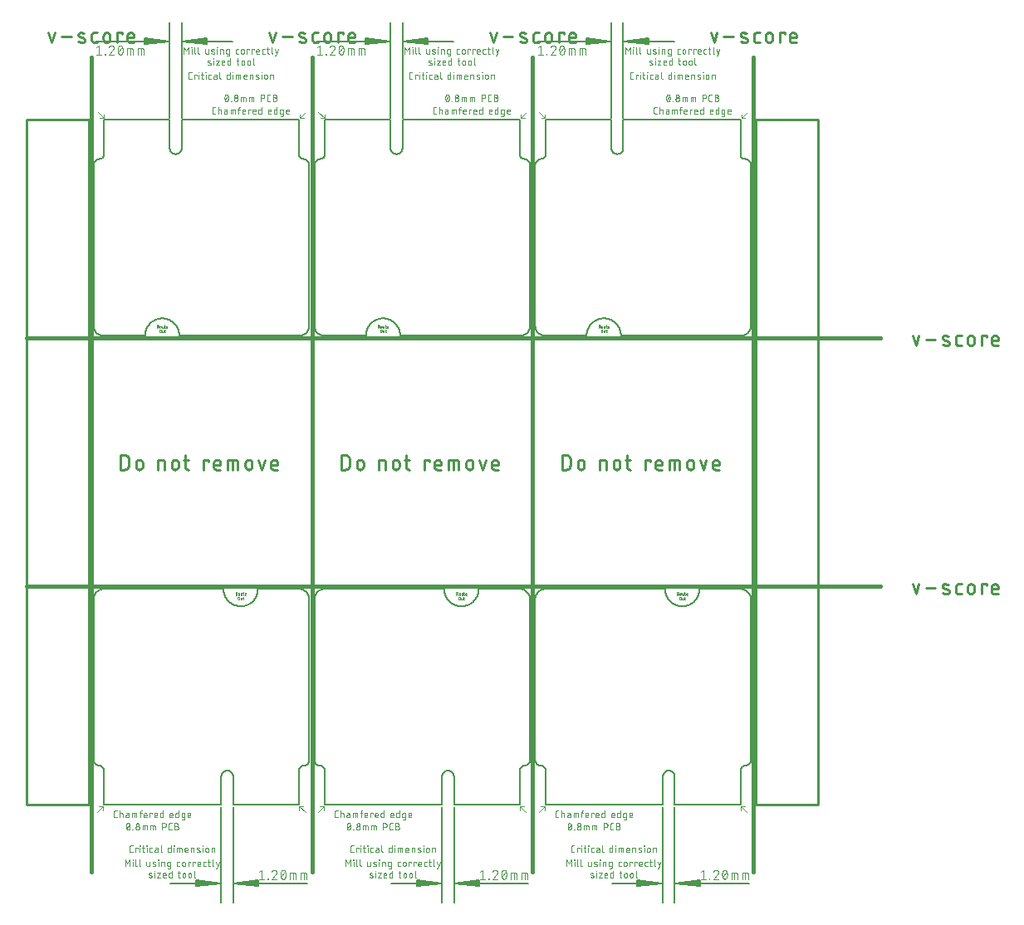
<source format=gko>
G04 EAGLE Gerber RS-274X export*
G75*
%MOMM*%
%FSLAX34Y34*%
%LPD*%
%IN*%
%IPPOS*%
%AMOC8*
5,1,8,0,0,1.08239X$1,22.5*%
G01*
%ADD10C,0.127000*%
%ADD11C,0.381000*%
%ADD12C,0.279400*%
%ADD13C,0.254000*%
%ADD14C,0.025400*%
%ADD15C,0.076200*%
%ADD16C,0.101600*%
%ADD17C,0.130000*%


D10*
X209250Y0D02*
X142250Y0D01*
X130250Y0D02*
X10750Y0D01*
X10750Y35000D01*
X209250Y35000D02*
X209250Y0D01*
X209250Y35000D02*
X209254Y35140D01*
X209263Y35280D01*
X209275Y35420D01*
X209291Y35559D01*
X209311Y35698D01*
X209334Y35836D01*
X209362Y35974D01*
X209393Y36110D01*
X209428Y36246D01*
X209467Y36381D01*
X209509Y36515D01*
X209555Y36647D01*
X209605Y36778D01*
X209658Y36908D01*
X209715Y37036D01*
X209775Y37163D01*
X209838Y37288D01*
X209906Y37411D01*
X209976Y37532D01*
X210050Y37651D01*
X210127Y37769D01*
X210207Y37884D01*
X210290Y37996D01*
X210377Y38107D01*
X210466Y38215D01*
X210558Y38320D01*
X210653Y38423D01*
X210751Y38524D01*
X210852Y38621D01*
X210955Y38716D01*
X211061Y38808D01*
X211170Y38897D01*
X211280Y38983D01*
X211393Y39066D01*
X211509Y39146D01*
X211626Y39222D01*
X211746Y39296D01*
X211867Y39366D01*
X211991Y39432D01*
X212116Y39495D01*
X212243Y39555D01*
X212371Y39611D01*
X212501Y39664D01*
X212632Y39713D01*
X212765Y39759D01*
X212899Y39801D01*
X213034Y39839D01*
X213170Y39873D01*
X213306Y39904D01*
X213444Y39931D01*
X213582Y39954D01*
X213721Y39973D01*
X213861Y39989D01*
X214000Y40001D01*
X10750Y35000D02*
X10744Y35142D01*
X10734Y35285D01*
X10720Y35426D01*
X10702Y35568D01*
X10681Y35709D01*
X10655Y35849D01*
X10626Y35988D01*
X10593Y36127D01*
X10556Y36264D01*
X10515Y36401D01*
X10470Y36536D01*
X10422Y36670D01*
X10370Y36803D01*
X10314Y36934D01*
X10255Y37064D01*
X10192Y37192D01*
X10126Y37318D01*
X10056Y37442D01*
X9983Y37564D01*
X9907Y37684D01*
X9827Y37802D01*
X9744Y37918D01*
X9658Y38032D01*
X9569Y38143D01*
X9476Y38251D01*
X9381Y38357D01*
X9283Y38461D01*
X9182Y38561D01*
X9078Y38659D01*
X8972Y38754D01*
X8863Y38846D01*
X8752Y38934D01*
X8638Y39020D01*
X8522Y39103D01*
X8403Y39182D01*
X8283Y39258D01*
X8160Y39331D01*
X8036Y39400D01*
X7909Y39466D01*
X7781Y39528D01*
X7651Y39587D01*
X7520Y39642D01*
X7387Y39693D01*
X7253Y39741D01*
X7117Y39785D01*
X6981Y39825D01*
X6843Y39862D01*
X6704Y39894D01*
X6565Y39923D01*
X6424Y39948D01*
X6284Y39969D01*
X6142Y39986D01*
X6000Y40000D01*
X167500Y220000D02*
X210000Y220000D01*
X167500Y220000D02*
X167495Y219574D01*
X167479Y219148D01*
X167453Y218723D01*
X167417Y218298D01*
X167370Y217874D01*
X167314Y217452D01*
X167246Y217031D01*
X167169Y216612D01*
X167081Y216195D01*
X166984Y215780D01*
X166876Y215368D01*
X166758Y214958D01*
X166630Y214552D01*
X166493Y214148D01*
X166345Y213748D01*
X166188Y213352D01*
X166022Y212960D01*
X165845Y212572D01*
X165660Y212188D01*
X165465Y211809D01*
X165261Y211435D01*
X165048Y211066D01*
X164826Y210702D01*
X164595Y210344D01*
X164356Y209992D01*
X164108Y209645D01*
X163851Y209304D01*
X163587Y208970D01*
X163314Y208643D01*
X163034Y208322D01*
X162745Y208008D01*
X162449Y207701D01*
X162146Y207402D01*
X161836Y207110D01*
X161519Y206825D01*
X161194Y206549D01*
X160863Y206280D01*
X160526Y206020D01*
X160183Y205767D01*
X159833Y205524D01*
X159478Y205289D01*
X159116Y205062D01*
X158750Y204845D01*
X158378Y204636D01*
X158002Y204437D01*
X157620Y204246D01*
X157235Y204065D01*
X156844Y203894D01*
X156450Y203732D01*
X156052Y203580D01*
X155650Y203437D01*
X155245Y203305D01*
X154837Y203182D01*
X154426Y203069D01*
X154013Y202966D01*
X153597Y202874D01*
X153179Y202791D01*
X152759Y202719D01*
X152337Y202657D01*
X151914Y202605D01*
X151490Y202564D01*
X151065Y202532D01*
X150639Y202512D01*
X150213Y202501D01*
X149787Y202501D01*
X149361Y202512D01*
X148935Y202532D01*
X148510Y202564D01*
X148086Y202605D01*
X147663Y202657D01*
X147241Y202719D01*
X146821Y202791D01*
X146403Y202874D01*
X145987Y202966D01*
X145574Y203069D01*
X145163Y203182D01*
X144755Y203305D01*
X144350Y203437D01*
X143948Y203580D01*
X143550Y203732D01*
X143156Y203894D01*
X142765Y204065D01*
X142380Y204246D01*
X141998Y204437D01*
X141622Y204636D01*
X141250Y204845D01*
X140884Y205062D01*
X140522Y205289D01*
X140167Y205524D01*
X139817Y205767D01*
X139474Y206020D01*
X139137Y206280D01*
X138806Y206549D01*
X138481Y206825D01*
X138164Y207110D01*
X137854Y207402D01*
X137551Y207701D01*
X137255Y208008D01*
X136966Y208322D01*
X136686Y208643D01*
X136413Y208970D01*
X136149Y209304D01*
X135892Y209645D01*
X135644Y209992D01*
X135405Y210344D01*
X135174Y210702D01*
X134952Y211066D01*
X134739Y211435D01*
X134535Y211809D01*
X134340Y212188D01*
X134155Y212572D01*
X133978Y212960D01*
X133812Y213352D01*
X133655Y213748D01*
X133507Y214148D01*
X133370Y214552D01*
X133242Y214958D01*
X133124Y215368D01*
X133016Y215780D01*
X132919Y216195D01*
X132831Y216612D01*
X132754Y217031D01*
X132686Y217452D01*
X132630Y217874D01*
X132583Y218298D01*
X132547Y218723D01*
X132521Y219148D01*
X132505Y219574D01*
X132500Y220000D01*
X10000Y220000D01*
X0Y210000D02*
X0Y46000D01*
X142250Y29000D02*
X142250Y0D01*
X130250Y0D02*
X130250Y29000D01*
X130252Y29153D01*
X130258Y29306D01*
X130268Y29459D01*
X130281Y29612D01*
X130299Y29764D01*
X130320Y29916D01*
X130346Y30067D01*
X130375Y30217D01*
X130408Y30367D01*
X130445Y30516D01*
X130485Y30664D01*
X130530Y30810D01*
X130578Y30956D01*
X130630Y31100D01*
X130685Y31243D01*
X130744Y31384D01*
X130807Y31524D01*
X130873Y31662D01*
X130943Y31799D01*
X131016Y31933D01*
X131093Y32066D01*
X131173Y32197D01*
X131256Y32325D01*
X131342Y32452D01*
X131432Y32576D01*
X131525Y32698D01*
X131621Y32817D01*
X131720Y32934D01*
X131822Y33049D01*
X131927Y33161D01*
X132035Y33270D01*
X132145Y33376D01*
X132258Y33479D01*
X132374Y33580D01*
X132492Y33677D01*
X132613Y33772D01*
X132736Y33863D01*
X132861Y33951D01*
X132989Y34036D01*
X133118Y34118D01*
X133250Y34196D01*
X133384Y34271D01*
X133519Y34343D01*
X133657Y34411D01*
X133796Y34475D01*
X133936Y34536D01*
X134078Y34593D01*
X134222Y34647D01*
X134367Y34697D01*
X134513Y34743D01*
X134660Y34786D01*
X134808Y34824D01*
X134958Y34859D01*
X135108Y34890D01*
X135258Y34918D01*
X135410Y34941D01*
X135562Y34960D01*
X135714Y34976D01*
X135867Y34988D01*
X136020Y34996D01*
X136173Y35000D01*
X136327Y35000D01*
X136480Y34996D01*
X136633Y34988D01*
X136786Y34976D01*
X136938Y34960D01*
X137090Y34941D01*
X137242Y34918D01*
X137392Y34890D01*
X137542Y34859D01*
X137692Y34824D01*
X137840Y34786D01*
X137987Y34743D01*
X138133Y34697D01*
X138278Y34647D01*
X138422Y34593D01*
X138564Y34536D01*
X138704Y34475D01*
X138843Y34411D01*
X138981Y34343D01*
X139116Y34271D01*
X139250Y34196D01*
X139382Y34118D01*
X139511Y34036D01*
X139639Y33951D01*
X139764Y33863D01*
X139887Y33772D01*
X140008Y33677D01*
X140126Y33580D01*
X140242Y33479D01*
X140355Y33376D01*
X140465Y33270D01*
X140573Y33161D01*
X140678Y33049D01*
X140780Y32934D01*
X140879Y32817D01*
X140975Y32698D01*
X141068Y32576D01*
X141158Y32452D01*
X141244Y32325D01*
X141327Y32197D01*
X141407Y32066D01*
X141484Y31933D01*
X141557Y31799D01*
X141627Y31662D01*
X141693Y31524D01*
X141756Y31384D01*
X141815Y31243D01*
X141870Y31100D01*
X141922Y30956D01*
X141970Y30810D01*
X142015Y30664D01*
X142055Y30516D01*
X142092Y30367D01*
X142125Y30217D01*
X142154Y30067D01*
X142180Y29916D01*
X142201Y29764D01*
X142219Y29612D01*
X142232Y29459D01*
X142242Y29306D01*
X142248Y29153D01*
X142250Y29000D01*
X220000Y46000D02*
X220000Y210000D01*
X220001Y46000D02*
X219994Y45844D01*
X219984Y45688D01*
X219970Y45533D01*
X219952Y45378D01*
X219930Y45224D01*
X219904Y45070D01*
X219874Y44917D01*
X219840Y44765D01*
X219803Y44614D01*
X219762Y44463D01*
X219717Y44314D01*
X219668Y44166D01*
X219615Y44019D01*
X219559Y43874D01*
X219499Y43730D01*
X219436Y43587D01*
X219369Y43447D01*
X219298Y43308D01*
X219224Y43170D01*
X219146Y43035D01*
X219066Y42902D01*
X218981Y42771D01*
X218894Y42642D01*
X218803Y42515D01*
X218709Y42390D01*
X218612Y42268D01*
X218512Y42149D01*
X218409Y42032D01*
X218303Y41918D01*
X218194Y41806D01*
X218082Y41697D01*
X217968Y41591D01*
X217851Y41488D01*
X217732Y41388D01*
X217610Y41291D01*
X217485Y41197D01*
X217358Y41106D01*
X217229Y41019D01*
X217098Y40934D01*
X216965Y40854D01*
X216830Y40776D01*
X216692Y40702D01*
X216553Y40631D01*
X216413Y40564D01*
X216270Y40501D01*
X216126Y40441D01*
X215981Y40385D01*
X215834Y40332D01*
X215686Y40283D01*
X215537Y40238D01*
X215386Y40197D01*
X215235Y40160D01*
X215083Y40126D01*
X214930Y40096D01*
X214776Y40070D01*
X214622Y40048D01*
X214467Y40030D01*
X214312Y40016D01*
X214156Y40006D01*
X214000Y39999D01*
X6000Y39999D02*
X5844Y40006D01*
X5688Y40016D01*
X5533Y40030D01*
X5378Y40048D01*
X5224Y40070D01*
X5070Y40096D01*
X4917Y40126D01*
X4765Y40160D01*
X4614Y40197D01*
X4463Y40238D01*
X4314Y40283D01*
X4166Y40332D01*
X4019Y40385D01*
X3874Y40441D01*
X3730Y40501D01*
X3587Y40564D01*
X3447Y40631D01*
X3308Y40702D01*
X3170Y40776D01*
X3035Y40854D01*
X2902Y40934D01*
X2771Y41019D01*
X2642Y41106D01*
X2515Y41197D01*
X2390Y41291D01*
X2268Y41388D01*
X2149Y41488D01*
X2032Y41591D01*
X1918Y41697D01*
X1806Y41806D01*
X1697Y41918D01*
X1591Y42032D01*
X1488Y42149D01*
X1388Y42268D01*
X1291Y42390D01*
X1197Y42515D01*
X1106Y42642D01*
X1019Y42771D01*
X934Y42902D01*
X854Y43035D01*
X776Y43170D01*
X702Y43308D01*
X631Y43447D01*
X564Y43587D01*
X501Y43730D01*
X441Y43874D01*
X385Y44019D01*
X332Y44166D01*
X283Y44314D01*
X238Y44463D01*
X197Y44614D01*
X160Y44765D01*
X126Y44917D01*
X96Y45070D01*
X70Y45224D01*
X48Y45378D01*
X30Y45533D01*
X16Y45688D01*
X6Y45844D01*
X-1Y46000D01*
X210000Y220000D02*
X210248Y219991D01*
X210495Y219976D01*
X210742Y219955D01*
X210988Y219928D01*
X211233Y219895D01*
X211478Y219856D01*
X211722Y219812D01*
X211964Y219761D01*
X212205Y219705D01*
X212445Y219642D01*
X212683Y219574D01*
X212920Y219501D01*
X213154Y219421D01*
X213387Y219336D01*
X213617Y219246D01*
X213846Y219149D01*
X214072Y219048D01*
X214295Y218941D01*
X214516Y218828D01*
X214734Y218710D01*
X214949Y218587D01*
X215160Y218459D01*
X215369Y218326D01*
X215575Y218188D01*
X215777Y218045D01*
X215976Y217897D01*
X216171Y217744D01*
X216362Y217586D01*
X216549Y217424D01*
X216733Y217258D01*
X216912Y217087D01*
X217087Y216912D01*
X217258Y216733D01*
X217424Y216549D01*
X217586Y216362D01*
X217744Y216171D01*
X217897Y215976D01*
X218045Y215777D01*
X218188Y215575D01*
X218326Y215369D01*
X218459Y215160D01*
X218587Y214949D01*
X218710Y214734D01*
X218828Y214516D01*
X218941Y214295D01*
X219048Y214072D01*
X219149Y213846D01*
X219246Y213617D01*
X219336Y213387D01*
X219421Y213154D01*
X219501Y212920D01*
X219574Y212683D01*
X219642Y212445D01*
X219705Y212205D01*
X219761Y211964D01*
X219812Y211722D01*
X219856Y211478D01*
X219895Y211233D01*
X219928Y210988D01*
X219955Y210742D01*
X219976Y210495D01*
X219991Y210248D01*
X220000Y210000D01*
X10000Y220000D02*
X9752Y219991D01*
X9505Y219976D01*
X9258Y219955D01*
X9012Y219928D01*
X8767Y219895D01*
X8522Y219856D01*
X8278Y219812D01*
X8036Y219761D01*
X7795Y219705D01*
X7555Y219642D01*
X7317Y219574D01*
X7080Y219501D01*
X6846Y219421D01*
X6613Y219336D01*
X6383Y219246D01*
X6154Y219149D01*
X5928Y219048D01*
X5705Y218941D01*
X5484Y218828D01*
X5266Y218710D01*
X5051Y218587D01*
X4840Y218459D01*
X4631Y218326D01*
X4425Y218188D01*
X4223Y218045D01*
X4024Y217897D01*
X3829Y217744D01*
X3638Y217586D01*
X3451Y217424D01*
X3267Y217258D01*
X3088Y217087D01*
X2913Y216912D01*
X2742Y216733D01*
X2576Y216549D01*
X2414Y216362D01*
X2256Y216171D01*
X2103Y215976D01*
X1955Y215777D01*
X1812Y215575D01*
X1674Y215369D01*
X1541Y215160D01*
X1413Y214949D01*
X1290Y214734D01*
X1172Y214516D01*
X1059Y214295D01*
X952Y214072D01*
X851Y213846D01*
X754Y213617D01*
X664Y213387D01*
X579Y213154D01*
X499Y212920D01*
X426Y212683D01*
X358Y212445D01*
X295Y212205D01*
X239Y211964D01*
X188Y211722D01*
X144Y211478D01*
X105Y211233D01*
X72Y210988D01*
X45Y210742D01*
X24Y210495D01*
X9Y210248D01*
X0Y210000D01*
X132500Y220000D02*
X132505Y219574D01*
X132521Y219148D01*
X132547Y218723D01*
X132583Y218298D01*
X132630Y217874D01*
X132686Y217452D01*
X132754Y217031D01*
X132831Y216612D01*
X132919Y216195D01*
X133016Y215780D01*
X133124Y215368D01*
X133242Y214958D01*
X133370Y214552D01*
X133507Y214148D01*
X133655Y213748D01*
X133812Y213352D01*
X133978Y212960D01*
X134155Y212572D01*
X134340Y212188D01*
X134535Y211809D01*
X134739Y211435D01*
X134952Y211066D01*
X135174Y210702D01*
X135405Y210344D01*
X135644Y209992D01*
X135892Y209645D01*
X136149Y209304D01*
X136413Y208970D01*
X136686Y208643D01*
X136966Y208322D01*
X137255Y208008D01*
X137551Y207701D01*
X137854Y207402D01*
X138164Y207110D01*
X138481Y206825D01*
X138806Y206549D01*
X139137Y206280D01*
X139474Y206020D01*
X139817Y205767D01*
X140167Y205524D01*
X140522Y205289D01*
X140884Y205062D01*
X141250Y204845D01*
X141622Y204636D01*
X141998Y204437D01*
X142380Y204246D01*
X142765Y204065D01*
X143156Y203894D01*
X143550Y203732D01*
X143948Y203580D01*
X144350Y203437D01*
X144755Y203305D01*
X145163Y203182D01*
X145574Y203069D01*
X145987Y202966D01*
X146403Y202874D01*
X146821Y202791D01*
X147241Y202719D01*
X147663Y202657D01*
X148086Y202605D01*
X148510Y202564D01*
X148935Y202532D01*
X149361Y202512D01*
X149787Y202501D01*
X150213Y202501D01*
X150639Y202512D01*
X151065Y202532D01*
X151490Y202564D01*
X151914Y202605D01*
X152337Y202657D01*
X152759Y202719D01*
X153179Y202791D01*
X153597Y202874D01*
X154013Y202966D01*
X154426Y203069D01*
X154837Y203182D01*
X155245Y203305D01*
X155650Y203437D01*
X156052Y203580D01*
X156450Y203732D01*
X156844Y203894D01*
X157235Y204065D01*
X157620Y204246D01*
X158002Y204437D01*
X158378Y204636D01*
X158750Y204845D01*
X159116Y205062D01*
X159478Y205289D01*
X159833Y205524D01*
X160183Y205767D01*
X160526Y206020D01*
X160863Y206280D01*
X161194Y206549D01*
X161519Y206825D01*
X161836Y207110D01*
X162146Y207402D01*
X162449Y207701D01*
X162745Y208008D01*
X163034Y208322D01*
X163314Y208643D01*
X163587Y208970D01*
X163851Y209304D01*
X164108Y209645D01*
X164356Y209992D01*
X164595Y210344D01*
X164826Y210702D01*
X165048Y211066D01*
X165261Y211435D01*
X165465Y211809D01*
X165660Y212188D01*
X165845Y212572D01*
X166022Y212960D01*
X166188Y213352D01*
X166345Y213748D01*
X166493Y214148D01*
X166630Y214552D01*
X166758Y214958D01*
X166876Y215368D01*
X166984Y215780D01*
X167081Y216195D01*
X167169Y216612D01*
X167246Y217031D01*
X167314Y217452D01*
X167370Y217874D01*
X167417Y218298D01*
X167453Y218723D01*
X167479Y219148D01*
X167495Y219574D01*
X167500Y220000D01*
X367345Y0D02*
X434345Y0D01*
X355345Y0D02*
X235845Y0D01*
X235845Y35000D01*
X434345Y35000D02*
X434345Y0D01*
X434345Y35000D02*
X434349Y35140D01*
X434358Y35280D01*
X434370Y35420D01*
X434386Y35559D01*
X434406Y35698D01*
X434429Y35836D01*
X434457Y35974D01*
X434488Y36110D01*
X434523Y36246D01*
X434562Y36381D01*
X434604Y36515D01*
X434650Y36647D01*
X434700Y36778D01*
X434753Y36908D01*
X434810Y37036D01*
X434870Y37163D01*
X434933Y37288D01*
X435001Y37411D01*
X435071Y37532D01*
X435145Y37651D01*
X435222Y37769D01*
X435302Y37884D01*
X435385Y37996D01*
X435472Y38107D01*
X435561Y38215D01*
X435653Y38320D01*
X435748Y38423D01*
X435846Y38524D01*
X435947Y38621D01*
X436050Y38716D01*
X436156Y38808D01*
X436265Y38897D01*
X436375Y38983D01*
X436488Y39066D01*
X436604Y39146D01*
X436721Y39222D01*
X436841Y39296D01*
X436962Y39366D01*
X437086Y39432D01*
X437211Y39495D01*
X437338Y39555D01*
X437466Y39611D01*
X437596Y39664D01*
X437727Y39713D01*
X437860Y39759D01*
X437994Y39801D01*
X438129Y39839D01*
X438265Y39873D01*
X438401Y39904D01*
X438539Y39931D01*
X438677Y39954D01*
X438816Y39973D01*
X438956Y39989D01*
X439095Y40001D01*
X235845Y35000D02*
X235839Y35142D01*
X235829Y35285D01*
X235815Y35426D01*
X235797Y35568D01*
X235776Y35709D01*
X235750Y35849D01*
X235721Y35988D01*
X235688Y36127D01*
X235651Y36264D01*
X235610Y36401D01*
X235565Y36536D01*
X235517Y36670D01*
X235465Y36803D01*
X235409Y36934D01*
X235350Y37064D01*
X235287Y37192D01*
X235221Y37318D01*
X235151Y37442D01*
X235078Y37564D01*
X235002Y37684D01*
X234922Y37802D01*
X234839Y37918D01*
X234753Y38032D01*
X234664Y38143D01*
X234571Y38251D01*
X234476Y38357D01*
X234378Y38461D01*
X234277Y38561D01*
X234173Y38659D01*
X234067Y38754D01*
X233958Y38846D01*
X233847Y38934D01*
X233733Y39020D01*
X233617Y39103D01*
X233498Y39182D01*
X233378Y39258D01*
X233255Y39331D01*
X233131Y39400D01*
X233004Y39466D01*
X232876Y39528D01*
X232746Y39587D01*
X232615Y39642D01*
X232482Y39693D01*
X232348Y39741D01*
X232212Y39785D01*
X232076Y39825D01*
X231938Y39862D01*
X231799Y39894D01*
X231660Y39923D01*
X231519Y39948D01*
X231379Y39969D01*
X231237Y39986D01*
X231095Y40000D01*
X392595Y220000D02*
X435095Y220000D01*
X392595Y220000D02*
X392590Y219574D01*
X392574Y219148D01*
X392548Y218723D01*
X392512Y218298D01*
X392465Y217874D01*
X392409Y217452D01*
X392341Y217031D01*
X392264Y216612D01*
X392176Y216195D01*
X392079Y215780D01*
X391971Y215368D01*
X391853Y214958D01*
X391725Y214552D01*
X391588Y214148D01*
X391440Y213748D01*
X391283Y213352D01*
X391117Y212960D01*
X390940Y212572D01*
X390755Y212188D01*
X390560Y211809D01*
X390356Y211435D01*
X390143Y211066D01*
X389921Y210702D01*
X389690Y210344D01*
X389451Y209992D01*
X389203Y209645D01*
X388946Y209304D01*
X388682Y208970D01*
X388409Y208643D01*
X388129Y208322D01*
X387840Y208008D01*
X387544Y207701D01*
X387241Y207402D01*
X386931Y207110D01*
X386614Y206825D01*
X386289Y206549D01*
X385958Y206280D01*
X385621Y206020D01*
X385278Y205767D01*
X384928Y205524D01*
X384573Y205289D01*
X384211Y205062D01*
X383845Y204845D01*
X383473Y204636D01*
X383097Y204437D01*
X382715Y204246D01*
X382330Y204065D01*
X381939Y203894D01*
X381545Y203732D01*
X381147Y203580D01*
X380745Y203437D01*
X380340Y203305D01*
X379932Y203182D01*
X379521Y203069D01*
X379108Y202966D01*
X378692Y202874D01*
X378274Y202791D01*
X377854Y202719D01*
X377432Y202657D01*
X377009Y202605D01*
X376585Y202564D01*
X376160Y202532D01*
X375734Y202512D01*
X375308Y202501D01*
X374882Y202501D01*
X374456Y202512D01*
X374030Y202532D01*
X373605Y202564D01*
X373181Y202605D01*
X372758Y202657D01*
X372336Y202719D01*
X371916Y202791D01*
X371498Y202874D01*
X371082Y202966D01*
X370669Y203069D01*
X370258Y203182D01*
X369850Y203305D01*
X369445Y203437D01*
X369043Y203580D01*
X368645Y203732D01*
X368251Y203894D01*
X367860Y204065D01*
X367475Y204246D01*
X367093Y204437D01*
X366717Y204636D01*
X366345Y204845D01*
X365979Y205062D01*
X365617Y205289D01*
X365262Y205524D01*
X364912Y205767D01*
X364569Y206020D01*
X364232Y206280D01*
X363901Y206549D01*
X363576Y206825D01*
X363259Y207110D01*
X362949Y207402D01*
X362646Y207701D01*
X362350Y208008D01*
X362061Y208322D01*
X361781Y208643D01*
X361508Y208970D01*
X361244Y209304D01*
X360987Y209645D01*
X360739Y209992D01*
X360500Y210344D01*
X360269Y210702D01*
X360047Y211066D01*
X359834Y211435D01*
X359630Y211809D01*
X359435Y212188D01*
X359250Y212572D01*
X359073Y212960D01*
X358907Y213352D01*
X358750Y213748D01*
X358602Y214148D01*
X358465Y214552D01*
X358337Y214958D01*
X358219Y215368D01*
X358111Y215780D01*
X358014Y216195D01*
X357926Y216612D01*
X357849Y217031D01*
X357781Y217452D01*
X357725Y217874D01*
X357678Y218298D01*
X357642Y218723D01*
X357616Y219148D01*
X357600Y219574D01*
X357595Y220000D01*
X235095Y220000D01*
X225095Y210000D02*
X225095Y46000D01*
X367345Y29000D02*
X367345Y0D01*
X355345Y0D02*
X355345Y29000D01*
X355347Y29153D01*
X355353Y29306D01*
X355363Y29459D01*
X355376Y29612D01*
X355394Y29764D01*
X355415Y29916D01*
X355441Y30067D01*
X355470Y30217D01*
X355503Y30367D01*
X355540Y30516D01*
X355580Y30664D01*
X355625Y30810D01*
X355673Y30956D01*
X355725Y31100D01*
X355780Y31243D01*
X355839Y31384D01*
X355902Y31524D01*
X355968Y31662D01*
X356038Y31799D01*
X356111Y31933D01*
X356188Y32066D01*
X356268Y32197D01*
X356351Y32325D01*
X356437Y32452D01*
X356527Y32576D01*
X356620Y32698D01*
X356716Y32817D01*
X356815Y32934D01*
X356917Y33049D01*
X357022Y33161D01*
X357130Y33270D01*
X357240Y33376D01*
X357353Y33479D01*
X357469Y33580D01*
X357587Y33677D01*
X357708Y33772D01*
X357831Y33863D01*
X357956Y33951D01*
X358084Y34036D01*
X358213Y34118D01*
X358345Y34196D01*
X358479Y34271D01*
X358614Y34343D01*
X358752Y34411D01*
X358891Y34475D01*
X359031Y34536D01*
X359173Y34593D01*
X359317Y34647D01*
X359462Y34697D01*
X359608Y34743D01*
X359755Y34786D01*
X359903Y34824D01*
X360053Y34859D01*
X360203Y34890D01*
X360353Y34918D01*
X360505Y34941D01*
X360657Y34960D01*
X360809Y34976D01*
X360962Y34988D01*
X361115Y34996D01*
X361268Y35000D01*
X361422Y35000D01*
X361575Y34996D01*
X361728Y34988D01*
X361881Y34976D01*
X362033Y34960D01*
X362185Y34941D01*
X362337Y34918D01*
X362487Y34890D01*
X362637Y34859D01*
X362787Y34824D01*
X362935Y34786D01*
X363082Y34743D01*
X363228Y34697D01*
X363373Y34647D01*
X363517Y34593D01*
X363659Y34536D01*
X363799Y34475D01*
X363938Y34411D01*
X364076Y34343D01*
X364211Y34271D01*
X364345Y34196D01*
X364477Y34118D01*
X364606Y34036D01*
X364734Y33951D01*
X364859Y33863D01*
X364982Y33772D01*
X365103Y33677D01*
X365221Y33580D01*
X365337Y33479D01*
X365450Y33376D01*
X365560Y33270D01*
X365668Y33161D01*
X365773Y33049D01*
X365875Y32934D01*
X365974Y32817D01*
X366070Y32698D01*
X366163Y32576D01*
X366253Y32452D01*
X366339Y32325D01*
X366422Y32197D01*
X366502Y32066D01*
X366579Y31933D01*
X366652Y31799D01*
X366722Y31662D01*
X366788Y31524D01*
X366851Y31384D01*
X366910Y31243D01*
X366965Y31100D01*
X367017Y30956D01*
X367065Y30810D01*
X367110Y30664D01*
X367150Y30516D01*
X367187Y30367D01*
X367220Y30217D01*
X367249Y30067D01*
X367275Y29916D01*
X367296Y29764D01*
X367314Y29612D01*
X367327Y29459D01*
X367337Y29306D01*
X367343Y29153D01*
X367345Y29000D01*
X445095Y46000D02*
X445095Y210000D01*
X445096Y46000D02*
X445089Y45844D01*
X445079Y45688D01*
X445065Y45533D01*
X445047Y45378D01*
X445025Y45224D01*
X444999Y45070D01*
X444969Y44917D01*
X444935Y44765D01*
X444898Y44614D01*
X444857Y44463D01*
X444812Y44314D01*
X444763Y44166D01*
X444710Y44019D01*
X444654Y43874D01*
X444594Y43730D01*
X444531Y43587D01*
X444464Y43447D01*
X444393Y43308D01*
X444319Y43170D01*
X444241Y43035D01*
X444161Y42902D01*
X444076Y42771D01*
X443989Y42642D01*
X443898Y42515D01*
X443804Y42390D01*
X443707Y42268D01*
X443607Y42149D01*
X443504Y42032D01*
X443398Y41918D01*
X443289Y41806D01*
X443177Y41697D01*
X443063Y41591D01*
X442946Y41488D01*
X442827Y41388D01*
X442705Y41291D01*
X442580Y41197D01*
X442453Y41106D01*
X442324Y41019D01*
X442193Y40934D01*
X442060Y40854D01*
X441925Y40776D01*
X441787Y40702D01*
X441648Y40631D01*
X441508Y40564D01*
X441365Y40501D01*
X441221Y40441D01*
X441076Y40385D01*
X440929Y40332D01*
X440781Y40283D01*
X440632Y40238D01*
X440481Y40197D01*
X440330Y40160D01*
X440178Y40126D01*
X440025Y40096D01*
X439871Y40070D01*
X439717Y40048D01*
X439562Y40030D01*
X439407Y40016D01*
X439251Y40006D01*
X439095Y39999D01*
X231095Y39999D02*
X230939Y40006D01*
X230783Y40016D01*
X230628Y40030D01*
X230473Y40048D01*
X230319Y40070D01*
X230165Y40096D01*
X230012Y40126D01*
X229860Y40160D01*
X229709Y40197D01*
X229558Y40238D01*
X229409Y40283D01*
X229261Y40332D01*
X229114Y40385D01*
X228969Y40441D01*
X228825Y40501D01*
X228682Y40564D01*
X228542Y40631D01*
X228403Y40702D01*
X228265Y40776D01*
X228130Y40854D01*
X227997Y40934D01*
X227866Y41019D01*
X227737Y41106D01*
X227610Y41197D01*
X227485Y41291D01*
X227363Y41388D01*
X227244Y41488D01*
X227127Y41591D01*
X227013Y41697D01*
X226901Y41806D01*
X226792Y41918D01*
X226686Y42032D01*
X226583Y42149D01*
X226483Y42268D01*
X226386Y42390D01*
X226292Y42515D01*
X226201Y42642D01*
X226114Y42771D01*
X226029Y42902D01*
X225949Y43035D01*
X225871Y43170D01*
X225797Y43308D01*
X225726Y43447D01*
X225659Y43587D01*
X225596Y43730D01*
X225536Y43874D01*
X225480Y44019D01*
X225427Y44166D01*
X225378Y44314D01*
X225333Y44463D01*
X225292Y44614D01*
X225255Y44765D01*
X225221Y44917D01*
X225191Y45070D01*
X225165Y45224D01*
X225143Y45378D01*
X225125Y45533D01*
X225111Y45688D01*
X225101Y45844D01*
X225094Y46000D01*
X435095Y220000D02*
X435343Y219991D01*
X435590Y219976D01*
X435837Y219955D01*
X436083Y219928D01*
X436328Y219895D01*
X436573Y219856D01*
X436817Y219812D01*
X437059Y219761D01*
X437300Y219705D01*
X437540Y219642D01*
X437778Y219574D01*
X438015Y219501D01*
X438249Y219421D01*
X438482Y219336D01*
X438712Y219246D01*
X438941Y219149D01*
X439167Y219048D01*
X439390Y218941D01*
X439611Y218828D01*
X439829Y218710D01*
X440044Y218587D01*
X440255Y218459D01*
X440464Y218326D01*
X440670Y218188D01*
X440872Y218045D01*
X441071Y217897D01*
X441266Y217744D01*
X441457Y217586D01*
X441644Y217424D01*
X441828Y217258D01*
X442007Y217087D01*
X442182Y216912D01*
X442353Y216733D01*
X442519Y216549D01*
X442681Y216362D01*
X442839Y216171D01*
X442992Y215976D01*
X443140Y215777D01*
X443283Y215575D01*
X443421Y215369D01*
X443554Y215160D01*
X443682Y214949D01*
X443805Y214734D01*
X443923Y214516D01*
X444036Y214295D01*
X444143Y214072D01*
X444244Y213846D01*
X444341Y213617D01*
X444431Y213387D01*
X444516Y213154D01*
X444596Y212920D01*
X444669Y212683D01*
X444737Y212445D01*
X444800Y212205D01*
X444856Y211964D01*
X444907Y211722D01*
X444951Y211478D01*
X444990Y211233D01*
X445023Y210988D01*
X445050Y210742D01*
X445071Y210495D01*
X445086Y210248D01*
X445095Y210000D01*
X235095Y220000D02*
X234847Y219991D01*
X234600Y219976D01*
X234353Y219955D01*
X234107Y219928D01*
X233862Y219895D01*
X233617Y219856D01*
X233373Y219812D01*
X233131Y219761D01*
X232890Y219705D01*
X232650Y219642D01*
X232412Y219574D01*
X232175Y219501D01*
X231941Y219421D01*
X231708Y219336D01*
X231478Y219246D01*
X231249Y219149D01*
X231023Y219048D01*
X230800Y218941D01*
X230579Y218828D01*
X230361Y218710D01*
X230146Y218587D01*
X229935Y218459D01*
X229726Y218326D01*
X229520Y218188D01*
X229318Y218045D01*
X229119Y217897D01*
X228924Y217744D01*
X228733Y217586D01*
X228546Y217424D01*
X228362Y217258D01*
X228183Y217087D01*
X228008Y216912D01*
X227837Y216733D01*
X227671Y216549D01*
X227509Y216362D01*
X227351Y216171D01*
X227198Y215976D01*
X227050Y215777D01*
X226907Y215575D01*
X226769Y215369D01*
X226636Y215160D01*
X226508Y214949D01*
X226385Y214734D01*
X226267Y214516D01*
X226154Y214295D01*
X226047Y214072D01*
X225946Y213846D01*
X225849Y213617D01*
X225759Y213387D01*
X225674Y213154D01*
X225594Y212920D01*
X225521Y212683D01*
X225453Y212445D01*
X225390Y212205D01*
X225334Y211964D01*
X225283Y211722D01*
X225239Y211478D01*
X225200Y211233D01*
X225167Y210988D01*
X225140Y210742D01*
X225119Y210495D01*
X225104Y210248D01*
X225095Y210000D01*
X357595Y220000D02*
X357600Y219574D01*
X357616Y219148D01*
X357642Y218723D01*
X357678Y218298D01*
X357725Y217874D01*
X357781Y217452D01*
X357849Y217031D01*
X357926Y216612D01*
X358014Y216195D01*
X358111Y215780D01*
X358219Y215368D01*
X358337Y214958D01*
X358465Y214552D01*
X358602Y214148D01*
X358750Y213748D01*
X358907Y213352D01*
X359073Y212960D01*
X359250Y212572D01*
X359435Y212188D01*
X359630Y211809D01*
X359834Y211435D01*
X360047Y211066D01*
X360269Y210702D01*
X360500Y210344D01*
X360739Y209992D01*
X360987Y209645D01*
X361244Y209304D01*
X361508Y208970D01*
X361781Y208643D01*
X362061Y208322D01*
X362350Y208008D01*
X362646Y207701D01*
X362949Y207402D01*
X363259Y207110D01*
X363576Y206825D01*
X363901Y206549D01*
X364232Y206280D01*
X364569Y206020D01*
X364912Y205767D01*
X365262Y205524D01*
X365617Y205289D01*
X365979Y205062D01*
X366345Y204845D01*
X366717Y204636D01*
X367093Y204437D01*
X367475Y204246D01*
X367860Y204065D01*
X368251Y203894D01*
X368645Y203732D01*
X369043Y203580D01*
X369445Y203437D01*
X369850Y203305D01*
X370258Y203182D01*
X370669Y203069D01*
X371082Y202966D01*
X371498Y202874D01*
X371916Y202791D01*
X372336Y202719D01*
X372758Y202657D01*
X373181Y202605D01*
X373605Y202564D01*
X374030Y202532D01*
X374456Y202512D01*
X374882Y202501D01*
X375308Y202501D01*
X375734Y202512D01*
X376160Y202532D01*
X376585Y202564D01*
X377009Y202605D01*
X377432Y202657D01*
X377854Y202719D01*
X378274Y202791D01*
X378692Y202874D01*
X379108Y202966D01*
X379521Y203069D01*
X379932Y203182D01*
X380340Y203305D01*
X380745Y203437D01*
X381147Y203580D01*
X381545Y203732D01*
X381939Y203894D01*
X382330Y204065D01*
X382715Y204246D01*
X383097Y204437D01*
X383473Y204636D01*
X383845Y204845D01*
X384211Y205062D01*
X384573Y205289D01*
X384928Y205524D01*
X385278Y205767D01*
X385621Y206020D01*
X385958Y206280D01*
X386289Y206549D01*
X386614Y206825D01*
X386931Y207110D01*
X387241Y207402D01*
X387544Y207701D01*
X387840Y208008D01*
X388129Y208322D01*
X388409Y208643D01*
X388682Y208970D01*
X388946Y209304D01*
X389203Y209645D01*
X389451Y209992D01*
X389690Y210344D01*
X389921Y210702D01*
X390143Y211066D01*
X390356Y211435D01*
X390560Y211809D01*
X390755Y212188D01*
X390940Y212572D01*
X391117Y212960D01*
X391283Y213352D01*
X391440Y213748D01*
X391588Y214148D01*
X391725Y214552D01*
X391853Y214958D01*
X391971Y215368D01*
X392079Y215780D01*
X392176Y216195D01*
X392264Y216612D01*
X392341Y217031D01*
X392409Y217452D01*
X392465Y217874D01*
X392512Y218298D01*
X392548Y218723D01*
X392574Y219148D01*
X392590Y219574D01*
X392595Y220000D01*
X592440Y0D02*
X659440Y0D01*
X580440Y0D02*
X460940Y0D01*
X460940Y35000D01*
X659440Y35000D02*
X659440Y0D01*
X659439Y35000D02*
X659443Y35140D01*
X659452Y35280D01*
X659464Y35420D01*
X659480Y35559D01*
X659500Y35698D01*
X659523Y35836D01*
X659551Y35974D01*
X659582Y36110D01*
X659617Y36246D01*
X659656Y36381D01*
X659698Y36515D01*
X659744Y36647D01*
X659794Y36778D01*
X659847Y36908D01*
X659904Y37036D01*
X659964Y37163D01*
X660027Y37288D01*
X660095Y37411D01*
X660165Y37532D01*
X660239Y37651D01*
X660316Y37769D01*
X660396Y37884D01*
X660479Y37996D01*
X660566Y38107D01*
X660655Y38215D01*
X660747Y38320D01*
X660842Y38423D01*
X660940Y38524D01*
X661041Y38621D01*
X661144Y38716D01*
X661250Y38808D01*
X661359Y38897D01*
X661469Y38983D01*
X661582Y39066D01*
X661698Y39146D01*
X661815Y39222D01*
X661935Y39296D01*
X662056Y39366D01*
X662180Y39432D01*
X662305Y39495D01*
X662432Y39555D01*
X662560Y39611D01*
X662690Y39664D01*
X662821Y39713D01*
X662954Y39759D01*
X663088Y39801D01*
X663223Y39839D01*
X663359Y39873D01*
X663495Y39904D01*
X663633Y39931D01*
X663771Y39954D01*
X663910Y39973D01*
X664050Y39989D01*
X664189Y40001D01*
X460939Y35000D02*
X460933Y35142D01*
X460923Y35285D01*
X460909Y35426D01*
X460891Y35568D01*
X460870Y35709D01*
X460844Y35849D01*
X460815Y35988D01*
X460782Y36127D01*
X460745Y36264D01*
X460704Y36401D01*
X460659Y36536D01*
X460611Y36670D01*
X460559Y36803D01*
X460503Y36934D01*
X460444Y37064D01*
X460381Y37192D01*
X460315Y37318D01*
X460245Y37442D01*
X460172Y37564D01*
X460096Y37684D01*
X460016Y37802D01*
X459933Y37918D01*
X459847Y38032D01*
X459758Y38143D01*
X459665Y38251D01*
X459570Y38357D01*
X459472Y38461D01*
X459371Y38561D01*
X459267Y38659D01*
X459161Y38754D01*
X459052Y38846D01*
X458941Y38934D01*
X458827Y39020D01*
X458711Y39103D01*
X458592Y39182D01*
X458472Y39258D01*
X458349Y39331D01*
X458225Y39400D01*
X458098Y39466D01*
X457970Y39528D01*
X457840Y39587D01*
X457709Y39642D01*
X457576Y39693D01*
X457442Y39741D01*
X457306Y39785D01*
X457170Y39825D01*
X457032Y39862D01*
X456893Y39894D01*
X456754Y39923D01*
X456613Y39948D01*
X456473Y39969D01*
X456331Y39986D01*
X456189Y40000D01*
X617690Y220000D02*
X660190Y220000D01*
X617690Y220000D02*
X617685Y219574D01*
X617669Y219148D01*
X617643Y218723D01*
X617607Y218298D01*
X617560Y217874D01*
X617504Y217452D01*
X617436Y217031D01*
X617359Y216612D01*
X617271Y216195D01*
X617174Y215780D01*
X617066Y215368D01*
X616948Y214958D01*
X616820Y214552D01*
X616683Y214148D01*
X616535Y213748D01*
X616378Y213352D01*
X616212Y212960D01*
X616035Y212572D01*
X615850Y212188D01*
X615655Y211809D01*
X615451Y211435D01*
X615238Y211066D01*
X615016Y210702D01*
X614785Y210344D01*
X614546Y209992D01*
X614298Y209645D01*
X614041Y209304D01*
X613777Y208970D01*
X613504Y208643D01*
X613224Y208322D01*
X612935Y208008D01*
X612639Y207701D01*
X612336Y207402D01*
X612026Y207110D01*
X611709Y206825D01*
X611384Y206549D01*
X611053Y206280D01*
X610716Y206020D01*
X610373Y205767D01*
X610023Y205524D01*
X609668Y205289D01*
X609306Y205062D01*
X608940Y204845D01*
X608568Y204636D01*
X608192Y204437D01*
X607810Y204246D01*
X607425Y204065D01*
X607034Y203894D01*
X606640Y203732D01*
X606242Y203580D01*
X605840Y203437D01*
X605435Y203305D01*
X605027Y203182D01*
X604616Y203069D01*
X604203Y202966D01*
X603787Y202874D01*
X603369Y202791D01*
X602949Y202719D01*
X602527Y202657D01*
X602104Y202605D01*
X601680Y202564D01*
X601255Y202532D01*
X600829Y202512D01*
X600403Y202501D01*
X599977Y202501D01*
X599551Y202512D01*
X599125Y202532D01*
X598700Y202564D01*
X598276Y202605D01*
X597853Y202657D01*
X597431Y202719D01*
X597011Y202791D01*
X596593Y202874D01*
X596177Y202966D01*
X595764Y203069D01*
X595353Y203182D01*
X594945Y203305D01*
X594540Y203437D01*
X594138Y203580D01*
X593740Y203732D01*
X593346Y203894D01*
X592955Y204065D01*
X592570Y204246D01*
X592188Y204437D01*
X591812Y204636D01*
X591440Y204845D01*
X591074Y205062D01*
X590712Y205289D01*
X590357Y205524D01*
X590007Y205767D01*
X589664Y206020D01*
X589327Y206280D01*
X588996Y206549D01*
X588671Y206825D01*
X588354Y207110D01*
X588044Y207402D01*
X587741Y207701D01*
X587445Y208008D01*
X587156Y208322D01*
X586876Y208643D01*
X586603Y208970D01*
X586339Y209304D01*
X586082Y209645D01*
X585834Y209992D01*
X585595Y210344D01*
X585364Y210702D01*
X585142Y211066D01*
X584929Y211435D01*
X584725Y211809D01*
X584530Y212188D01*
X584345Y212572D01*
X584168Y212960D01*
X584002Y213352D01*
X583845Y213748D01*
X583697Y214148D01*
X583560Y214552D01*
X583432Y214958D01*
X583314Y215368D01*
X583206Y215780D01*
X583109Y216195D01*
X583021Y216612D01*
X582944Y217031D01*
X582876Y217452D01*
X582820Y217874D01*
X582773Y218298D01*
X582737Y218723D01*
X582711Y219148D01*
X582695Y219574D01*
X582690Y220000D01*
X460190Y220000D01*
X450190Y210000D02*
X450190Y46000D01*
X592440Y29000D02*
X592440Y0D01*
X580440Y0D02*
X580440Y29000D01*
X580442Y29153D01*
X580448Y29306D01*
X580458Y29459D01*
X580471Y29612D01*
X580489Y29764D01*
X580510Y29916D01*
X580536Y30067D01*
X580565Y30217D01*
X580598Y30367D01*
X580635Y30516D01*
X580675Y30664D01*
X580720Y30810D01*
X580768Y30956D01*
X580820Y31100D01*
X580875Y31243D01*
X580934Y31384D01*
X580997Y31524D01*
X581063Y31662D01*
X581133Y31799D01*
X581206Y31933D01*
X581283Y32066D01*
X581363Y32197D01*
X581446Y32325D01*
X581532Y32452D01*
X581622Y32576D01*
X581715Y32698D01*
X581811Y32817D01*
X581910Y32934D01*
X582012Y33049D01*
X582117Y33161D01*
X582225Y33270D01*
X582335Y33376D01*
X582448Y33479D01*
X582564Y33580D01*
X582682Y33677D01*
X582803Y33772D01*
X582926Y33863D01*
X583051Y33951D01*
X583179Y34036D01*
X583308Y34118D01*
X583440Y34196D01*
X583574Y34271D01*
X583709Y34343D01*
X583847Y34411D01*
X583986Y34475D01*
X584126Y34536D01*
X584268Y34593D01*
X584412Y34647D01*
X584557Y34697D01*
X584703Y34743D01*
X584850Y34786D01*
X584998Y34824D01*
X585148Y34859D01*
X585298Y34890D01*
X585448Y34918D01*
X585600Y34941D01*
X585752Y34960D01*
X585904Y34976D01*
X586057Y34988D01*
X586210Y34996D01*
X586363Y35000D01*
X586517Y35000D01*
X586670Y34996D01*
X586823Y34988D01*
X586976Y34976D01*
X587128Y34960D01*
X587280Y34941D01*
X587432Y34918D01*
X587582Y34890D01*
X587732Y34859D01*
X587882Y34824D01*
X588030Y34786D01*
X588177Y34743D01*
X588323Y34697D01*
X588468Y34647D01*
X588612Y34593D01*
X588754Y34536D01*
X588894Y34475D01*
X589033Y34411D01*
X589171Y34343D01*
X589306Y34271D01*
X589440Y34196D01*
X589572Y34118D01*
X589701Y34036D01*
X589829Y33951D01*
X589954Y33863D01*
X590077Y33772D01*
X590198Y33677D01*
X590316Y33580D01*
X590432Y33479D01*
X590545Y33376D01*
X590655Y33270D01*
X590763Y33161D01*
X590868Y33049D01*
X590970Y32934D01*
X591069Y32817D01*
X591165Y32698D01*
X591258Y32576D01*
X591348Y32452D01*
X591434Y32325D01*
X591517Y32197D01*
X591597Y32066D01*
X591674Y31933D01*
X591747Y31799D01*
X591817Y31662D01*
X591883Y31524D01*
X591946Y31384D01*
X592005Y31243D01*
X592060Y31100D01*
X592112Y30956D01*
X592160Y30810D01*
X592205Y30664D01*
X592245Y30516D01*
X592282Y30367D01*
X592315Y30217D01*
X592344Y30067D01*
X592370Y29916D01*
X592391Y29764D01*
X592409Y29612D01*
X592422Y29459D01*
X592432Y29306D01*
X592438Y29153D01*
X592440Y29000D01*
X670190Y46000D02*
X670190Y210000D01*
X670190Y46000D02*
X670183Y45844D01*
X670173Y45688D01*
X670159Y45533D01*
X670141Y45378D01*
X670119Y45224D01*
X670093Y45070D01*
X670063Y44917D01*
X670029Y44765D01*
X669992Y44614D01*
X669951Y44463D01*
X669906Y44314D01*
X669857Y44166D01*
X669804Y44019D01*
X669748Y43874D01*
X669688Y43730D01*
X669625Y43587D01*
X669558Y43447D01*
X669487Y43308D01*
X669413Y43170D01*
X669335Y43035D01*
X669255Y42902D01*
X669170Y42771D01*
X669083Y42642D01*
X668992Y42515D01*
X668898Y42390D01*
X668801Y42268D01*
X668701Y42149D01*
X668598Y42032D01*
X668492Y41918D01*
X668383Y41806D01*
X668271Y41697D01*
X668157Y41591D01*
X668040Y41488D01*
X667921Y41388D01*
X667799Y41291D01*
X667674Y41197D01*
X667547Y41106D01*
X667418Y41019D01*
X667287Y40934D01*
X667154Y40854D01*
X667019Y40776D01*
X666881Y40702D01*
X666742Y40631D01*
X666602Y40564D01*
X666459Y40501D01*
X666315Y40441D01*
X666170Y40385D01*
X666023Y40332D01*
X665875Y40283D01*
X665726Y40238D01*
X665575Y40197D01*
X665424Y40160D01*
X665272Y40126D01*
X665119Y40096D01*
X664965Y40070D01*
X664811Y40048D01*
X664656Y40030D01*
X664501Y40016D01*
X664345Y40006D01*
X664189Y39999D01*
X456190Y39999D02*
X456034Y40006D01*
X455878Y40016D01*
X455723Y40030D01*
X455568Y40048D01*
X455414Y40070D01*
X455260Y40096D01*
X455107Y40126D01*
X454955Y40160D01*
X454804Y40197D01*
X454653Y40238D01*
X454504Y40283D01*
X454356Y40332D01*
X454209Y40385D01*
X454064Y40441D01*
X453920Y40501D01*
X453777Y40564D01*
X453637Y40631D01*
X453498Y40702D01*
X453360Y40776D01*
X453225Y40854D01*
X453092Y40934D01*
X452961Y41019D01*
X452832Y41106D01*
X452705Y41197D01*
X452580Y41291D01*
X452458Y41388D01*
X452339Y41488D01*
X452222Y41591D01*
X452108Y41697D01*
X451996Y41806D01*
X451887Y41918D01*
X451781Y42032D01*
X451678Y42149D01*
X451578Y42268D01*
X451481Y42390D01*
X451387Y42515D01*
X451296Y42642D01*
X451209Y42771D01*
X451124Y42902D01*
X451044Y43035D01*
X450966Y43170D01*
X450892Y43308D01*
X450821Y43447D01*
X450754Y43587D01*
X450691Y43730D01*
X450631Y43874D01*
X450575Y44019D01*
X450522Y44166D01*
X450473Y44314D01*
X450428Y44463D01*
X450387Y44614D01*
X450350Y44765D01*
X450316Y44917D01*
X450286Y45070D01*
X450260Y45224D01*
X450238Y45378D01*
X450220Y45533D01*
X450206Y45688D01*
X450196Y45844D01*
X450189Y46000D01*
X660190Y220000D02*
X660438Y219991D01*
X660685Y219976D01*
X660932Y219955D01*
X661178Y219928D01*
X661423Y219895D01*
X661668Y219856D01*
X661912Y219812D01*
X662154Y219761D01*
X662395Y219705D01*
X662635Y219642D01*
X662873Y219574D01*
X663110Y219501D01*
X663344Y219421D01*
X663577Y219336D01*
X663807Y219246D01*
X664036Y219149D01*
X664262Y219048D01*
X664485Y218941D01*
X664706Y218828D01*
X664924Y218710D01*
X665139Y218587D01*
X665350Y218459D01*
X665559Y218326D01*
X665765Y218188D01*
X665967Y218045D01*
X666166Y217897D01*
X666361Y217744D01*
X666552Y217586D01*
X666739Y217424D01*
X666923Y217258D01*
X667102Y217087D01*
X667277Y216912D01*
X667448Y216733D01*
X667614Y216549D01*
X667776Y216362D01*
X667934Y216171D01*
X668087Y215976D01*
X668235Y215777D01*
X668378Y215575D01*
X668516Y215369D01*
X668649Y215160D01*
X668777Y214949D01*
X668900Y214734D01*
X669018Y214516D01*
X669131Y214295D01*
X669238Y214072D01*
X669339Y213846D01*
X669436Y213617D01*
X669526Y213387D01*
X669611Y213154D01*
X669691Y212920D01*
X669764Y212683D01*
X669832Y212445D01*
X669895Y212205D01*
X669951Y211964D01*
X670002Y211722D01*
X670046Y211478D01*
X670085Y211233D01*
X670118Y210988D01*
X670145Y210742D01*
X670166Y210495D01*
X670181Y210248D01*
X670190Y210000D01*
X460190Y220000D02*
X459942Y219991D01*
X459695Y219976D01*
X459448Y219955D01*
X459202Y219928D01*
X458957Y219895D01*
X458712Y219856D01*
X458468Y219812D01*
X458226Y219761D01*
X457985Y219705D01*
X457745Y219642D01*
X457507Y219574D01*
X457270Y219501D01*
X457036Y219421D01*
X456803Y219336D01*
X456573Y219246D01*
X456344Y219149D01*
X456118Y219048D01*
X455895Y218941D01*
X455674Y218828D01*
X455456Y218710D01*
X455241Y218587D01*
X455030Y218459D01*
X454821Y218326D01*
X454615Y218188D01*
X454413Y218045D01*
X454214Y217897D01*
X454019Y217744D01*
X453828Y217586D01*
X453641Y217424D01*
X453457Y217258D01*
X453278Y217087D01*
X453103Y216912D01*
X452932Y216733D01*
X452766Y216549D01*
X452604Y216362D01*
X452446Y216171D01*
X452293Y215976D01*
X452145Y215777D01*
X452002Y215575D01*
X451864Y215369D01*
X451731Y215160D01*
X451603Y214949D01*
X451480Y214734D01*
X451362Y214516D01*
X451249Y214295D01*
X451142Y214072D01*
X451041Y213846D01*
X450944Y213617D01*
X450854Y213387D01*
X450769Y213154D01*
X450689Y212920D01*
X450616Y212683D01*
X450548Y212445D01*
X450485Y212205D01*
X450429Y211964D01*
X450378Y211722D01*
X450334Y211478D01*
X450295Y211233D01*
X450262Y210988D01*
X450235Y210742D01*
X450214Y210495D01*
X450199Y210248D01*
X450190Y210000D01*
X582690Y220000D02*
X582695Y219574D01*
X582711Y219148D01*
X582737Y218723D01*
X582773Y218298D01*
X582820Y217874D01*
X582876Y217452D01*
X582944Y217031D01*
X583021Y216612D01*
X583109Y216195D01*
X583206Y215780D01*
X583314Y215368D01*
X583432Y214958D01*
X583560Y214552D01*
X583697Y214148D01*
X583845Y213748D01*
X584002Y213352D01*
X584168Y212960D01*
X584345Y212572D01*
X584530Y212188D01*
X584725Y211809D01*
X584929Y211435D01*
X585142Y211066D01*
X585364Y210702D01*
X585595Y210344D01*
X585834Y209992D01*
X586082Y209645D01*
X586339Y209304D01*
X586603Y208970D01*
X586876Y208643D01*
X587156Y208322D01*
X587445Y208008D01*
X587741Y207701D01*
X588044Y207402D01*
X588354Y207110D01*
X588671Y206825D01*
X588996Y206549D01*
X589327Y206280D01*
X589664Y206020D01*
X590007Y205767D01*
X590357Y205524D01*
X590712Y205289D01*
X591074Y205062D01*
X591440Y204845D01*
X591812Y204636D01*
X592188Y204437D01*
X592570Y204246D01*
X592955Y204065D01*
X593346Y203894D01*
X593740Y203732D01*
X594138Y203580D01*
X594540Y203437D01*
X594945Y203305D01*
X595353Y203182D01*
X595764Y203069D01*
X596177Y202966D01*
X596593Y202874D01*
X597011Y202791D01*
X597431Y202719D01*
X597853Y202657D01*
X598276Y202605D01*
X598700Y202564D01*
X599125Y202532D01*
X599551Y202512D01*
X599977Y202501D01*
X600403Y202501D01*
X600829Y202512D01*
X601255Y202532D01*
X601680Y202564D01*
X602104Y202605D01*
X602527Y202657D01*
X602949Y202719D01*
X603369Y202791D01*
X603787Y202874D01*
X604203Y202966D01*
X604616Y203069D01*
X605027Y203182D01*
X605435Y203305D01*
X605840Y203437D01*
X606242Y203580D01*
X606640Y203732D01*
X607034Y203894D01*
X607425Y204065D01*
X607810Y204246D01*
X608192Y204437D01*
X608568Y204636D01*
X608940Y204845D01*
X609306Y205062D01*
X609668Y205289D01*
X610023Y205524D01*
X610373Y205767D01*
X610716Y206020D01*
X611053Y206280D01*
X611384Y206549D01*
X611709Y206825D01*
X612026Y207110D01*
X612336Y207402D01*
X612639Y207701D01*
X612935Y208008D01*
X613224Y208322D01*
X613504Y208643D01*
X613777Y208970D01*
X614041Y209304D01*
X614298Y209645D01*
X614546Y209992D01*
X614785Y210344D01*
X615016Y210702D01*
X615238Y211066D01*
X615451Y211435D01*
X615655Y211809D01*
X615850Y212188D01*
X616035Y212572D01*
X616212Y212960D01*
X616378Y213352D01*
X616535Y213748D01*
X616683Y214148D01*
X616820Y214552D01*
X616948Y214958D01*
X617066Y215368D01*
X617174Y215780D01*
X617271Y216195D01*
X617359Y216612D01*
X617436Y217031D01*
X617504Y217452D01*
X617560Y217874D01*
X617607Y218298D01*
X617643Y218723D01*
X617669Y219148D01*
X617685Y219574D01*
X617690Y220000D01*
X77739Y698500D02*
X10739Y698500D01*
X89739Y698500D02*
X209239Y698500D01*
X209239Y663500D01*
X10739Y663500D02*
X10739Y698500D01*
X10740Y663500D02*
X10736Y663360D01*
X10727Y663220D01*
X10715Y663080D01*
X10699Y662941D01*
X10679Y662802D01*
X10656Y662664D01*
X10628Y662526D01*
X10597Y662390D01*
X10562Y662254D01*
X10523Y662119D01*
X10481Y661985D01*
X10435Y661853D01*
X10385Y661722D01*
X10332Y661592D01*
X10275Y661464D01*
X10215Y661337D01*
X10152Y661212D01*
X10084Y661089D01*
X10014Y660968D01*
X9940Y660849D01*
X9863Y660731D01*
X9783Y660616D01*
X9700Y660504D01*
X9613Y660393D01*
X9524Y660285D01*
X9432Y660180D01*
X9337Y660077D01*
X9239Y659976D01*
X9138Y659879D01*
X9035Y659784D01*
X8929Y659692D01*
X8820Y659603D01*
X8710Y659517D01*
X8597Y659434D01*
X8481Y659354D01*
X8364Y659278D01*
X8244Y659204D01*
X8123Y659134D01*
X7999Y659068D01*
X7874Y659005D01*
X7747Y658945D01*
X7619Y658889D01*
X7489Y658836D01*
X7358Y658787D01*
X7225Y658741D01*
X7091Y658699D01*
X6956Y658661D01*
X6820Y658627D01*
X6684Y658596D01*
X6546Y658569D01*
X6408Y658546D01*
X6269Y658527D01*
X6129Y658511D01*
X5990Y658499D01*
X209240Y663500D02*
X209246Y663358D01*
X209256Y663215D01*
X209270Y663074D01*
X209288Y662932D01*
X209309Y662791D01*
X209335Y662651D01*
X209364Y662512D01*
X209397Y662373D01*
X209434Y662236D01*
X209475Y662099D01*
X209520Y661964D01*
X209568Y661830D01*
X209620Y661697D01*
X209676Y661566D01*
X209735Y661436D01*
X209798Y661308D01*
X209864Y661182D01*
X209934Y661058D01*
X210007Y660936D01*
X210083Y660816D01*
X210163Y660698D01*
X210246Y660582D01*
X210332Y660468D01*
X210421Y660357D01*
X210514Y660249D01*
X210609Y660143D01*
X210707Y660039D01*
X210808Y659939D01*
X210912Y659841D01*
X211018Y659746D01*
X211127Y659654D01*
X211238Y659566D01*
X211352Y659480D01*
X211468Y659397D01*
X211587Y659318D01*
X211707Y659242D01*
X211830Y659169D01*
X211954Y659100D01*
X212081Y659034D01*
X212209Y658972D01*
X212339Y658913D01*
X212470Y658858D01*
X212603Y658807D01*
X212737Y658759D01*
X212873Y658715D01*
X213009Y658675D01*
X213147Y658638D01*
X213286Y658606D01*
X213425Y658577D01*
X213566Y658552D01*
X213706Y658531D01*
X213848Y658514D01*
X213990Y658500D01*
X52489Y478500D02*
X9989Y478500D01*
X52489Y478500D02*
X52494Y478926D01*
X52510Y479352D01*
X52536Y479777D01*
X52572Y480202D01*
X52619Y480626D01*
X52675Y481048D01*
X52743Y481469D01*
X52820Y481888D01*
X52908Y482305D01*
X53005Y482720D01*
X53113Y483132D01*
X53231Y483542D01*
X53359Y483948D01*
X53496Y484352D01*
X53644Y484752D01*
X53801Y485148D01*
X53967Y485540D01*
X54144Y485928D01*
X54329Y486312D01*
X54524Y486691D01*
X54728Y487065D01*
X54941Y487434D01*
X55163Y487798D01*
X55394Y488156D01*
X55633Y488508D01*
X55881Y488855D01*
X56138Y489196D01*
X56402Y489530D01*
X56675Y489857D01*
X56955Y490178D01*
X57244Y490492D01*
X57540Y490799D01*
X57843Y491098D01*
X58153Y491390D01*
X58470Y491675D01*
X58795Y491951D01*
X59126Y492220D01*
X59463Y492480D01*
X59806Y492733D01*
X60156Y492976D01*
X60511Y493211D01*
X60873Y493438D01*
X61239Y493655D01*
X61611Y493864D01*
X61987Y494063D01*
X62369Y494254D01*
X62754Y494435D01*
X63145Y494606D01*
X63539Y494768D01*
X63937Y494920D01*
X64339Y495063D01*
X64744Y495195D01*
X65152Y495318D01*
X65563Y495431D01*
X65976Y495534D01*
X66392Y495626D01*
X66810Y495709D01*
X67230Y495781D01*
X67652Y495843D01*
X68075Y495895D01*
X68499Y495936D01*
X68924Y495968D01*
X69350Y495988D01*
X69776Y495999D01*
X70202Y495999D01*
X70628Y495988D01*
X71054Y495968D01*
X71479Y495936D01*
X71903Y495895D01*
X72326Y495843D01*
X72748Y495781D01*
X73168Y495709D01*
X73586Y495626D01*
X74002Y495534D01*
X74415Y495431D01*
X74826Y495318D01*
X75234Y495195D01*
X75639Y495063D01*
X76041Y494920D01*
X76439Y494768D01*
X76833Y494606D01*
X77224Y494435D01*
X77609Y494254D01*
X77991Y494063D01*
X78367Y493864D01*
X78739Y493655D01*
X79105Y493438D01*
X79467Y493211D01*
X79822Y492976D01*
X80172Y492733D01*
X80515Y492480D01*
X80852Y492220D01*
X81183Y491951D01*
X81508Y491675D01*
X81825Y491390D01*
X82135Y491098D01*
X82438Y490799D01*
X82734Y490492D01*
X83023Y490178D01*
X83303Y489857D01*
X83576Y489530D01*
X83840Y489196D01*
X84097Y488855D01*
X84345Y488508D01*
X84584Y488156D01*
X84815Y487798D01*
X85037Y487434D01*
X85250Y487065D01*
X85454Y486691D01*
X85649Y486312D01*
X85834Y485928D01*
X86011Y485540D01*
X86177Y485148D01*
X86334Y484752D01*
X86482Y484352D01*
X86619Y483948D01*
X86747Y483542D01*
X86865Y483132D01*
X86973Y482720D01*
X87070Y482305D01*
X87158Y481888D01*
X87235Y481469D01*
X87303Y481048D01*
X87359Y480626D01*
X87406Y480202D01*
X87442Y479777D01*
X87468Y479352D01*
X87484Y478926D01*
X87489Y478500D01*
X209989Y478500D01*
X219989Y488500D02*
X219989Y652500D01*
X77739Y669500D02*
X77739Y698500D01*
X89739Y698500D02*
X89739Y669500D01*
X89737Y669347D01*
X89731Y669194D01*
X89721Y669041D01*
X89708Y668888D01*
X89690Y668736D01*
X89669Y668584D01*
X89643Y668433D01*
X89614Y668283D01*
X89581Y668133D01*
X89544Y667984D01*
X89504Y667836D01*
X89459Y667690D01*
X89411Y667544D01*
X89359Y667400D01*
X89304Y667257D01*
X89245Y667116D01*
X89182Y666976D01*
X89116Y666838D01*
X89046Y666701D01*
X88973Y666567D01*
X88896Y666434D01*
X88816Y666303D01*
X88733Y666175D01*
X88647Y666048D01*
X88557Y665924D01*
X88464Y665802D01*
X88368Y665683D01*
X88269Y665566D01*
X88167Y665451D01*
X88062Y665339D01*
X87954Y665230D01*
X87844Y665124D01*
X87731Y665021D01*
X87615Y664920D01*
X87497Y664823D01*
X87376Y664728D01*
X87253Y664637D01*
X87128Y664549D01*
X87000Y664464D01*
X86871Y664382D01*
X86739Y664304D01*
X86605Y664229D01*
X86470Y664157D01*
X86332Y664089D01*
X86193Y664025D01*
X86053Y663964D01*
X85911Y663907D01*
X85767Y663853D01*
X85622Y663803D01*
X85476Y663757D01*
X85329Y663714D01*
X85181Y663676D01*
X85031Y663641D01*
X84881Y663610D01*
X84731Y663582D01*
X84579Y663559D01*
X84427Y663540D01*
X84275Y663524D01*
X84122Y663512D01*
X83969Y663504D01*
X83816Y663500D01*
X83662Y663500D01*
X83509Y663504D01*
X83356Y663512D01*
X83203Y663524D01*
X83051Y663540D01*
X82899Y663559D01*
X82747Y663582D01*
X82597Y663610D01*
X82447Y663641D01*
X82297Y663676D01*
X82149Y663714D01*
X82002Y663757D01*
X81856Y663803D01*
X81711Y663853D01*
X81567Y663907D01*
X81425Y663964D01*
X81285Y664025D01*
X81146Y664089D01*
X81008Y664157D01*
X80873Y664229D01*
X80739Y664304D01*
X80607Y664382D01*
X80478Y664464D01*
X80350Y664549D01*
X80225Y664637D01*
X80102Y664728D01*
X79981Y664823D01*
X79863Y664920D01*
X79747Y665021D01*
X79634Y665124D01*
X79524Y665230D01*
X79416Y665339D01*
X79311Y665451D01*
X79209Y665566D01*
X79110Y665683D01*
X79014Y665802D01*
X78921Y665924D01*
X78831Y666048D01*
X78745Y666175D01*
X78662Y666303D01*
X78582Y666434D01*
X78505Y666567D01*
X78432Y666701D01*
X78362Y666838D01*
X78296Y666976D01*
X78233Y667116D01*
X78174Y667257D01*
X78119Y667400D01*
X78067Y667544D01*
X78019Y667690D01*
X77974Y667836D01*
X77934Y667984D01*
X77897Y668133D01*
X77864Y668283D01*
X77835Y668433D01*
X77809Y668584D01*
X77788Y668736D01*
X77770Y668888D01*
X77757Y669041D01*
X77747Y669194D01*
X77741Y669347D01*
X77739Y669500D01*
X-11Y652500D02*
X-11Y488500D01*
X-11Y652500D02*
X-4Y652656D01*
X6Y652812D01*
X20Y652967D01*
X38Y653122D01*
X60Y653276D01*
X86Y653430D01*
X116Y653583D01*
X150Y653735D01*
X187Y653886D01*
X228Y654037D01*
X273Y654186D01*
X322Y654334D01*
X375Y654481D01*
X431Y654626D01*
X491Y654770D01*
X554Y654913D01*
X621Y655053D01*
X692Y655192D01*
X766Y655330D01*
X844Y655465D01*
X924Y655598D01*
X1009Y655729D01*
X1096Y655858D01*
X1187Y655985D01*
X1281Y656110D01*
X1378Y656232D01*
X1478Y656351D01*
X1581Y656468D01*
X1687Y656582D01*
X1796Y656694D01*
X1908Y656803D01*
X2022Y656909D01*
X2139Y657012D01*
X2258Y657112D01*
X2380Y657209D01*
X2505Y657303D01*
X2632Y657394D01*
X2761Y657481D01*
X2892Y657566D01*
X3025Y657646D01*
X3160Y657724D01*
X3298Y657798D01*
X3437Y657869D01*
X3577Y657936D01*
X3720Y657999D01*
X3864Y658059D01*
X4009Y658115D01*
X4156Y658168D01*
X4304Y658217D01*
X4453Y658262D01*
X4604Y658303D01*
X4755Y658340D01*
X4907Y658374D01*
X5060Y658404D01*
X5214Y658430D01*
X5368Y658452D01*
X5523Y658470D01*
X5678Y658484D01*
X5834Y658494D01*
X5990Y658501D01*
X213989Y658501D02*
X214145Y658494D01*
X214301Y658484D01*
X214456Y658470D01*
X214611Y658452D01*
X214765Y658430D01*
X214919Y658404D01*
X215072Y658374D01*
X215224Y658340D01*
X215375Y658303D01*
X215526Y658262D01*
X215675Y658217D01*
X215823Y658168D01*
X215970Y658115D01*
X216115Y658059D01*
X216259Y657999D01*
X216402Y657936D01*
X216542Y657869D01*
X216681Y657798D01*
X216819Y657724D01*
X216954Y657646D01*
X217087Y657566D01*
X217218Y657481D01*
X217347Y657394D01*
X217474Y657303D01*
X217599Y657209D01*
X217721Y657112D01*
X217840Y657012D01*
X217957Y656909D01*
X218071Y656803D01*
X218183Y656694D01*
X218292Y656582D01*
X218398Y656468D01*
X218501Y656351D01*
X218601Y656232D01*
X218698Y656110D01*
X218792Y655985D01*
X218883Y655858D01*
X218970Y655729D01*
X219055Y655598D01*
X219135Y655465D01*
X219213Y655330D01*
X219287Y655192D01*
X219358Y655053D01*
X219425Y654913D01*
X219488Y654770D01*
X219548Y654626D01*
X219604Y654481D01*
X219657Y654334D01*
X219706Y654186D01*
X219751Y654037D01*
X219792Y653886D01*
X219829Y653735D01*
X219863Y653583D01*
X219893Y653430D01*
X219919Y653276D01*
X219941Y653122D01*
X219959Y652967D01*
X219973Y652812D01*
X219983Y652656D01*
X219990Y652500D01*
X9989Y478500D02*
X9741Y478509D01*
X9494Y478524D01*
X9247Y478545D01*
X9001Y478572D01*
X8756Y478605D01*
X8511Y478644D01*
X8267Y478688D01*
X8025Y478739D01*
X7784Y478795D01*
X7544Y478858D01*
X7306Y478926D01*
X7069Y478999D01*
X6835Y479079D01*
X6602Y479164D01*
X6372Y479254D01*
X6143Y479351D01*
X5917Y479452D01*
X5694Y479559D01*
X5473Y479672D01*
X5255Y479790D01*
X5040Y479913D01*
X4829Y480041D01*
X4620Y480174D01*
X4414Y480312D01*
X4212Y480455D01*
X4013Y480603D01*
X3818Y480756D01*
X3627Y480914D01*
X3440Y481076D01*
X3256Y481242D01*
X3077Y481413D01*
X2902Y481588D01*
X2731Y481767D01*
X2565Y481951D01*
X2403Y482138D01*
X2245Y482329D01*
X2092Y482524D01*
X1944Y482723D01*
X1801Y482925D01*
X1663Y483131D01*
X1530Y483340D01*
X1402Y483551D01*
X1279Y483766D01*
X1161Y483984D01*
X1048Y484205D01*
X941Y484428D01*
X840Y484654D01*
X743Y484883D01*
X653Y485113D01*
X568Y485346D01*
X488Y485580D01*
X415Y485817D01*
X347Y486055D01*
X284Y486295D01*
X228Y486536D01*
X177Y486778D01*
X133Y487022D01*
X94Y487267D01*
X61Y487512D01*
X34Y487758D01*
X13Y488005D01*
X-2Y488252D01*
X-11Y488500D01*
X209989Y478500D02*
X210237Y478509D01*
X210484Y478524D01*
X210731Y478545D01*
X210977Y478572D01*
X211222Y478605D01*
X211467Y478644D01*
X211711Y478688D01*
X211953Y478739D01*
X212194Y478795D01*
X212434Y478858D01*
X212672Y478926D01*
X212909Y478999D01*
X213143Y479079D01*
X213376Y479164D01*
X213606Y479254D01*
X213835Y479351D01*
X214061Y479452D01*
X214284Y479559D01*
X214505Y479672D01*
X214723Y479790D01*
X214938Y479913D01*
X215149Y480041D01*
X215358Y480174D01*
X215564Y480312D01*
X215766Y480455D01*
X215965Y480603D01*
X216160Y480756D01*
X216351Y480914D01*
X216538Y481076D01*
X216722Y481242D01*
X216901Y481413D01*
X217076Y481588D01*
X217247Y481767D01*
X217413Y481951D01*
X217575Y482138D01*
X217733Y482329D01*
X217886Y482524D01*
X218034Y482723D01*
X218177Y482925D01*
X218315Y483131D01*
X218448Y483340D01*
X218576Y483551D01*
X218699Y483766D01*
X218817Y483984D01*
X218930Y484205D01*
X219037Y484428D01*
X219138Y484654D01*
X219235Y484883D01*
X219325Y485113D01*
X219410Y485346D01*
X219490Y485580D01*
X219563Y485817D01*
X219631Y486055D01*
X219694Y486295D01*
X219750Y486536D01*
X219801Y486778D01*
X219845Y487022D01*
X219884Y487267D01*
X219917Y487512D01*
X219944Y487758D01*
X219965Y488005D01*
X219980Y488252D01*
X219989Y488500D01*
X87489Y478500D02*
X87484Y478926D01*
X87468Y479352D01*
X87442Y479777D01*
X87406Y480202D01*
X87359Y480626D01*
X87303Y481048D01*
X87235Y481469D01*
X87158Y481888D01*
X87070Y482305D01*
X86973Y482720D01*
X86865Y483132D01*
X86747Y483542D01*
X86619Y483948D01*
X86482Y484352D01*
X86334Y484752D01*
X86177Y485148D01*
X86011Y485540D01*
X85834Y485928D01*
X85649Y486312D01*
X85454Y486691D01*
X85250Y487065D01*
X85037Y487434D01*
X84815Y487798D01*
X84584Y488156D01*
X84345Y488508D01*
X84097Y488855D01*
X83840Y489196D01*
X83576Y489530D01*
X83303Y489857D01*
X83023Y490178D01*
X82734Y490492D01*
X82438Y490799D01*
X82135Y491098D01*
X81825Y491390D01*
X81508Y491675D01*
X81183Y491951D01*
X80852Y492220D01*
X80515Y492480D01*
X80172Y492733D01*
X79822Y492976D01*
X79467Y493211D01*
X79105Y493438D01*
X78739Y493655D01*
X78367Y493864D01*
X77991Y494063D01*
X77609Y494254D01*
X77224Y494435D01*
X76833Y494606D01*
X76439Y494768D01*
X76041Y494920D01*
X75639Y495063D01*
X75234Y495195D01*
X74826Y495318D01*
X74415Y495431D01*
X74002Y495534D01*
X73586Y495626D01*
X73168Y495709D01*
X72748Y495781D01*
X72326Y495843D01*
X71903Y495895D01*
X71479Y495936D01*
X71054Y495968D01*
X70628Y495988D01*
X70202Y495999D01*
X69776Y495999D01*
X69350Y495988D01*
X68924Y495968D01*
X68499Y495936D01*
X68075Y495895D01*
X67652Y495843D01*
X67230Y495781D01*
X66810Y495709D01*
X66392Y495626D01*
X65976Y495534D01*
X65563Y495431D01*
X65152Y495318D01*
X64744Y495195D01*
X64339Y495063D01*
X63937Y494920D01*
X63539Y494768D01*
X63145Y494606D01*
X62754Y494435D01*
X62369Y494254D01*
X61987Y494063D01*
X61611Y493864D01*
X61239Y493655D01*
X60873Y493438D01*
X60511Y493211D01*
X60156Y492976D01*
X59806Y492733D01*
X59463Y492480D01*
X59126Y492220D01*
X58795Y491951D01*
X58470Y491675D01*
X58153Y491390D01*
X57843Y491098D01*
X57540Y490799D01*
X57244Y490492D01*
X56955Y490178D01*
X56675Y489857D01*
X56402Y489530D01*
X56138Y489196D01*
X55881Y488855D01*
X55633Y488508D01*
X55394Y488156D01*
X55163Y487798D01*
X54941Y487434D01*
X54728Y487065D01*
X54524Y486691D01*
X54329Y486312D01*
X54144Y485928D01*
X53967Y485540D01*
X53801Y485148D01*
X53644Y484752D01*
X53496Y484352D01*
X53359Y483948D01*
X53231Y483542D01*
X53113Y483132D01*
X53005Y482720D01*
X52908Y482305D01*
X52820Y481888D01*
X52743Y481469D01*
X52675Y481048D01*
X52619Y480626D01*
X52572Y480202D01*
X52536Y479777D01*
X52510Y479352D01*
X52494Y478926D01*
X52489Y478500D01*
X235860Y698500D02*
X302860Y698500D01*
X314860Y698500D02*
X434360Y698500D01*
X434360Y663500D01*
X235860Y663500D02*
X235860Y698500D01*
X235860Y663500D02*
X235856Y663360D01*
X235847Y663220D01*
X235835Y663080D01*
X235819Y662941D01*
X235799Y662802D01*
X235776Y662664D01*
X235748Y662526D01*
X235717Y662390D01*
X235682Y662254D01*
X235643Y662119D01*
X235601Y661985D01*
X235555Y661853D01*
X235505Y661722D01*
X235452Y661592D01*
X235395Y661464D01*
X235335Y661337D01*
X235272Y661212D01*
X235204Y661089D01*
X235134Y660968D01*
X235060Y660849D01*
X234983Y660731D01*
X234903Y660616D01*
X234820Y660504D01*
X234733Y660393D01*
X234644Y660285D01*
X234552Y660180D01*
X234457Y660077D01*
X234359Y659976D01*
X234258Y659879D01*
X234155Y659784D01*
X234049Y659692D01*
X233940Y659603D01*
X233830Y659517D01*
X233717Y659434D01*
X233601Y659354D01*
X233484Y659278D01*
X233364Y659204D01*
X233243Y659134D01*
X233119Y659068D01*
X232994Y659005D01*
X232867Y658945D01*
X232739Y658889D01*
X232609Y658836D01*
X232478Y658787D01*
X232345Y658741D01*
X232211Y658699D01*
X232076Y658661D01*
X231940Y658627D01*
X231804Y658596D01*
X231666Y658569D01*
X231528Y658546D01*
X231389Y658527D01*
X231249Y658511D01*
X231110Y658499D01*
X434360Y663500D02*
X434366Y663358D01*
X434376Y663215D01*
X434390Y663074D01*
X434408Y662932D01*
X434429Y662791D01*
X434455Y662651D01*
X434484Y662512D01*
X434517Y662373D01*
X434554Y662236D01*
X434595Y662099D01*
X434640Y661964D01*
X434688Y661830D01*
X434740Y661697D01*
X434796Y661566D01*
X434855Y661436D01*
X434918Y661308D01*
X434984Y661182D01*
X435054Y661058D01*
X435127Y660936D01*
X435203Y660816D01*
X435283Y660698D01*
X435366Y660582D01*
X435452Y660468D01*
X435541Y660357D01*
X435634Y660249D01*
X435729Y660143D01*
X435827Y660039D01*
X435928Y659939D01*
X436032Y659841D01*
X436138Y659746D01*
X436247Y659654D01*
X436358Y659566D01*
X436472Y659480D01*
X436588Y659397D01*
X436707Y659318D01*
X436827Y659242D01*
X436950Y659169D01*
X437074Y659100D01*
X437201Y659034D01*
X437329Y658972D01*
X437459Y658913D01*
X437590Y658858D01*
X437723Y658807D01*
X437857Y658759D01*
X437993Y658715D01*
X438129Y658675D01*
X438267Y658638D01*
X438406Y658606D01*
X438545Y658577D01*
X438686Y658552D01*
X438826Y658531D01*
X438968Y658514D01*
X439110Y658500D01*
X277610Y478500D02*
X235110Y478500D01*
X277610Y478500D02*
X277615Y478926D01*
X277631Y479352D01*
X277657Y479777D01*
X277693Y480202D01*
X277740Y480626D01*
X277796Y481048D01*
X277864Y481469D01*
X277941Y481888D01*
X278029Y482305D01*
X278126Y482720D01*
X278234Y483132D01*
X278352Y483542D01*
X278480Y483948D01*
X278617Y484352D01*
X278765Y484752D01*
X278922Y485148D01*
X279088Y485540D01*
X279265Y485928D01*
X279450Y486312D01*
X279645Y486691D01*
X279849Y487065D01*
X280062Y487434D01*
X280284Y487798D01*
X280515Y488156D01*
X280754Y488508D01*
X281002Y488855D01*
X281259Y489196D01*
X281523Y489530D01*
X281796Y489857D01*
X282076Y490178D01*
X282365Y490492D01*
X282661Y490799D01*
X282964Y491098D01*
X283274Y491390D01*
X283591Y491675D01*
X283916Y491951D01*
X284247Y492220D01*
X284584Y492480D01*
X284927Y492733D01*
X285277Y492976D01*
X285632Y493211D01*
X285994Y493438D01*
X286360Y493655D01*
X286732Y493864D01*
X287108Y494063D01*
X287490Y494254D01*
X287875Y494435D01*
X288266Y494606D01*
X288660Y494768D01*
X289058Y494920D01*
X289460Y495063D01*
X289865Y495195D01*
X290273Y495318D01*
X290684Y495431D01*
X291097Y495534D01*
X291513Y495626D01*
X291931Y495709D01*
X292351Y495781D01*
X292773Y495843D01*
X293196Y495895D01*
X293620Y495936D01*
X294045Y495968D01*
X294471Y495988D01*
X294897Y495999D01*
X295323Y495999D01*
X295749Y495988D01*
X296175Y495968D01*
X296600Y495936D01*
X297024Y495895D01*
X297447Y495843D01*
X297869Y495781D01*
X298289Y495709D01*
X298707Y495626D01*
X299123Y495534D01*
X299536Y495431D01*
X299947Y495318D01*
X300355Y495195D01*
X300760Y495063D01*
X301162Y494920D01*
X301560Y494768D01*
X301954Y494606D01*
X302345Y494435D01*
X302730Y494254D01*
X303112Y494063D01*
X303488Y493864D01*
X303860Y493655D01*
X304226Y493438D01*
X304588Y493211D01*
X304943Y492976D01*
X305293Y492733D01*
X305636Y492480D01*
X305973Y492220D01*
X306304Y491951D01*
X306629Y491675D01*
X306946Y491390D01*
X307256Y491098D01*
X307559Y490799D01*
X307855Y490492D01*
X308144Y490178D01*
X308424Y489857D01*
X308697Y489530D01*
X308961Y489196D01*
X309218Y488855D01*
X309466Y488508D01*
X309705Y488156D01*
X309936Y487798D01*
X310158Y487434D01*
X310371Y487065D01*
X310575Y486691D01*
X310770Y486312D01*
X310955Y485928D01*
X311132Y485540D01*
X311298Y485148D01*
X311455Y484752D01*
X311603Y484352D01*
X311740Y483948D01*
X311868Y483542D01*
X311986Y483132D01*
X312094Y482720D01*
X312191Y482305D01*
X312279Y481888D01*
X312356Y481469D01*
X312424Y481048D01*
X312480Y480626D01*
X312527Y480202D01*
X312563Y479777D01*
X312589Y479352D01*
X312605Y478926D01*
X312610Y478500D01*
X435110Y478500D01*
X445110Y488500D02*
X445110Y652500D01*
X302860Y669500D02*
X302860Y698500D01*
X314860Y698500D02*
X314860Y669500D01*
X314858Y669347D01*
X314852Y669194D01*
X314842Y669041D01*
X314829Y668888D01*
X314811Y668736D01*
X314790Y668584D01*
X314764Y668433D01*
X314735Y668283D01*
X314702Y668133D01*
X314665Y667984D01*
X314625Y667836D01*
X314580Y667690D01*
X314532Y667544D01*
X314480Y667400D01*
X314425Y667257D01*
X314366Y667116D01*
X314303Y666976D01*
X314237Y666838D01*
X314167Y666701D01*
X314094Y666567D01*
X314017Y666434D01*
X313937Y666303D01*
X313854Y666175D01*
X313768Y666048D01*
X313678Y665924D01*
X313585Y665802D01*
X313489Y665683D01*
X313390Y665566D01*
X313288Y665451D01*
X313183Y665339D01*
X313075Y665230D01*
X312965Y665124D01*
X312852Y665021D01*
X312736Y664920D01*
X312618Y664823D01*
X312497Y664728D01*
X312374Y664637D01*
X312249Y664549D01*
X312121Y664464D01*
X311992Y664382D01*
X311860Y664304D01*
X311726Y664229D01*
X311591Y664157D01*
X311453Y664089D01*
X311314Y664025D01*
X311174Y663964D01*
X311032Y663907D01*
X310888Y663853D01*
X310743Y663803D01*
X310597Y663757D01*
X310450Y663714D01*
X310302Y663676D01*
X310152Y663641D01*
X310002Y663610D01*
X309852Y663582D01*
X309700Y663559D01*
X309548Y663540D01*
X309396Y663524D01*
X309243Y663512D01*
X309090Y663504D01*
X308937Y663500D01*
X308783Y663500D01*
X308630Y663504D01*
X308477Y663512D01*
X308324Y663524D01*
X308172Y663540D01*
X308020Y663559D01*
X307868Y663582D01*
X307718Y663610D01*
X307568Y663641D01*
X307418Y663676D01*
X307270Y663714D01*
X307123Y663757D01*
X306977Y663803D01*
X306832Y663853D01*
X306688Y663907D01*
X306546Y663964D01*
X306406Y664025D01*
X306267Y664089D01*
X306129Y664157D01*
X305994Y664229D01*
X305860Y664304D01*
X305728Y664382D01*
X305599Y664464D01*
X305471Y664549D01*
X305346Y664637D01*
X305223Y664728D01*
X305102Y664823D01*
X304984Y664920D01*
X304868Y665021D01*
X304755Y665124D01*
X304645Y665230D01*
X304537Y665339D01*
X304432Y665451D01*
X304330Y665566D01*
X304231Y665683D01*
X304135Y665802D01*
X304042Y665924D01*
X303952Y666048D01*
X303866Y666175D01*
X303783Y666303D01*
X303703Y666434D01*
X303626Y666567D01*
X303553Y666701D01*
X303483Y666838D01*
X303417Y666976D01*
X303354Y667116D01*
X303295Y667257D01*
X303240Y667400D01*
X303188Y667544D01*
X303140Y667690D01*
X303095Y667836D01*
X303055Y667984D01*
X303018Y668133D01*
X302985Y668283D01*
X302956Y668433D01*
X302930Y668584D01*
X302909Y668736D01*
X302891Y668888D01*
X302878Y669041D01*
X302868Y669194D01*
X302862Y669347D01*
X302860Y669500D01*
X225110Y652500D02*
X225110Y488500D01*
X225109Y652500D02*
X225116Y652656D01*
X225126Y652812D01*
X225140Y652967D01*
X225158Y653122D01*
X225180Y653276D01*
X225206Y653430D01*
X225236Y653583D01*
X225270Y653735D01*
X225307Y653886D01*
X225348Y654037D01*
X225393Y654186D01*
X225442Y654334D01*
X225495Y654481D01*
X225551Y654626D01*
X225611Y654770D01*
X225674Y654913D01*
X225741Y655053D01*
X225812Y655192D01*
X225886Y655330D01*
X225964Y655465D01*
X226044Y655598D01*
X226129Y655729D01*
X226216Y655858D01*
X226307Y655985D01*
X226401Y656110D01*
X226498Y656232D01*
X226598Y656351D01*
X226701Y656468D01*
X226807Y656582D01*
X226916Y656694D01*
X227028Y656803D01*
X227142Y656909D01*
X227259Y657012D01*
X227378Y657112D01*
X227500Y657209D01*
X227625Y657303D01*
X227752Y657394D01*
X227881Y657481D01*
X228012Y657566D01*
X228145Y657646D01*
X228280Y657724D01*
X228418Y657798D01*
X228557Y657869D01*
X228697Y657936D01*
X228840Y657999D01*
X228984Y658059D01*
X229129Y658115D01*
X229276Y658168D01*
X229424Y658217D01*
X229573Y658262D01*
X229724Y658303D01*
X229875Y658340D01*
X230027Y658374D01*
X230180Y658404D01*
X230334Y658430D01*
X230488Y658452D01*
X230643Y658470D01*
X230798Y658484D01*
X230954Y658494D01*
X231110Y658501D01*
X439109Y658501D02*
X439265Y658494D01*
X439421Y658484D01*
X439576Y658470D01*
X439731Y658452D01*
X439885Y658430D01*
X440039Y658404D01*
X440192Y658374D01*
X440344Y658340D01*
X440495Y658303D01*
X440646Y658262D01*
X440795Y658217D01*
X440943Y658168D01*
X441090Y658115D01*
X441235Y658059D01*
X441379Y657999D01*
X441522Y657936D01*
X441662Y657869D01*
X441801Y657798D01*
X441939Y657724D01*
X442074Y657646D01*
X442207Y657566D01*
X442338Y657481D01*
X442467Y657394D01*
X442594Y657303D01*
X442719Y657209D01*
X442841Y657112D01*
X442960Y657012D01*
X443077Y656909D01*
X443191Y656803D01*
X443303Y656694D01*
X443412Y656582D01*
X443518Y656468D01*
X443621Y656351D01*
X443721Y656232D01*
X443818Y656110D01*
X443912Y655985D01*
X444003Y655858D01*
X444090Y655729D01*
X444175Y655598D01*
X444255Y655465D01*
X444333Y655330D01*
X444407Y655192D01*
X444478Y655053D01*
X444545Y654913D01*
X444608Y654770D01*
X444668Y654626D01*
X444724Y654481D01*
X444777Y654334D01*
X444826Y654186D01*
X444871Y654037D01*
X444912Y653886D01*
X444949Y653735D01*
X444983Y653583D01*
X445013Y653430D01*
X445039Y653276D01*
X445061Y653122D01*
X445079Y652967D01*
X445093Y652812D01*
X445103Y652656D01*
X445110Y652500D01*
X235110Y478500D02*
X234862Y478509D01*
X234615Y478524D01*
X234368Y478545D01*
X234122Y478572D01*
X233877Y478605D01*
X233632Y478644D01*
X233388Y478688D01*
X233146Y478739D01*
X232905Y478795D01*
X232665Y478858D01*
X232427Y478926D01*
X232190Y478999D01*
X231956Y479079D01*
X231723Y479164D01*
X231493Y479254D01*
X231264Y479351D01*
X231038Y479452D01*
X230815Y479559D01*
X230594Y479672D01*
X230376Y479790D01*
X230161Y479913D01*
X229950Y480041D01*
X229741Y480174D01*
X229535Y480312D01*
X229333Y480455D01*
X229134Y480603D01*
X228939Y480756D01*
X228748Y480914D01*
X228561Y481076D01*
X228377Y481242D01*
X228198Y481413D01*
X228023Y481588D01*
X227852Y481767D01*
X227686Y481951D01*
X227524Y482138D01*
X227366Y482329D01*
X227213Y482524D01*
X227065Y482723D01*
X226922Y482925D01*
X226784Y483131D01*
X226651Y483340D01*
X226523Y483551D01*
X226400Y483766D01*
X226282Y483984D01*
X226169Y484205D01*
X226062Y484428D01*
X225961Y484654D01*
X225864Y484883D01*
X225774Y485113D01*
X225689Y485346D01*
X225609Y485580D01*
X225536Y485817D01*
X225468Y486055D01*
X225405Y486295D01*
X225349Y486536D01*
X225298Y486778D01*
X225254Y487022D01*
X225215Y487267D01*
X225182Y487512D01*
X225155Y487758D01*
X225134Y488005D01*
X225119Y488252D01*
X225110Y488500D01*
X435110Y478500D02*
X435358Y478509D01*
X435605Y478524D01*
X435852Y478545D01*
X436098Y478572D01*
X436343Y478605D01*
X436588Y478644D01*
X436832Y478688D01*
X437074Y478739D01*
X437315Y478795D01*
X437555Y478858D01*
X437793Y478926D01*
X438030Y478999D01*
X438264Y479079D01*
X438497Y479164D01*
X438727Y479254D01*
X438956Y479351D01*
X439182Y479452D01*
X439405Y479559D01*
X439626Y479672D01*
X439844Y479790D01*
X440059Y479913D01*
X440270Y480041D01*
X440479Y480174D01*
X440685Y480312D01*
X440887Y480455D01*
X441086Y480603D01*
X441281Y480756D01*
X441472Y480914D01*
X441659Y481076D01*
X441843Y481242D01*
X442022Y481413D01*
X442197Y481588D01*
X442368Y481767D01*
X442534Y481951D01*
X442696Y482138D01*
X442854Y482329D01*
X443007Y482524D01*
X443155Y482723D01*
X443298Y482925D01*
X443436Y483131D01*
X443569Y483340D01*
X443697Y483551D01*
X443820Y483766D01*
X443938Y483984D01*
X444051Y484205D01*
X444158Y484428D01*
X444259Y484654D01*
X444356Y484883D01*
X444446Y485113D01*
X444531Y485346D01*
X444611Y485580D01*
X444684Y485817D01*
X444752Y486055D01*
X444815Y486295D01*
X444871Y486536D01*
X444922Y486778D01*
X444966Y487022D01*
X445005Y487267D01*
X445038Y487512D01*
X445065Y487758D01*
X445086Y488005D01*
X445101Y488252D01*
X445110Y488500D01*
X312610Y478500D02*
X312605Y478926D01*
X312589Y479352D01*
X312563Y479777D01*
X312527Y480202D01*
X312480Y480626D01*
X312424Y481048D01*
X312356Y481469D01*
X312279Y481888D01*
X312191Y482305D01*
X312094Y482720D01*
X311986Y483132D01*
X311868Y483542D01*
X311740Y483948D01*
X311603Y484352D01*
X311455Y484752D01*
X311298Y485148D01*
X311132Y485540D01*
X310955Y485928D01*
X310770Y486312D01*
X310575Y486691D01*
X310371Y487065D01*
X310158Y487434D01*
X309936Y487798D01*
X309705Y488156D01*
X309466Y488508D01*
X309218Y488855D01*
X308961Y489196D01*
X308697Y489530D01*
X308424Y489857D01*
X308144Y490178D01*
X307855Y490492D01*
X307559Y490799D01*
X307256Y491098D01*
X306946Y491390D01*
X306629Y491675D01*
X306304Y491951D01*
X305973Y492220D01*
X305636Y492480D01*
X305293Y492733D01*
X304943Y492976D01*
X304588Y493211D01*
X304226Y493438D01*
X303860Y493655D01*
X303488Y493864D01*
X303112Y494063D01*
X302730Y494254D01*
X302345Y494435D01*
X301954Y494606D01*
X301560Y494768D01*
X301162Y494920D01*
X300760Y495063D01*
X300355Y495195D01*
X299947Y495318D01*
X299536Y495431D01*
X299123Y495534D01*
X298707Y495626D01*
X298289Y495709D01*
X297869Y495781D01*
X297447Y495843D01*
X297024Y495895D01*
X296600Y495936D01*
X296175Y495968D01*
X295749Y495988D01*
X295323Y495999D01*
X294897Y495999D01*
X294471Y495988D01*
X294045Y495968D01*
X293620Y495936D01*
X293196Y495895D01*
X292773Y495843D01*
X292351Y495781D01*
X291931Y495709D01*
X291513Y495626D01*
X291097Y495534D01*
X290684Y495431D01*
X290273Y495318D01*
X289865Y495195D01*
X289460Y495063D01*
X289058Y494920D01*
X288660Y494768D01*
X288266Y494606D01*
X287875Y494435D01*
X287490Y494254D01*
X287108Y494063D01*
X286732Y493864D01*
X286360Y493655D01*
X285994Y493438D01*
X285632Y493211D01*
X285277Y492976D01*
X284927Y492733D01*
X284584Y492480D01*
X284247Y492220D01*
X283916Y491951D01*
X283591Y491675D01*
X283274Y491390D01*
X282964Y491098D01*
X282661Y490799D01*
X282365Y490492D01*
X282076Y490178D01*
X281796Y489857D01*
X281523Y489530D01*
X281259Y489196D01*
X281002Y488855D01*
X280754Y488508D01*
X280515Y488156D01*
X280284Y487798D01*
X280062Y487434D01*
X279849Y487065D01*
X279645Y486691D01*
X279450Y486312D01*
X279265Y485928D01*
X279088Y485540D01*
X278922Y485148D01*
X278765Y484752D01*
X278617Y484352D01*
X278480Y483948D01*
X278352Y483542D01*
X278234Y483132D01*
X278126Y482720D01*
X278029Y482305D01*
X277941Y481888D01*
X277864Y481469D01*
X277796Y481048D01*
X277740Y480626D01*
X277693Y480202D01*
X277657Y479777D01*
X277631Y479352D01*
X277615Y478926D01*
X277610Y478500D01*
X460954Y698500D02*
X527954Y698500D01*
X539954Y698500D02*
X659454Y698500D01*
X659454Y663500D01*
X460954Y663500D02*
X460954Y698500D01*
X460955Y663500D02*
X460951Y663360D01*
X460942Y663220D01*
X460930Y663080D01*
X460914Y662941D01*
X460894Y662802D01*
X460871Y662664D01*
X460843Y662526D01*
X460812Y662390D01*
X460777Y662254D01*
X460738Y662119D01*
X460696Y661985D01*
X460650Y661853D01*
X460600Y661722D01*
X460547Y661592D01*
X460490Y661464D01*
X460430Y661337D01*
X460367Y661212D01*
X460299Y661089D01*
X460229Y660968D01*
X460155Y660849D01*
X460078Y660731D01*
X459998Y660616D01*
X459915Y660504D01*
X459828Y660393D01*
X459739Y660285D01*
X459647Y660180D01*
X459552Y660077D01*
X459454Y659976D01*
X459353Y659879D01*
X459250Y659784D01*
X459144Y659692D01*
X459035Y659603D01*
X458925Y659517D01*
X458812Y659434D01*
X458696Y659354D01*
X458579Y659278D01*
X458459Y659204D01*
X458338Y659134D01*
X458214Y659068D01*
X458089Y659005D01*
X457962Y658945D01*
X457834Y658889D01*
X457704Y658836D01*
X457573Y658787D01*
X457440Y658741D01*
X457306Y658699D01*
X457171Y658661D01*
X457035Y658627D01*
X456899Y658596D01*
X456761Y658569D01*
X456623Y658546D01*
X456484Y658527D01*
X456344Y658511D01*
X456205Y658499D01*
X659455Y663500D02*
X659461Y663358D01*
X659471Y663215D01*
X659485Y663074D01*
X659503Y662932D01*
X659524Y662791D01*
X659550Y662651D01*
X659579Y662512D01*
X659612Y662373D01*
X659649Y662236D01*
X659690Y662099D01*
X659735Y661964D01*
X659783Y661830D01*
X659835Y661697D01*
X659891Y661566D01*
X659950Y661436D01*
X660013Y661308D01*
X660079Y661182D01*
X660149Y661058D01*
X660222Y660936D01*
X660298Y660816D01*
X660378Y660698D01*
X660461Y660582D01*
X660547Y660468D01*
X660636Y660357D01*
X660729Y660249D01*
X660824Y660143D01*
X660922Y660039D01*
X661023Y659939D01*
X661127Y659841D01*
X661233Y659746D01*
X661342Y659654D01*
X661453Y659566D01*
X661567Y659480D01*
X661683Y659397D01*
X661802Y659318D01*
X661922Y659242D01*
X662045Y659169D01*
X662169Y659100D01*
X662296Y659034D01*
X662424Y658972D01*
X662554Y658913D01*
X662685Y658858D01*
X662818Y658807D01*
X662952Y658759D01*
X663088Y658715D01*
X663224Y658675D01*
X663362Y658638D01*
X663501Y658606D01*
X663640Y658577D01*
X663781Y658552D01*
X663921Y658531D01*
X664063Y658514D01*
X664205Y658500D01*
X502704Y478500D02*
X460204Y478500D01*
X502704Y478500D02*
X502709Y478926D01*
X502725Y479352D01*
X502751Y479777D01*
X502787Y480202D01*
X502834Y480626D01*
X502890Y481048D01*
X502958Y481469D01*
X503035Y481888D01*
X503123Y482305D01*
X503220Y482720D01*
X503328Y483132D01*
X503446Y483542D01*
X503574Y483948D01*
X503711Y484352D01*
X503859Y484752D01*
X504016Y485148D01*
X504182Y485540D01*
X504359Y485928D01*
X504544Y486312D01*
X504739Y486691D01*
X504943Y487065D01*
X505156Y487434D01*
X505378Y487798D01*
X505609Y488156D01*
X505848Y488508D01*
X506096Y488855D01*
X506353Y489196D01*
X506617Y489530D01*
X506890Y489857D01*
X507170Y490178D01*
X507459Y490492D01*
X507755Y490799D01*
X508058Y491098D01*
X508368Y491390D01*
X508685Y491675D01*
X509010Y491951D01*
X509341Y492220D01*
X509678Y492480D01*
X510021Y492733D01*
X510371Y492976D01*
X510726Y493211D01*
X511088Y493438D01*
X511454Y493655D01*
X511826Y493864D01*
X512202Y494063D01*
X512584Y494254D01*
X512969Y494435D01*
X513360Y494606D01*
X513754Y494768D01*
X514152Y494920D01*
X514554Y495063D01*
X514959Y495195D01*
X515367Y495318D01*
X515778Y495431D01*
X516191Y495534D01*
X516607Y495626D01*
X517025Y495709D01*
X517445Y495781D01*
X517867Y495843D01*
X518290Y495895D01*
X518714Y495936D01*
X519139Y495968D01*
X519565Y495988D01*
X519991Y495999D01*
X520417Y495999D01*
X520843Y495988D01*
X521269Y495968D01*
X521694Y495936D01*
X522118Y495895D01*
X522541Y495843D01*
X522963Y495781D01*
X523383Y495709D01*
X523801Y495626D01*
X524217Y495534D01*
X524630Y495431D01*
X525041Y495318D01*
X525449Y495195D01*
X525854Y495063D01*
X526256Y494920D01*
X526654Y494768D01*
X527048Y494606D01*
X527439Y494435D01*
X527824Y494254D01*
X528206Y494063D01*
X528582Y493864D01*
X528954Y493655D01*
X529320Y493438D01*
X529682Y493211D01*
X530037Y492976D01*
X530387Y492733D01*
X530730Y492480D01*
X531067Y492220D01*
X531398Y491951D01*
X531723Y491675D01*
X532040Y491390D01*
X532350Y491098D01*
X532653Y490799D01*
X532949Y490492D01*
X533238Y490178D01*
X533518Y489857D01*
X533791Y489530D01*
X534055Y489196D01*
X534312Y488855D01*
X534560Y488508D01*
X534799Y488156D01*
X535030Y487798D01*
X535252Y487434D01*
X535465Y487065D01*
X535669Y486691D01*
X535864Y486312D01*
X536049Y485928D01*
X536226Y485540D01*
X536392Y485148D01*
X536549Y484752D01*
X536697Y484352D01*
X536834Y483948D01*
X536962Y483542D01*
X537080Y483132D01*
X537188Y482720D01*
X537285Y482305D01*
X537373Y481888D01*
X537450Y481469D01*
X537518Y481048D01*
X537574Y480626D01*
X537621Y480202D01*
X537657Y479777D01*
X537683Y479352D01*
X537699Y478926D01*
X537704Y478500D01*
X660204Y478500D01*
X670204Y488500D02*
X670204Y652500D01*
X527954Y669500D02*
X527954Y698500D01*
X539954Y698500D02*
X539954Y669500D01*
X539952Y669347D01*
X539946Y669194D01*
X539936Y669041D01*
X539923Y668888D01*
X539905Y668736D01*
X539884Y668584D01*
X539858Y668433D01*
X539829Y668283D01*
X539796Y668133D01*
X539759Y667984D01*
X539719Y667836D01*
X539674Y667690D01*
X539626Y667544D01*
X539574Y667400D01*
X539519Y667257D01*
X539460Y667116D01*
X539397Y666976D01*
X539331Y666838D01*
X539261Y666701D01*
X539188Y666567D01*
X539111Y666434D01*
X539031Y666303D01*
X538948Y666175D01*
X538862Y666048D01*
X538772Y665924D01*
X538679Y665802D01*
X538583Y665683D01*
X538484Y665566D01*
X538382Y665451D01*
X538277Y665339D01*
X538169Y665230D01*
X538059Y665124D01*
X537946Y665021D01*
X537830Y664920D01*
X537712Y664823D01*
X537591Y664728D01*
X537468Y664637D01*
X537343Y664549D01*
X537215Y664464D01*
X537086Y664382D01*
X536954Y664304D01*
X536820Y664229D01*
X536685Y664157D01*
X536547Y664089D01*
X536408Y664025D01*
X536268Y663964D01*
X536126Y663907D01*
X535982Y663853D01*
X535837Y663803D01*
X535691Y663757D01*
X535544Y663714D01*
X535396Y663676D01*
X535246Y663641D01*
X535096Y663610D01*
X534946Y663582D01*
X534794Y663559D01*
X534642Y663540D01*
X534490Y663524D01*
X534337Y663512D01*
X534184Y663504D01*
X534031Y663500D01*
X533877Y663500D01*
X533724Y663504D01*
X533571Y663512D01*
X533418Y663524D01*
X533266Y663540D01*
X533114Y663559D01*
X532962Y663582D01*
X532812Y663610D01*
X532662Y663641D01*
X532512Y663676D01*
X532364Y663714D01*
X532217Y663757D01*
X532071Y663803D01*
X531926Y663853D01*
X531782Y663907D01*
X531640Y663964D01*
X531500Y664025D01*
X531361Y664089D01*
X531223Y664157D01*
X531088Y664229D01*
X530954Y664304D01*
X530822Y664382D01*
X530693Y664464D01*
X530565Y664549D01*
X530440Y664637D01*
X530317Y664728D01*
X530196Y664823D01*
X530078Y664920D01*
X529962Y665021D01*
X529849Y665124D01*
X529739Y665230D01*
X529631Y665339D01*
X529526Y665451D01*
X529424Y665566D01*
X529325Y665683D01*
X529229Y665802D01*
X529136Y665924D01*
X529046Y666048D01*
X528960Y666175D01*
X528877Y666303D01*
X528797Y666434D01*
X528720Y666567D01*
X528647Y666701D01*
X528577Y666838D01*
X528511Y666976D01*
X528448Y667116D01*
X528389Y667257D01*
X528334Y667400D01*
X528282Y667544D01*
X528234Y667690D01*
X528189Y667836D01*
X528149Y667984D01*
X528112Y668133D01*
X528079Y668283D01*
X528050Y668433D01*
X528024Y668584D01*
X528003Y668736D01*
X527985Y668888D01*
X527972Y669041D01*
X527962Y669194D01*
X527956Y669347D01*
X527954Y669500D01*
X450204Y652500D02*
X450204Y488500D01*
X450204Y652500D02*
X450211Y652656D01*
X450221Y652812D01*
X450235Y652967D01*
X450253Y653122D01*
X450275Y653276D01*
X450301Y653430D01*
X450331Y653583D01*
X450365Y653735D01*
X450402Y653886D01*
X450443Y654037D01*
X450488Y654186D01*
X450537Y654334D01*
X450590Y654481D01*
X450646Y654626D01*
X450706Y654770D01*
X450769Y654913D01*
X450836Y655053D01*
X450907Y655192D01*
X450981Y655330D01*
X451059Y655465D01*
X451139Y655598D01*
X451224Y655729D01*
X451311Y655858D01*
X451402Y655985D01*
X451496Y656110D01*
X451593Y656232D01*
X451693Y656351D01*
X451796Y656468D01*
X451902Y656582D01*
X452011Y656694D01*
X452123Y656803D01*
X452237Y656909D01*
X452354Y657012D01*
X452473Y657112D01*
X452595Y657209D01*
X452720Y657303D01*
X452847Y657394D01*
X452976Y657481D01*
X453107Y657566D01*
X453240Y657646D01*
X453375Y657724D01*
X453513Y657798D01*
X453652Y657869D01*
X453792Y657936D01*
X453935Y657999D01*
X454079Y658059D01*
X454224Y658115D01*
X454371Y658168D01*
X454519Y658217D01*
X454668Y658262D01*
X454819Y658303D01*
X454970Y658340D01*
X455122Y658374D01*
X455275Y658404D01*
X455429Y658430D01*
X455583Y658452D01*
X455738Y658470D01*
X455893Y658484D01*
X456049Y658494D01*
X456205Y658501D01*
X664204Y658501D02*
X664360Y658494D01*
X664516Y658484D01*
X664671Y658470D01*
X664826Y658452D01*
X664980Y658430D01*
X665134Y658404D01*
X665287Y658374D01*
X665439Y658340D01*
X665590Y658303D01*
X665741Y658262D01*
X665890Y658217D01*
X666038Y658168D01*
X666185Y658115D01*
X666330Y658059D01*
X666474Y657999D01*
X666617Y657936D01*
X666757Y657869D01*
X666896Y657798D01*
X667034Y657724D01*
X667169Y657646D01*
X667302Y657566D01*
X667433Y657481D01*
X667562Y657394D01*
X667689Y657303D01*
X667814Y657209D01*
X667936Y657112D01*
X668055Y657012D01*
X668172Y656909D01*
X668286Y656803D01*
X668398Y656694D01*
X668507Y656582D01*
X668613Y656468D01*
X668716Y656351D01*
X668816Y656232D01*
X668913Y656110D01*
X669007Y655985D01*
X669098Y655858D01*
X669185Y655729D01*
X669270Y655598D01*
X669350Y655465D01*
X669428Y655330D01*
X669502Y655192D01*
X669573Y655053D01*
X669640Y654913D01*
X669703Y654770D01*
X669763Y654626D01*
X669819Y654481D01*
X669872Y654334D01*
X669921Y654186D01*
X669966Y654037D01*
X670007Y653886D01*
X670044Y653735D01*
X670078Y653583D01*
X670108Y653430D01*
X670134Y653276D01*
X670156Y653122D01*
X670174Y652967D01*
X670188Y652812D01*
X670198Y652656D01*
X670205Y652500D01*
X460204Y478500D02*
X459956Y478509D01*
X459709Y478524D01*
X459462Y478545D01*
X459216Y478572D01*
X458971Y478605D01*
X458726Y478644D01*
X458482Y478688D01*
X458240Y478739D01*
X457999Y478795D01*
X457759Y478858D01*
X457521Y478926D01*
X457284Y478999D01*
X457050Y479079D01*
X456817Y479164D01*
X456587Y479254D01*
X456358Y479351D01*
X456132Y479452D01*
X455909Y479559D01*
X455688Y479672D01*
X455470Y479790D01*
X455255Y479913D01*
X455044Y480041D01*
X454835Y480174D01*
X454629Y480312D01*
X454427Y480455D01*
X454228Y480603D01*
X454033Y480756D01*
X453842Y480914D01*
X453655Y481076D01*
X453471Y481242D01*
X453292Y481413D01*
X453117Y481588D01*
X452946Y481767D01*
X452780Y481951D01*
X452618Y482138D01*
X452460Y482329D01*
X452307Y482524D01*
X452159Y482723D01*
X452016Y482925D01*
X451878Y483131D01*
X451745Y483340D01*
X451617Y483551D01*
X451494Y483766D01*
X451376Y483984D01*
X451263Y484205D01*
X451156Y484428D01*
X451055Y484654D01*
X450958Y484883D01*
X450868Y485113D01*
X450783Y485346D01*
X450703Y485580D01*
X450630Y485817D01*
X450562Y486055D01*
X450499Y486295D01*
X450443Y486536D01*
X450392Y486778D01*
X450348Y487022D01*
X450309Y487267D01*
X450276Y487512D01*
X450249Y487758D01*
X450228Y488005D01*
X450213Y488252D01*
X450204Y488500D01*
X660204Y478500D02*
X660452Y478509D01*
X660699Y478524D01*
X660946Y478545D01*
X661192Y478572D01*
X661437Y478605D01*
X661682Y478644D01*
X661926Y478688D01*
X662168Y478739D01*
X662409Y478795D01*
X662649Y478858D01*
X662887Y478926D01*
X663124Y478999D01*
X663358Y479079D01*
X663591Y479164D01*
X663821Y479254D01*
X664050Y479351D01*
X664276Y479452D01*
X664499Y479559D01*
X664720Y479672D01*
X664938Y479790D01*
X665153Y479913D01*
X665364Y480041D01*
X665573Y480174D01*
X665779Y480312D01*
X665981Y480455D01*
X666180Y480603D01*
X666375Y480756D01*
X666566Y480914D01*
X666753Y481076D01*
X666937Y481242D01*
X667116Y481413D01*
X667291Y481588D01*
X667462Y481767D01*
X667628Y481951D01*
X667790Y482138D01*
X667948Y482329D01*
X668101Y482524D01*
X668249Y482723D01*
X668392Y482925D01*
X668530Y483131D01*
X668663Y483340D01*
X668791Y483551D01*
X668914Y483766D01*
X669032Y483984D01*
X669145Y484205D01*
X669252Y484428D01*
X669353Y484654D01*
X669450Y484883D01*
X669540Y485113D01*
X669625Y485346D01*
X669705Y485580D01*
X669778Y485817D01*
X669846Y486055D01*
X669909Y486295D01*
X669965Y486536D01*
X670016Y486778D01*
X670060Y487022D01*
X670099Y487267D01*
X670132Y487512D01*
X670159Y487758D01*
X670180Y488005D01*
X670195Y488252D01*
X670204Y488500D01*
X537704Y478500D02*
X537699Y478926D01*
X537683Y479352D01*
X537657Y479777D01*
X537621Y480202D01*
X537574Y480626D01*
X537518Y481048D01*
X537450Y481469D01*
X537373Y481888D01*
X537285Y482305D01*
X537188Y482720D01*
X537080Y483132D01*
X536962Y483542D01*
X536834Y483948D01*
X536697Y484352D01*
X536549Y484752D01*
X536392Y485148D01*
X536226Y485540D01*
X536049Y485928D01*
X535864Y486312D01*
X535669Y486691D01*
X535465Y487065D01*
X535252Y487434D01*
X535030Y487798D01*
X534799Y488156D01*
X534560Y488508D01*
X534312Y488855D01*
X534055Y489196D01*
X533791Y489530D01*
X533518Y489857D01*
X533238Y490178D01*
X532949Y490492D01*
X532653Y490799D01*
X532350Y491098D01*
X532040Y491390D01*
X531723Y491675D01*
X531398Y491951D01*
X531067Y492220D01*
X530730Y492480D01*
X530387Y492733D01*
X530037Y492976D01*
X529682Y493211D01*
X529320Y493438D01*
X528954Y493655D01*
X528582Y493864D01*
X528206Y494063D01*
X527824Y494254D01*
X527439Y494435D01*
X527048Y494606D01*
X526654Y494768D01*
X526256Y494920D01*
X525854Y495063D01*
X525449Y495195D01*
X525041Y495318D01*
X524630Y495431D01*
X524217Y495534D01*
X523801Y495626D01*
X523383Y495709D01*
X522963Y495781D01*
X522541Y495843D01*
X522118Y495895D01*
X521694Y495936D01*
X521269Y495968D01*
X520843Y495988D01*
X520417Y495999D01*
X519991Y495999D01*
X519565Y495988D01*
X519139Y495968D01*
X518714Y495936D01*
X518290Y495895D01*
X517867Y495843D01*
X517445Y495781D01*
X517025Y495709D01*
X516607Y495626D01*
X516191Y495534D01*
X515778Y495431D01*
X515367Y495318D01*
X514959Y495195D01*
X514554Y495063D01*
X514152Y494920D01*
X513754Y494768D01*
X513360Y494606D01*
X512969Y494435D01*
X512584Y494254D01*
X512202Y494063D01*
X511826Y493864D01*
X511454Y493655D01*
X511088Y493438D01*
X510726Y493211D01*
X510371Y492976D01*
X510021Y492733D01*
X509678Y492480D01*
X509341Y492220D01*
X509010Y491951D01*
X508685Y491675D01*
X508368Y491390D01*
X508058Y491098D01*
X507755Y490799D01*
X507459Y490492D01*
X507170Y490178D01*
X506890Y489857D01*
X506617Y489530D01*
X506353Y489196D01*
X506096Y488855D01*
X505848Y488508D01*
X505609Y488156D01*
X505378Y487798D01*
X505156Y487434D01*
X504943Y487065D01*
X504739Y486691D01*
X504544Y486312D01*
X504359Y485928D01*
X504182Y485540D01*
X504016Y485148D01*
X503859Y484752D01*
X503711Y484352D01*
X503574Y483948D01*
X503446Y483542D01*
X503328Y483132D01*
X503220Y482720D01*
X503123Y482305D01*
X503035Y481888D01*
X502958Y481469D01*
X502890Y481048D01*
X502834Y480626D01*
X502787Y480202D01*
X502751Y479777D01*
X502725Y479352D01*
X502709Y478926D01*
X502704Y478500D01*
D11*
X-2540Y762000D02*
X-2540Y-68605D01*
D12*
X-42921Y777367D02*
X-46251Y787358D01*
X-39590Y787358D02*
X-42921Y777367D01*
X-32806Y783195D02*
X-22815Y783195D01*
X-14261Y783195D02*
X-10098Y781530D01*
X-14261Y783194D02*
X-14346Y783230D01*
X-14429Y783270D01*
X-14510Y783313D01*
X-14590Y783360D01*
X-14667Y783410D01*
X-14743Y783463D01*
X-14816Y783519D01*
X-14886Y783579D01*
X-14954Y783641D01*
X-15019Y783706D01*
X-15081Y783774D01*
X-15141Y783845D01*
X-15197Y783918D01*
X-15250Y783993D01*
X-15300Y784071D01*
X-15346Y784150D01*
X-15389Y784232D01*
X-15429Y784315D01*
X-15465Y784400D01*
X-15497Y784486D01*
X-15526Y784574D01*
X-15550Y784663D01*
X-15571Y784753D01*
X-15588Y784843D01*
X-15602Y784934D01*
X-15611Y785026D01*
X-15616Y785118D01*
X-15618Y785210D01*
X-15616Y785302D01*
X-15609Y785394D01*
X-15599Y785486D01*
X-15585Y785577D01*
X-15567Y785668D01*
X-15545Y785757D01*
X-15519Y785846D01*
X-15489Y785933D01*
X-15456Y786019D01*
X-15419Y786103D01*
X-15379Y786186D01*
X-15335Y786267D01*
X-15288Y786346D01*
X-15237Y786423D01*
X-15183Y786498D01*
X-15126Y786571D01*
X-15066Y786641D01*
X-15003Y786708D01*
X-14937Y786772D01*
X-14869Y786834D01*
X-14798Y786893D01*
X-14724Y786948D01*
X-14648Y787001D01*
X-14570Y787050D01*
X-14490Y787096D01*
X-14409Y787138D01*
X-14325Y787177D01*
X-14240Y787212D01*
X-14153Y787243D01*
X-14065Y787271D01*
X-13976Y787295D01*
X-13886Y787315D01*
X-13796Y787332D01*
X-13704Y787344D01*
X-13612Y787353D01*
X-13520Y787357D01*
X-13428Y787358D01*
X-13201Y787352D01*
X-12974Y787341D01*
X-12747Y787324D01*
X-12521Y787301D01*
X-12295Y787274D01*
X-12070Y787240D01*
X-11846Y787202D01*
X-11623Y787158D01*
X-11401Y787109D01*
X-11180Y787054D01*
X-10961Y786994D01*
X-10743Y786929D01*
X-10527Y786858D01*
X-10313Y786783D01*
X-10100Y786702D01*
X-9890Y786616D01*
X-9681Y786525D01*
X-10098Y781530D02*
X-10013Y781494D01*
X-9930Y781454D01*
X-9849Y781411D01*
X-9769Y781364D01*
X-9692Y781314D01*
X-9616Y781261D01*
X-9543Y781205D01*
X-9473Y781145D01*
X-9405Y781083D01*
X-9340Y781018D01*
X-9278Y780950D01*
X-9218Y780879D01*
X-9162Y780806D01*
X-9109Y780731D01*
X-9059Y780653D01*
X-9013Y780574D01*
X-8970Y780492D01*
X-8930Y780409D01*
X-8894Y780324D01*
X-8862Y780238D01*
X-8833Y780150D01*
X-8809Y780061D01*
X-8788Y779971D01*
X-8771Y779881D01*
X-8757Y779790D01*
X-8748Y779698D01*
X-8743Y779606D01*
X-8741Y779514D01*
X-8743Y779422D01*
X-8750Y779330D01*
X-8760Y779238D01*
X-8774Y779147D01*
X-8792Y779056D01*
X-8814Y778967D01*
X-8840Y778878D01*
X-8870Y778791D01*
X-8903Y778705D01*
X-8940Y778621D01*
X-8980Y778538D01*
X-9024Y778457D01*
X-9071Y778378D01*
X-9122Y778301D01*
X-9176Y778226D01*
X-9233Y778153D01*
X-9293Y778083D01*
X-9356Y778016D01*
X-9422Y777952D01*
X-9490Y777890D01*
X-9561Y777831D01*
X-9635Y777776D01*
X-9711Y777723D01*
X-9789Y777674D01*
X-9869Y777628D01*
X-9950Y777586D01*
X-10034Y777547D01*
X-10119Y777512D01*
X-10206Y777481D01*
X-10294Y777453D01*
X-10383Y777429D01*
X-10473Y777409D01*
X-10563Y777392D01*
X-10655Y777380D01*
X-10747Y777371D01*
X-10839Y777367D01*
X-10931Y777366D01*
X-10931Y777367D02*
X-11265Y777376D01*
X-11598Y777393D01*
X-11931Y777417D01*
X-12264Y777450D01*
X-12595Y777490D01*
X-12926Y777538D01*
X-13255Y777594D01*
X-13583Y777657D01*
X-13909Y777729D01*
X-14233Y777808D01*
X-14556Y777894D01*
X-14876Y777989D01*
X-15194Y778091D01*
X-15510Y778200D01*
X562Y777367D02*
X3892Y777367D01*
X562Y777367D02*
X464Y777369D01*
X366Y777375D01*
X268Y777384D01*
X171Y777398D01*
X75Y777415D01*
X-21Y777436D01*
X-116Y777461D01*
X-210Y777489D01*
X-303Y777521D01*
X-394Y777557D01*
X-484Y777596D01*
X-572Y777639D01*
X-659Y777686D01*
X-743Y777735D01*
X-826Y777788D01*
X-906Y777844D01*
X-985Y777903D01*
X-1060Y777966D01*
X-1134Y778031D01*
X-1204Y778099D01*
X-1272Y778169D01*
X-1338Y778243D01*
X-1400Y778319D01*
X-1459Y778397D01*
X-1515Y778477D01*
X-1568Y778560D01*
X-1618Y778644D01*
X-1664Y778731D01*
X-1707Y778819D01*
X-1746Y778909D01*
X-1782Y779000D01*
X-1814Y779093D01*
X-1842Y779187D01*
X-1867Y779282D01*
X-1888Y779378D01*
X-1905Y779474D01*
X-1919Y779571D01*
X-1928Y779669D01*
X-1934Y779767D01*
X-1936Y779865D01*
X-1936Y784860D01*
X-1934Y784958D01*
X-1928Y785056D01*
X-1919Y785154D01*
X-1905Y785251D01*
X-1888Y785347D01*
X-1867Y785443D01*
X-1842Y785538D01*
X-1814Y785632D01*
X-1782Y785725D01*
X-1746Y785816D01*
X-1707Y785906D01*
X-1664Y785994D01*
X-1617Y786081D01*
X-1568Y786165D01*
X-1515Y786248D01*
X-1459Y786328D01*
X-1400Y786406D01*
X-1337Y786482D01*
X-1272Y786556D01*
X-1204Y786626D01*
X-1134Y786694D01*
X-1060Y786759D01*
X-984Y786822D01*
X-906Y786881D01*
X-826Y786937D01*
X-743Y786990D01*
X-659Y787039D01*
X-572Y787086D01*
X-484Y787129D01*
X-394Y787168D01*
X-303Y787204D01*
X-210Y787236D01*
X-116Y787264D01*
X-21Y787289D01*
X75Y787310D01*
X171Y787327D01*
X268Y787341D01*
X366Y787350D01*
X464Y787356D01*
X562Y787358D01*
X3892Y787358D01*
X10022Y784027D02*
X10022Y780697D01*
X10022Y784027D02*
X10024Y784141D01*
X10030Y784254D01*
X10039Y784368D01*
X10053Y784480D01*
X10070Y784593D01*
X10092Y784705D01*
X10117Y784815D01*
X10145Y784925D01*
X10178Y785034D01*
X10214Y785142D01*
X10254Y785249D01*
X10298Y785354D01*
X10345Y785457D01*
X10395Y785559D01*
X10449Y785659D01*
X10507Y785757D01*
X10568Y785853D01*
X10631Y785947D01*
X10699Y786039D01*
X10769Y786129D01*
X10842Y786215D01*
X10918Y786300D01*
X10997Y786382D01*
X11079Y786461D01*
X11164Y786537D01*
X11250Y786610D01*
X11340Y786680D01*
X11432Y786748D01*
X11526Y786811D01*
X11622Y786872D01*
X11720Y786930D01*
X11820Y786984D01*
X11922Y787034D01*
X12025Y787081D01*
X12130Y787125D01*
X12237Y787165D01*
X12345Y787201D01*
X12454Y787234D01*
X12564Y787262D01*
X12674Y787287D01*
X12786Y787309D01*
X12899Y787326D01*
X13011Y787340D01*
X13125Y787349D01*
X13238Y787355D01*
X13352Y787357D01*
X13466Y787355D01*
X13579Y787349D01*
X13693Y787340D01*
X13805Y787326D01*
X13918Y787309D01*
X14030Y787287D01*
X14140Y787262D01*
X14250Y787234D01*
X14359Y787201D01*
X14467Y787165D01*
X14574Y787125D01*
X14679Y787081D01*
X14782Y787034D01*
X14884Y786984D01*
X14984Y786930D01*
X15082Y786872D01*
X15178Y786811D01*
X15272Y786748D01*
X15364Y786680D01*
X15454Y786610D01*
X15540Y786537D01*
X15625Y786461D01*
X15707Y786382D01*
X15786Y786300D01*
X15862Y786215D01*
X15935Y786129D01*
X16005Y786039D01*
X16073Y785947D01*
X16136Y785853D01*
X16197Y785757D01*
X16255Y785659D01*
X16309Y785559D01*
X16359Y785457D01*
X16406Y785354D01*
X16450Y785249D01*
X16490Y785142D01*
X16526Y785034D01*
X16559Y784925D01*
X16587Y784815D01*
X16612Y784705D01*
X16634Y784593D01*
X16651Y784480D01*
X16665Y784368D01*
X16674Y784254D01*
X16680Y784141D01*
X16682Y784027D01*
X16682Y780697D01*
X16680Y780583D01*
X16674Y780470D01*
X16665Y780356D01*
X16651Y780244D01*
X16634Y780131D01*
X16612Y780019D01*
X16587Y779909D01*
X16559Y779799D01*
X16526Y779690D01*
X16490Y779582D01*
X16450Y779475D01*
X16406Y779370D01*
X16359Y779267D01*
X16309Y779165D01*
X16255Y779065D01*
X16197Y778967D01*
X16136Y778871D01*
X16073Y778777D01*
X16005Y778685D01*
X15935Y778595D01*
X15862Y778509D01*
X15786Y778424D01*
X15707Y778342D01*
X15625Y778263D01*
X15540Y778187D01*
X15454Y778114D01*
X15364Y778044D01*
X15272Y777976D01*
X15178Y777913D01*
X15082Y777852D01*
X14984Y777794D01*
X14884Y777740D01*
X14782Y777690D01*
X14679Y777643D01*
X14574Y777599D01*
X14467Y777559D01*
X14359Y777523D01*
X14250Y777490D01*
X14140Y777462D01*
X14030Y777437D01*
X13918Y777415D01*
X13805Y777398D01*
X13693Y777384D01*
X13579Y777375D01*
X13466Y777369D01*
X13352Y777367D01*
X13238Y777369D01*
X13125Y777375D01*
X13011Y777384D01*
X12899Y777398D01*
X12786Y777415D01*
X12674Y777437D01*
X12564Y777462D01*
X12454Y777490D01*
X12345Y777523D01*
X12237Y777559D01*
X12130Y777599D01*
X12025Y777643D01*
X11922Y777690D01*
X11820Y777740D01*
X11720Y777794D01*
X11622Y777852D01*
X11526Y777913D01*
X11432Y777976D01*
X11340Y778044D01*
X11250Y778114D01*
X11164Y778187D01*
X11079Y778263D01*
X10997Y778342D01*
X10918Y778424D01*
X10842Y778509D01*
X10769Y778595D01*
X10699Y778685D01*
X10631Y778777D01*
X10568Y778871D01*
X10507Y778967D01*
X10449Y779065D01*
X10395Y779165D01*
X10345Y779267D01*
X10298Y779370D01*
X10254Y779475D01*
X10214Y779582D01*
X10178Y779690D01*
X10145Y779799D01*
X10117Y779909D01*
X10092Y780019D01*
X10070Y780131D01*
X10053Y780244D01*
X10039Y780356D01*
X10030Y780470D01*
X10024Y780583D01*
X10022Y780697D01*
X24218Y777367D02*
X24218Y787358D01*
X29213Y787358D01*
X29213Y785693D01*
X37008Y777367D02*
X41171Y777367D01*
X37008Y777367D02*
X36910Y777369D01*
X36812Y777375D01*
X36714Y777384D01*
X36617Y777398D01*
X36521Y777415D01*
X36425Y777436D01*
X36330Y777461D01*
X36236Y777489D01*
X36143Y777521D01*
X36052Y777557D01*
X35962Y777596D01*
X35874Y777639D01*
X35787Y777686D01*
X35703Y777735D01*
X35620Y777788D01*
X35540Y777844D01*
X35462Y777903D01*
X35386Y777966D01*
X35312Y778031D01*
X35242Y778099D01*
X35174Y778169D01*
X35109Y778243D01*
X35046Y778319D01*
X34987Y778397D01*
X34931Y778477D01*
X34878Y778560D01*
X34829Y778644D01*
X34782Y778731D01*
X34739Y778819D01*
X34700Y778909D01*
X34664Y779000D01*
X34632Y779093D01*
X34604Y779187D01*
X34579Y779282D01*
X34558Y779378D01*
X34541Y779474D01*
X34527Y779571D01*
X34518Y779669D01*
X34512Y779767D01*
X34510Y779865D01*
X34510Y784027D01*
X34511Y784027D02*
X34513Y784141D01*
X34519Y784254D01*
X34528Y784368D01*
X34542Y784480D01*
X34559Y784593D01*
X34581Y784705D01*
X34606Y784815D01*
X34634Y784925D01*
X34667Y785034D01*
X34703Y785142D01*
X34743Y785249D01*
X34787Y785354D01*
X34834Y785457D01*
X34884Y785559D01*
X34938Y785659D01*
X34996Y785757D01*
X35057Y785853D01*
X35120Y785947D01*
X35188Y786039D01*
X35258Y786129D01*
X35331Y786215D01*
X35407Y786300D01*
X35486Y786382D01*
X35568Y786461D01*
X35653Y786537D01*
X35739Y786610D01*
X35829Y786680D01*
X35921Y786748D01*
X36015Y786811D01*
X36111Y786872D01*
X36209Y786930D01*
X36309Y786984D01*
X36411Y787034D01*
X36514Y787081D01*
X36619Y787125D01*
X36726Y787165D01*
X36834Y787201D01*
X36943Y787234D01*
X37053Y787262D01*
X37163Y787287D01*
X37275Y787309D01*
X37388Y787326D01*
X37500Y787340D01*
X37614Y787349D01*
X37727Y787355D01*
X37841Y787357D01*
X37955Y787355D01*
X38068Y787349D01*
X38182Y787340D01*
X38294Y787326D01*
X38407Y787309D01*
X38519Y787287D01*
X38629Y787262D01*
X38739Y787234D01*
X38848Y787201D01*
X38956Y787165D01*
X39063Y787125D01*
X39168Y787081D01*
X39271Y787034D01*
X39373Y786984D01*
X39473Y786930D01*
X39571Y786872D01*
X39667Y786811D01*
X39761Y786748D01*
X39853Y786680D01*
X39943Y786610D01*
X40029Y786537D01*
X40114Y786461D01*
X40196Y786382D01*
X40275Y786300D01*
X40351Y786215D01*
X40424Y786129D01*
X40494Y786039D01*
X40562Y785947D01*
X40625Y785853D01*
X40686Y785757D01*
X40744Y785659D01*
X40798Y785559D01*
X40848Y785457D01*
X40895Y785354D01*
X40939Y785249D01*
X40979Y785142D01*
X41015Y785034D01*
X41048Y784925D01*
X41076Y784815D01*
X41101Y784705D01*
X41123Y784593D01*
X41140Y784480D01*
X41154Y784368D01*
X41163Y784254D01*
X41169Y784141D01*
X41171Y784027D01*
X41171Y782362D01*
X34510Y782362D01*
X27363Y356743D02*
X27363Y341757D01*
X27363Y356743D02*
X31526Y356743D01*
X31654Y356741D01*
X31782Y356735D01*
X31910Y356725D01*
X32038Y356711D01*
X32165Y356694D01*
X32291Y356672D01*
X32417Y356647D01*
X32541Y356617D01*
X32665Y356584D01*
X32788Y356547D01*
X32910Y356506D01*
X33030Y356462D01*
X33149Y356414D01*
X33266Y356362D01*
X33382Y356307D01*
X33495Y356248D01*
X33608Y356185D01*
X33718Y356119D01*
X33825Y356050D01*
X33931Y355978D01*
X34035Y355902D01*
X34136Y355823D01*
X34235Y355741D01*
X34331Y355656D01*
X34424Y355569D01*
X34515Y355478D01*
X34602Y355385D01*
X34687Y355289D01*
X34769Y355190D01*
X34848Y355089D01*
X34924Y354985D01*
X34996Y354879D01*
X35065Y354772D01*
X35131Y354662D01*
X35194Y354549D01*
X35253Y354436D01*
X35308Y354320D01*
X35360Y354203D01*
X35408Y354084D01*
X35452Y353964D01*
X35493Y353842D01*
X35530Y353719D01*
X35563Y353595D01*
X35593Y353471D01*
X35618Y353345D01*
X35640Y353219D01*
X35657Y353092D01*
X35671Y352964D01*
X35681Y352836D01*
X35687Y352708D01*
X35689Y352580D01*
X35689Y345920D01*
X35687Y345792D01*
X35681Y345664D01*
X35671Y345536D01*
X35657Y345408D01*
X35640Y345281D01*
X35618Y345155D01*
X35593Y345029D01*
X35563Y344905D01*
X35530Y344781D01*
X35493Y344658D01*
X35452Y344536D01*
X35408Y344416D01*
X35360Y344297D01*
X35308Y344180D01*
X35253Y344064D01*
X35194Y343951D01*
X35131Y343839D01*
X35065Y343728D01*
X34996Y343621D01*
X34924Y343515D01*
X34848Y343411D01*
X34769Y343310D01*
X34687Y343211D01*
X34602Y343115D01*
X34515Y343022D01*
X34424Y342931D01*
X34331Y342844D01*
X34235Y342759D01*
X34136Y342677D01*
X34035Y342598D01*
X33931Y342522D01*
X33825Y342450D01*
X33718Y342381D01*
X33607Y342315D01*
X33495Y342252D01*
X33382Y342193D01*
X33266Y342138D01*
X33149Y342086D01*
X33030Y342038D01*
X32910Y341994D01*
X32788Y341953D01*
X32665Y341916D01*
X32541Y341883D01*
X32417Y341853D01*
X32291Y341828D01*
X32165Y341806D01*
X32038Y341789D01*
X31910Y341775D01*
X31782Y341765D01*
X31654Y341759D01*
X31526Y341757D01*
X27363Y341757D01*
X43306Y345087D02*
X43306Y348417D01*
X43308Y348531D01*
X43314Y348644D01*
X43323Y348758D01*
X43337Y348870D01*
X43354Y348983D01*
X43376Y349095D01*
X43401Y349205D01*
X43429Y349315D01*
X43462Y349424D01*
X43498Y349532D01*
X43538Y349639D01*
X43582Y349744D01*
X43629Y349847D01*
X43679Y349949D01*
X43733Y350049D01*
X43791Y350147D01*
X43852Y350243D01*
X43915Y350337D01*
X43983Y350429D01*
X44053Y350519D01*
X44126Y350605D01*
X44202Y350690D01*
X44281Y350772D01*
X44363Y350851D01*
X44448Y350927D01*
X44534Y351000D01*
X44624Y351070D01*
X44716Y351138D01*
X44810Y351201D01*
X44906Y351262D01*
X45004Y351320D01*
X45104Y351374D01*
X45206Y351424D01*
X45309Y351471D01*
X45414Y351515D01*
X45521Y351555D01*
X45629Y351591D01*
X45738Y351624D01*
X45848Y351652D01*
X45958Y351677D01*
X46070Y351699D01*
X46183Y351716D01*
X46295Y351730D01*
X46409Y351739D01*
X46522Y351745D01*
X46636Y351747D01*
X46750Y351745D01*
X46863Y351739D01*
X46977Y351730D01*
X47089Y351716D01*
X47202Y351699D01*
X47314Y351677D01*
X47424Y351652D01*
X47534Y351624D01*
X47643Y351591D01*
X47751Y351555D01*
X47858Y351515D01*
X47963Y351471D01*
X48066Y351424D01*
X48168Y351374D01*
X48268Y351320D01*
X48366Y351262D01*
X48462Y351201D01*
X48556Y351138D01*
X48648Y351070D01*
X48738Y351000D01*
X48824Y350927D01*
X48909Y350851D01*
X48991Y350772D01*
X49070Y350690D01*
X49146Y350605D01*
X49219Y350519D01*
X49289Y350429D01*
X49357Y350337D01*
X49420Y350243D01*
X49481Y350147D01*
X49539Y350049D01*
X49593Y349949D01*
X49643Y349847D01*
X49690Y349744D01*
X49734Y349639D01*
X49774Y349532D01*
X49810Y349424D01*
X49843Y349315D01*
X49871Y349205D01*
X49896Y349095D01*
X49918Y348983D01*
X49935Y348870D01*
X49949Y348758D01*
X49958Y348644D01*
X49964Y348531D01*
X49966Y348417D01*
X49966Y345087D01*
X49964Y344973D01*
X49958Y344860D01*
X49949Y344746D01*
X49935Y344634D01*
X49918Y344521D01*
X49896Y344409D01*
X49871Y344299D01*
X49843Y344189D01*
X49810Y344080D01*
X49774Y343972D01*
X49734Y343865D01*
X49690Y343760D01*
X49643Y343657D01*
X49593Y343555D01*
X49539Y343455D01*
X49481Y343357D01*
X49420Y343261D01*
X49357Y343167D01*
X49289Y343075D01*
X49219Y342985D01*
X49146Y342899D01*
X49070Y342814D01*
X48991Y342732D01*
X48909Y342653D01*
X48824Y342577D01*
X48738Y342504D01*
X48648Y342434D01*
X48556Y342366D01*
X48462Y342303D01*
X48366Y342242D01*
X48268Y342184D01*
X48168Y342130D01*
X48066Y342080D01*
X47963Y342033D01*
X47858Y341989D01*
X47751Y341949D01*
X47643Y341913D01*
X47534Y341880D01*
X47424Y341852D01*
X47314Y341827D01*
X47202Y341805D01*
X47089Y341788D01*
X46977Y341774D01*
X46863Y341765D01*
X46750Y341759D01*
X46636Y341757D01*
X46522Y341759D01*
X46409Y341765D01*
X46295Y341774D01*
X46183Y341788D01*
X46070Y341805D01*
X45958Y341827D01*
X45848Y341852D01*
X45738Y341880D01*
X45629Y341913D01*
X45521Y341949D01*
X45414Y341989D01*
X45309Y342033D01*
X45206Y342080D01*
X45104Y342130D01*
X45004Y342184D01*
X44906Y342242D01*
X44810Y342303D01*
X44716Y342366D01*
X44624Y342434D01*
X44534Y342504D01*
X44448Y342577D01*
X44363Y342653D01*
X44281Y342732D01*
X44202Y342814D01*
X44126Y342899D01*
X44053Y342985D01*
X43983Y343075D01*
X43915Y343167D01*
X43852Y343261D01*
X43791Y343357D01*
X43733Y343455D01*
X43679Y343555D01*
X43629Y343657D01*
X43582Y343760D01*
X43538Y343865D01*
X43498Y343972D01*
X43462Y344080D01*
X43429Y344189D01*
X43401Y344299D01*
X43376Y344409D01*
X43354Y344521D01*
X43337Y344634D01*
X43323Y344746D01*
X43314Y344860D01*
X43308Y344973D01*
X43306Y345087D01*
X65711Y341757D02*
X65711Y351748D01*
X69873Y351748D01*
X69971Y351746D01*
X70069Y351740D01*
X70167Y351731D01*
X70264Y351717D01*
X70360Y351700D01*
X70456Y351679D01*
X70551Y351654D01*
X70645Y351626D01*
X70738Y351594D01*
X70829Y351558D01*
X70919Y351519D01*
X71007Y351476D01*
X71094Y351430D01*
X71178Y351380D01*
X71261Y351327D01*
X71341Y351271D01*
X71419Y351212D01*
X71495Y351150D01*
X71569Y351084D01*
X71639Y351016D01*
X71707Y350946D01*
X71772Y350872D01*
X71835Y350797D01*
X71894Y350718D01*
X71950Y350638D01*
X72003Y350555D01*
X72052Y350471D01*
X72099Y350384D01*
X72142Y350296D01*
X72181Y350206D01*
X72217Y350115D01*
X72249Y350022D01*
X72277Y349928D01*
X72302Y349833D01*
X72323Y349737D01*
X72340Y349641D01*
X72354Y349544D01*
X72363Y349446D01*
X72369Y349348D01*
X72371Y349250D01*
X72371Y341757D01*
X79779Y345087D02*
X79779Y348417D01*
X79781Y348531D01*
X79787Y348644D01*
X79796Y348758D01*
X79810Y348870D01*
X79827Y348983D01*
X79849Y349095D01*
X79874Y349205D01*
X79902Y349315D01*
X79935Y349424D01*
X79971Y349532D01*
X80011Y349639D01*
X80055Y349744D01*
X80102Y349847D01*
X80152Y349949D01*
X80206Y350049D01*
X80264Y350147D01*
X80325Y350243D01*
X80388Y350337D01*
X80456Y350429D01*
X80526Y350519D01*
X80599Y350605D01*
X80675Y350690D01*
X80754Y350772D01*
X80836Y350851D01*
X80921Y350927D01*
X81007Y351000D01*
X81097Y351070D01*
X81189Y351138D01*
X81283Y351201D01*
X81379Y351262D01*
X81477Y351320D01*
X81577Y351374D01*
X81679Y351424D01*
X81782Y351471D01*
X81887Y351515D01*
X81994Y351555D01*
X82102Y351591D01*
X82211Y351624D01*
X82321Y351652D01*
X82431Y351677D01*
X82543Y351699D01*
X82656Y351716D01*
X82768Y351730D01*
X82882Y351739D01*
X82995Y351745D01*
X83109Y351747D01*
X83223Y351745D01*
X83336Y351739D01*
X83450Y351730D01*
X83562Y351716D01*
X83675Y351699D01*
X83787Y351677D01*
X83897Y351652D01*
X84007Y351624D01*
X84116Y351591D01*
X84224Y351555D01*
X84331Y351515D01*
X84436Y351471D01*
X84539Y351424D01*
X84641Y351374D01*
X84741Y351320D01*
X84839Y351262D01*
X84935Y351201D01*
X85029Y351138D01*
X85121Y351070D01*
X85211Y351000D01*
X85297Y350927D01*
X85382Y350851D01*
X85464Y350772D01*
X85543Y350690D01*
X85619Y350605D01*
X85692Y350519D01*
X85762Y350429D01*
X85830Y350337D01*
X85893Y350243D01*
X85954Y350147D01*
X86012Y350049D01*
X86066Y349949D01*
X86116Y349847D01*
X86163Y349744D01*
X86207Y349639D01*
X86247Y349532D01*
X86283Y349424D01*
X86316Y349315D01*
X86344Y349205D01*
X86369Y349095D01*
X86391Y348983D01*
X86408Y348870D01*
X86422Y348758D01*
X86431Y348644D01*
X86437Y348531D01*
X86439Y348417D01*
X86439Y345087D01*
X86437Y344973D01*
X86431Y344860D01*
X86422Y344746D01*
X86408Y344634D01*
X86391Y344521D01*
X86369Y344409D01*
X86344Y344299D01*
X86316Y344189D01*
X86283Y344080D01*
X86247Y343972D01*
X86207Y343865D01*
X86163Y343760D01*
X86116Y343657D01*
X86066Y343555D01*
X86012Y343455D01*
X85954Y343357D01*
X85893Y343261D01*
X85830Y343167D01*
X85762Y343075D01*
X85692Y342985D01*
X85619Y342899D01*
X85543Y342814D01*
X85464Y342732D01*
X85382Y342653D01*
X85297Y342577D01*
X85211Y342504D01*
X85121Y342434D01*
X85029Y342366D01*
X84935Y342303D01*
X84839Y342242D01*
X84741Y342184D01*
X84641Y342130D01*
X84539Y342080D01*
X84436Y342033D01*
X84331Y341989D01*
X84224Y341949D01*
X84116Y341913D01*
X84007Y341880D01*
X83897Y341852D01*
X83787Y341827D01*
X83675Y341805D01*
X83562Y341788D01*
X83450Y341774D01*
X83336Y341765D01*
X83223Y341759D01*
X83109Y341757D01*
X82995Y341759D01*
X82882Y341765D01*
X82768Y341774D01*
X82656Y341788D01*
X82543Y341805D01*
X82431Y341827D01*
X82321Y341852D01*
X82211Y341880D01*
X82102Y341913D01*
X81994Y341949D01*
X81887Y341989D01*
X81782Y342033D01*
X81679Y342080D01*
X81577Y342130D01*
X81477Y342184D01*
X81379Y342242D01*
X81283Y342303D01*
X81189Y342366D01*
X81097Y342434D01*
X81007Y342504D01*
X80921Y342577D01*
X80836Y342653D01*
X80754Y342732D01*
X80675Y342814D01*
X80599Y342899D01*
X80526Y342985D01*
X80456Y343075D01*
X80388Y343167D01*
X80325Y343261D01*
X80264Y343357D01*
X80206Y343455D01*
X80152Y343555D01*
X80102Y343657D01*
X80055Y343760D01*
X80011Y343865D01*
X79971Y343972D01*
X79935Y344080D01*
X79902Y344189D01*
X79874Y344299D01*
X79849Y344409D01*
X79827Y344521D01*
X79810Y344634D01*
X79796Y344746D01*
X79787Y344860D01*
X79781Y344973D01*
X79779Y345087D01*
X91899Y351748D02*
X96894Y351748D01*
X93564Y356743D02*
X93564Y344255D01*
X93566Y344157D01*
X93572Y344059D01*
X93581Y343961D01*
X93595Y343864D01*
X93612Y343768D01*
X93633Y343672D01*
X93658Y343577D01*
X93686Y343483D01*
X93718Y343390D01*
X93754Y343299D01*
X93793Y343209D01*
X93836Y343121D01*
X93883Y343034D01*
X93932Y342950D01*
X93985Y342867D01*
X94041Y342787D01*
X94100Y342709D01*
X94163Y342633D01*
X94228Y342559D01*
X94296Y342489D01*
X94366Y342421D01*
X94440Y342356D01*
X94516Y342293D01*
X94594Y342234D01*
X94674Y342178D01*
X94757Y342125D01*
X94841Y342076D01*
X94928Y342029D01*
X95016Y341986D01*
X95106Y341947D01*
X95197Y341911D01*
X95290Y341879D01*
X95384Y341851D01*
X95479Y341826D01*
X95575Y341805D01*
X95671Y341788D01*
X95768Y341774D01*
X95866Y341765D01*
X95964Y341759D01*
X96062Y341757D01*
X96894Y341757D01*
X112211Y341757D02*
X112211Y351748D01*
X117206Y351748D01*
X117206Y350083D01*
X125002Y341757D02*
X129164Y341757D01*
X125002Y341757D02*
X124904Y341759D01*
X124806Y341765D01*
X124708Y341774D01*
X124611Y341788D01*
X124515Y341805D01*
X124419Y341826D01*
X124324Y341851D01*
X124230Y341879D01*
X124137Y341911D01*
X124046Y341947D01*
X123956Y341986D01*
X123868Y342029D01*
X123781Y342076D01*
X123697Y342125D01*
X123614Y342178D01*
X123534Y342234D01*
X123456Y342293D01*
X123380Y342356D01*
X123306Y342421D01*
X123236Y342489D01*
X123168Y342559D01*
X123103Y342633D01*
X123040Y342709D01*
X122981Y342787D01*
X122925Y342867D01*
X122872Y342950D01*
X122823Y343034D01*
X122776Y343121D01*
X122733Y343209D01*
X122694Y343299D01*
X122658Y343390D01*
X122626Y343483D01*
X122598Y343577D01*
X122573Y343672D01*
X122552Y343768D01*
X122535Y343864D01*
X122521Y343961D01*
X122512Y344059D01*
X122506Y344157D01*
X122504Y344255D01*
X122504Y348417D01*
X122506Y348531D01*
X122512Y348644D01*
X122521Y348758D01*
X122535Y348870D01*
X122552Y348983D01*
X122574Y349095D01*
X122599Y349205D01*
X122627Y349315D01*
X122660Y349424D01*
X122696Y349532D01*
X122736Y349639D01*
X122780Y349744D01*
X122827Y349847D01*
X122877Y349949D01*
X122931Y350049D01*
X122989Y350147D01*
X123050Y350243D01*
X123113Y350337D01*
X123181Y350429D01*
X123251Y350519D01*
X123324Y350605D01*
X123400Y350690D01*
X123479Y350772D01*
X123561Y350851D01*
X123646Y350927D01*
X123732Y351000D01*
X123822Y351070D01*
X123914Y351138D01*
X124008Y351201D01*
X124104Y351262D01*
X124202Y351320D01*
X124302Y351374D01*
X124404Y351424D01*
X124507Y351471D01*
X124612Y351515D01*
X124719Y351555D01*
X124827Y351591D01*
X124936Y351624D01*
X125046Y351652D01*
X125156Y351677D01*
X125268Y351699D01*
X125381Y351716D01*
X125493Y351730D01*
X125607Y351739D01*
X125720Y351745D01*
X125834Y351747D01*
X125948Y351745D01*
X126061Y351739D01*
X126175Y351730D01*
X126287Y351716D01*
X126400Y351699D01*
X126512Y351677D01*
X126622Y351652D01*
X126732Y351624D01*
X126841Y351591D01*
X126949Y351555D01*
X127056Y351515D01*
X127161Y351471D01*
X127264Y351424D01*
X127366Y351374D01*
X127466Y351320D01*
X127564Y351262D01*
X127660Y351201D01*
X127754Y351138D01*
X127846Y351070D01*
X127936Y351000D01*
X128022Y350927D01*
X128107Y350851D01*
X128189Y350772D01*
X128268Y350690D01*
X128344Y350605D01*
X128417Y350519D01*
X128487Y350429D01*
X128555Y350337D01*
X128618Y350243D01*
X128679Y350147D01*
X128737Y350049D01*
X128791Y349949D01*
X128841Y349847D01*
X128888Y349744D01*
X128932Y349639D01*
X128972Y349532D01*
X129008Y349424D01*
X129041Y349315D01*
X129069Y349205D01*
X129094Y349095D01*
X129116Y348983D01*
X129133Y348870D01*
X129147Y348758D01*
X129156Y348644D01*
X129162Y348531D01*
X129164Y348417D01*
X129164Y346752D01*
X122504Y346752D01*
X136991Y341757D02*
X136991Y351748D01*
X144484Y351748D01*
X144582Y351746D01*
X144680Y351740D01*
X144778Y351731D01*
X144875Y351717D01*
X144971Y351700D01*
X145067Y351679D01*
X145162Y351654D01*
X145256Y351626D01*
X145349Y351594D01*
X145440Y351558D01*
X145530Y351519D01*
X145618Y351476D01*
X145705Y351429D01*
X145789Y351380D01*
X145872Y351327D01*
X145952Y351271D01*
X146030Y351212D01*
X146106Y351149D01*
X146180Y351084D01*
X146250Y351016D01*
X146318Y350946D01*
X146383Y350872D01*
X146446Y350796D01*
X146505Y350718D01*
X146561Y350638D01*
X146614Y350555D01*
X146663Y350471D01*
X146710Y350384D01*
X146753Y350296D01*
X146792Y350206D01*
X146828Y350115D01*
X146860Y350022D01*
X146888Y349928D01*
X146913Y349833D01*
X146934Y349737D01*
X146951Y349641D01*
X146965Y349544D01*
X146974Y349446D01*
X146980Y349348D01*
X146982Y349250D01*
X146982Y341757D01*
X141986Y341757D02*
X141986Y351748D01*
X154809Y348417D02*
X154809Y345087D01*
X154809Y348417D02*
X154811Y348531D01*
X154817Y348644D01*
X154826Y348758D01*
X154840Y348870D01*
X154857Y348983D01*
X154879Y349095D01*
X154904Y349205D01*
X154932Y349315D01*
X154965Y349424D01*
X155001Y349532D01*
X155041Y349639D01*
X155085Y349744D01*
X155132Y349847D01*
X155182Y349949D01*
X155236Y350049D01*
X155294Y350147D01*
X155355Y350243D01*
X155418Y350337D01*
X155486Y350429D01*
X155556Y350519D01*
X155629Y350605D01*
X155705Y350690D01*
X155784Y350772D01*
X155866Y350851D01*
X155951Y350927D01*
X156037Y351000D01*
X156127Y351070D01*
X156219Y351138D01*
X156313Y351201D01*
X156409Y351262D01*
X156507Y351320D01*
X156607Y351374D01*
X156709Y351424D01*
X156812Y351471D01*
X156917Y351515D01*
X157024Y351555D01*
X157132Y351591D01*
X157241Y351624D01*
X157351Y351652D01*
X157461Y351677D01*
X157573Y351699D01*
X157686Y351716D01*
X157798Y351730D01*
X157912Y351739D01*
X158025Y351745D01*
X158139Y351747D01*
X158253Y351745D01*
X158366Y351739D01*
X158480Y351730D01*
X158592Y351716D01*
X158705Y351699D01*
X158817Y351677D01*
X158927Y351652D01*
X159037Y351624D01*
X159146Y351591D01*
X159254Y351555D01*
X159361Y351515D01*
X159466Y351471D01*
X159569Y351424D01*
X159671Y351374D01*
X159771Y351320D01*
X159869Y351262D01*
X159965Y351201D01*
X160059Y351138D01*
X160151Y351070D01*
X160241Y351000D01*
X160327Y350927D01*
X160412Y350851D01*
X160494Y350772D01*
X160573Y350690D01*
X160649Y350605D01*
X160722Y350519D01*
X160792Y350429D01*
X160860Y350337D01*
X160923Y350243D01*
X160984Y350147D01*
X161042Y350049D01*
X161096Y349949D01*
X161146Y349847D01*
X161193Y349744D01*
X161237Y349639D01*
X161277Y349532D01*
X161313Y349424D01*
X161346Y349315D01*
X161374Y349205D01*
X161399Y349095D01*
X161421Y348983D01*
X161438Y348870D01*
X161452Y348758D01*
X161461Y348644D01*
X161467Y348531D01*
X161469Y348417D01*
X161469Y345087D01*
X161467Y344973D01*
X161461Y344860D01*
X161452Y344746D01*
X161438Y344634D01*
X161421Y344521D01*
X161399Y344409D01*
X161374Y344299D01*
X161346Y344189D01*
X161313Y344080D01*
X161277Y343972D01*
X161237Y343865D01*
X161193Y343760D01*
X161146Y343657D01*
X161096Y343555D01*
X161042Y343455D01*
X160984Y343357D01*
X160923Y343261D01*
X160860Y343167D01*
X160792Y343075D01*
X160722Y342985D01*
X160649Y342899D01*
X160573Y342814D01*
X160494Y342732D01*
X160412Y342653D01*
X160327Y342577D01*
X160241Y342504D01*
X160151Y342434D01*
X160059Y342366D01*
X159965Y342303D01*
X159869Y342242D01*
X159771Y342184D01*
X159671Y342130D01*
X159569Y342080D01*
X159466Y342033D01*
X159361Y341989D01*
X159254Y341949D01*
X159146Y341913D01*
X159037Y341880D01*
X158927Y341852D01*
X158817Y341827D01*
X158705Y341805D01*
X158592Y341788D01*
X158480Y341774D01*
X158366Y341765D01*
X158253Y341759D01*
X158139Y341757D01*
X158025Y341759D01*
X157912Y341765D01*
X157798Y341774D01*
X157686Y341788D01*
X157573Y341805D01*
X157461Y341827D01*
X157351Y341852D01*
X157241Y341880D01*
X157132Y341913D01*
X157024Y341949D01*
X156917Y341989D01*
X156812Y342033D01*
X156709Y342080D01*
X156607Y342130D01*
X156507Y342184D01*
X156409Y342242D01*
X156313Y342303D01*
X156219Y342366D01*
X156127Y342434D01*
X156037Y342504D01*
X155951Y342577D01*
X155866Y342653D01*
X155784Y342732D01*
X155705Y342814D01*
X155629Y342899D01*
X155556Y342985D01*
X155486Y343075D01*
X155418Y343167D01*
X155355Y343261D01*
X155294Y343357D01*
X155236Y343455D01*
X155182Y343555D01*
X155132Y343657D01*
X155085Y343760D01*
X155041Y343865D01*
X155001Y343972D01*
X154965Y344080D01*
X154932Y344189D01*
X154904Y344299D01*
X154879Y344409D01*
X154857Y344521D01*
X154840Y344634D01*
X154826Y344746D01*
X154817Y344860D01*
X154811Y344973D01*
X154809Y345087D01*
X167835Y351748D02*
X171165Y341757D01*
X174495Y351748D01*
X183358Y341757D02*
X187521Y341757D01*
X183358Y341757D02*
X183260Y341759D01*
X183162Y341765D01*
X183064Y341774D01*
X182967Y341788D01*
X182871Y341805D01*
X182775Y341826D01*
X182680Y341851D01*
X182586Y341879D01*
X182493Y341911D01*
X182402Y341947D01*
X182312Y341986D01*
X182224Y342029D01*
X182137Y342076D01*
X182053Y342125D01*
X181970Y342178D01*
X181890Y342234D01*
X181812Y342293D01*
X181736Y342356D01*
X181662Y342421D01*
X181592Y342489D01*
X181524Y342559D01*
X181459Y342633D01*
X181396Y342709D01*
X181337Y342787D01*
X181281Y342867D01*
X181228Y342950D01*
X181179Y343034D01*
X181132Y343121D01*
X181089Y343209D01*
X181050Y343299D01*
X181014Y343390D01*
X180982Y343483D01*
X180954Y343577D01*
X180929Y343672D01*
X180908Y343768D01*
X180891Y343864D01*
X180877Y343961D01*
X180868Y344059D01*
X180862Y344157D01*
X180860Y344255D01*
X180861Y344255D02*
X180861Y348417D01*
X180863Y348531D01*
X180869Y348644D01*
X180878Y348758D01*
X180892Y348870D01*
X180909Y348983D01*
X180931Y349095D01*
X180956Y349205D01*
X180984Y349315D01*
X181017Y349424D01*
X181053Y349532D01*
X181093Y349639D01*
X181137Y349744D01*
X181184Y349847D01*
X181234Y349949D01*
X181288Y350049D01*
X181346Y350147D01*
X181407Y350243D01*
X181470Y350337D01*
X181538Y350429D01*
X181608Y350519D01*
X181681Y350605D01*
X181757Y350690D01*
X181836Y350772D01*
X181918Y350851D01*
X182003Y350927D01*
X182089Y351000D01*
X182179Y351070D01*
X182271Y351138D01*
X182365Y351201D01*
X182461Y351262D01*
X182559Y351320D01*
X182659Y351374D01*
X182761Y351424D01*
X182864Y351471D01*
X182969Y351515D01*
X183076Y351555D01*
X183184Y351591D01*
X183293Y351624D01*
X183403Y351652D01*
X183513Y351677D01*
X183625Y351699D01*
X183738Y351716D01*
X183850Y351730D01*
X183964Y351739D01*
X184077Y351745D01*
X184191Y351747D01*
X184305Y351745D01*
X184418Y351739D01*
X184532Y351730D01*
X184644Y351716D01*
X184757Y351699D01*
X184869Y351677D01*
X184979Y351652D01*
X185089Y351624D01*
X185198Y351591D01*
X185306Y351555D01*
X185413Y351515D01*
X185518Y351471D01*
X185621Y351424D01*
X185723Y351374D01*
X185823Y351320D01*
X185921Y351262D01*
X186017Y351201D01*
X186111Y351138D01*
X186203Y351070D01*
X186293Y351000D01*
X186379Y350927D01*
X186464Y350851D01*
X186546Y350772D01*
X186625Y350690D01*
X186701Y350605D01*
X186774Y350519D01*
X186844Y350429D01*
X186912Y350337D01*
X186975Y350243D01*
X187036Y350147D01*
X187094Y350049D01*
X187148Y349949D01*
X187198Y349847D01*
X187245Y349744D01*
X187289Y349639D01*
X187329Y349532D01*
X187365Y349424D01*
X187398Y349315D01*
X187426Y349205D01*
X187451Y349095D01*
X187473Y348983D01*
X187490Y348870D01*
X187504Y348758D01*
X187513Y348644D01*
X187519Y348531D01*
X187521Y348417D01*
X187521Y346752D01*
X180861Y346752D01*
D11*
X222555Y762000D02*
X222555Y-68605D01*
D12*
X182174Y777367D02*
X178844Y787358D01*
X185504Y787358D02*
X182174Y777367D01*
X192289Y783195D02*
X202280Y783195D01*
X210834Y783195D02*
X214997Y781530D01*
X210834Y783194D02*
X210749Y783230D01*
X210666Y783270D01*
X210585Y783313D01*
X210505Y783360D01*
X210428Y783410D01*
X210352Y783463D01*
X210279Y783519D01*
X210209Y783579D01*
X210141Y783641D01*
X210076Y783706D01*
X210014Y783774D01*
X209954Y783845D01*
X209898Y783918D01*
X209845Y783993D01*
X209795Y784071D01*
X209749Y784150D01*
X209706Y784232D01*
X209666Y784315D01*
X209630Y784400D01*
X209598Y784486D01*
X209569Y784574D01*
X209545Y784663D01*
X209524Y784753D01*
X209507Y784843D01*
X209493Y784934D01*
X209484Y785026D01*
X209479Y785118D01*
X209477Y785210D01*
X209479Y785302D01*
X209486Y785394D01*
X209496Y785486D01*
X209510Y785577D01*
X209528Y785668D01*
X209550Y785757D01*
X209576Y785846D01*
X209606Y785933D01*
X209639Y786019D01*
X209676Y786103D01*
X209716Y786186D01*
X209760Y786267D01*
X209807Y786346D01*
X209858Y786423D01*
X209912Y786498D01*
X209969Y786571D01*
X210029Y786641D01*
X210092Y786708D01*
X210158Y786772D01*
X210226Y786834D01*
X210297Y786893D01*
X210371Y786948D01*
X210447Y787001D01*
X210525Y787050D01*
X210605Y787096D01*
X210686Y787138D01*
X210770Y787177D01*
X210855Y787212D01*
X210942Y787243D01*
X211030Y787271D01*
X211119Y787295D01*
X211209Y787315D01*
X211299Y787332D01*
X211391Y787344D01*
X211483Y787353D01*
X211575Y787357D01*
X211667Y787358D01*
X211894Y787352D01*
X212121Y787341D01*
X212348Y787324D01*
X212574Y787301D01*
X212800Y787274D01*
X213025Y787240D01*
X213249Y787202D01*
X213472Y787158D01*
X213694Y787109D01*
X213915Y787054D01*
X214134Y786994D01*
X214352Y786929D01*
X214568Y786858D01*
X214782Y786783D01*
X214995Y786702D01*
X215205Y786616D01*
X215414Y786525D01*
X214997Y781530D02*
X215082Y781494D01*
X215165Y781454D01*
X215246Y781411D01*
X215326Y781364D01*
X215403Y781314D01*
X215479Y781261D01*
X215552Y781205D01*
X215622Y781145D01*
X215690Y781083D01*
X215755Y781018D01*
X215817Y780950D01*
X215877Y780879D01*
X215933Y780806D01*
X215986Y780731D01*
X216036Y780653D01*
X216082Y780574D01*
X216125Y780492D01*
X216165Y780409D01*
X216201Y780324D01*
X216233Y780238D01*
X216262Y780150D01*
X216286Y780061D01*
X216307Y779971D01*
X216324Y779881D01*
X216338Y779790D01*
X216347Y779698D01*
X216352Y779606D01*
X216354Y779514D01*
X216352Y779422D01*
X216345Y779330D01*
X216335Y779238D01*
X216321Y779147D01*
X216303Y779056D01*
X216281Y778967D01*
X216255Y778878D01*
X216225Y778791D01*
X216192Y778705D01*
X216155Y778621D01*
X216115Y778538D01*
X216071Y778457D01*
X216024Y778378D01*
X215973Y778301D01*
X215919Y778226D01*
X215862Y778153D01*
X215802Y778083D01*
X215739Y778016D01*
X215673Y777952D01*
X215605Y777890D01*
X215534Y777831D01*
X215460Y777776D01*
X215384Y777723D01*
X215306Y777674D01*
X215226Y777628D01*
X215145Y777586D01*
X215061Y777547D01*
X214976Y777512D01*
X214889Y777481D01*
X214801Y777453D01*
X214712Y777429D01*
X214622Y777409D01*
X214532Y777392D01*
X214440Y777380D01*
X214348Y777371D01*
X214256Y777367D01*
X214164Y777366D01*
X214164Y777367D02*
X213830Y777376D01*
X213497Y777393D01*
X213164Y777417D01*
X212831Y777450D01*
X212500Y777490D01*
X212169Y777538D01*
X211840Y777594D01*
X211512Y777657D01*
X211186Y777729D01*
X210862Y777808D01*
X210539Y777894D01*
X210219Y777989D01*
X209901Y778091D01*
X209585Y778200D01*
X225657Y777367D02*
X228987Y777367D01*
X225657Y777367D02*
X225559Y777369D01*
X225461Y777375D01*
X225363Y777384D01*
X225266Y777398D01*
X225170Y777415D01*
X225074Y777436D01*
X224979Y777461D01*
X224885Y777489D01*
X224792Y777521D01*
X224701Y777557D01*
X224611Y777596D01*
X224523Y777639D01*
X224436Y777686D01*
X224352Y777735D01*
X224269Y777788D01*
X224189Y777844D01*
X224111Y777903D01*
X224035Y777966D01*
X223961Y778031D01*
X223891Y778099D01*
X223823Y778169D01*
X223758Y778243D01*
X223695Y778319D01*
X223636Y778397D01*
X223580Y778477D01*
X223527Y778560D01*
X223478Y778644D01*
X223431Y778731D01*
X223388Y778819D01*
X223349Y778909D01*
X223313Y779000D01*
X223281Y779093D01*
X223253Y779187D01*
X223228Y779282D01*
X223207Y779378D01*
X223190Y779474D01*
X223176Y779571D01*
X223167Y779669D01*
X223161Y779767D01*
X223159Y779865D01*
X223159Y784860D01*
X223161Y784958D01*
X223167Y785056D01*
X223176Y785154D01*
X223190Y785251D01*
X223207Y785347D01*
X223228Y785443D01*
X223253Y785538D01*
X223281Y785632D01*
X223313Y785725D01*
X223349Y785816D01*
X223388Y785906D01*
X223431Y785994D01*
X223478Y786081D01*
X223527Y786165D01*
X223580Y786248D01*
X223636Y786328D01*
X223695Y786407D01*
X223758Y786482D01*
X223823Y786556D01*
X223891Y786626D01*
X223961Y786694D01*
X224035Y786760D01*
X224111Y786822D01*
X224189Y786881D01*
X224269Y786937D01*
X224352Y786990D01*
X224436Y787040D01*
X224523Y787086D01*
X224611Y787129D01*
X224701Y787168D01*
X224792Y787204D01*
X224885Y787236D01*
X224979Y787264D01*
X225074Y787289D01*
X225170Y787310D01*
X225266Y787327D01*
X225363Y787341D01*
X225461Y787350D01*
X225559Y787356D01*
X225657Y787358D01*
X228987Y787358D01*
X235116Y784027D02*
X235116Y780697D01*
X235117Y784027D02*
X235119Y784141D01*
X235125Y784254D01*
X235134Y784368D01*
X235148Y784480D01*
X235165Y784593D01*
X235187Y784705D01*
X235212Y784815D01*
X235240Y784925D01*
X235273Y785034D01*
X235309Y785142D01*
X235349Y785249D01*
X235393Y785354D01*
X235440Y785457D01*
X235490Y785559D01*
X235544Y785659D01*
X235602Y785757D01*
X235663Y785853D01*
X235726Y785947D01*
X235794Y786039D01*
X235864Y786129D01*
X235937Y786215D01*
X236013Y786300D01*
X236092Y786382D01*
X236174Y786461D01*
X236259Y786537D01*
X236345Y786610D01*
X236435Y786680D01*
X236527Y786748D01*
X236621Y786811D01*
X236717Y786872D01*
X236815Y786930D01*
X236915Y786984D01*
X237017Y787034D01*
X237120Y787081D01*
X237225Y787125D01*
X237332Y787165D01*
X237440Y787201D01*
X237549Y787234D01*
X237659Y787262D01*
X237769Y787287D01*
X237881Y787309D01*
X237994Y787326D01*
X238106Y787340D01*
X238220Y787349D01*
X238333Y787355D01*
X238447Y787357D01*
X238561Y787355D01*
X238674Y787349D01*
X238788Y787340D01*
X238900Y787326D01*
X239013Y787309D01*
X239125Y787287D01*
X239235Y787262D01*
X239345Y787234D01*
X239454Y787201D01*
X239562Y787165D01*
X239669Y787125D01*
X239774Y787081D01*
X239877Y787034D01*
X239979Y786984D01*
X240079Y786930D01*
X240177Y786872D01*
X240273Y786811D01*
X240367Y786748D01*
X240459Y786680D01*
X240549Y786610D01*
X240635Y786537D01*
X240720Y786461D01*
X240802Y786382D01*
X240881Y786300D01*
X240957Y786215D01*
X241030Y786129D01*
X241100Y786039D01*
X241168Y785947D01*
X241231Y785853D01*
X241292Y785757D01*
X241350Y785659D01*
X241404Y785559D01*
X241454Y785457D01*
X241501Y785354D01*
X241545Y785249D01*
X241585Y785142D01*
X241621Y785034D01*
X241654Y784925D01*
X241682Y784815D01*
X241707Y784705D01*
X241729Y784593D01*
X241746Y784480D01*
X241760Y784368D01*
X241769Y784254D01*
X241775Y784141D01*
X241777Y784027D01*
X241777Y780697D01*
X241775Y780583D01*
X241769Y780470D01*
X241760Y780356D01*
X241746Y780244D01*
X241729Y780131D01*
X241707Y780019D01*
X241682Y779909D01*
X241654Y779799D01*
X241621Y779690D01*
X241585Y779582D01*
X241545Y779475D01*
X241501Y779370D01*
X241454Y779267D01*
X241404Y779165D01*
X241350Y779065D01*
X241292Y778967D01*
X241231Y778871D01*
X241168Y778777D01*
X241100Y778685D01*
X241030Y778595D01*
X240957Y778509D01*
X240881Y778424D01*
X240802Y778342D01*
X240720Y778263D01*
X240635Y778187D01*
X240549Y778114D01*
X240459Y778044D01*
X240367Y777976D01*
X240273Y777913D01*
X240177Y777852D01*
X240079Y777794D01*
X239979Y777740D01*
X239877Y777690D01*
X239774Y777643D01*
X239669Y777599D01*
X239562Y777559D01*
X239454Y777523D01*
X239345Y777490D01*
X239235Y777462D01*
X239125Y777437D01*
X239013Y777415D01*
X238900Y777398D01*
X238788Y777384D01*
X238674Y777375D01*
X238561Y777369D01*
X238447Y777367D01*
X238333Y777369D01*
X238220Y777375D01*
X238106Y777384D01*
X237994Y777398D01*
X237881Y777415D01*
X237769Y777437D01*
X237659Y777462D01*
X237549Y777490D01*
X237440Y777523D01*
X237332Y777559D01*
X237225Y777599D01*
X237120Y777643D01*
X237017Y777690D01*
X236915Y777740D01*
X236815Y777794D01*
X236717Y777852D01*
X236621Y777913D01*
X236527Y777976D01*
X236435Y778044D01*
X236345Y778114D01*
X236259Y778187D01*
X236174Y778263D01*
X236092Y778342D01*
X236013Y778424D01*
X235937Y778509D01*
X235864Y778595D01*
X235794Y778685D01*
X235726Y778777D01*
X235663Y778871D01*
X235602Y778967D01*
X235544Y779065D01*
X235490Y779165D01*
X235440Y779267D01*
X235393Y779370D01*
X235349Y779475D01*
X235309Y779582D01*
X235273Y779690D01*
X235240Y779799D01*
X235212Y779909D01*
X235187Y780019D01*
X235165Y780131D01*
X235148Y780244D01*
X235134Y780356D01*
X235125Y780470D01*
X235119Y780583D01*
X235117Y780697D01*
X249312Y777367D02*
X249312Y787358D01*
X254308Y787358D01*
X254308Y785693D01*
X262103Y777367D02*
X266266Y777367D01*
X262103Y777367D02*
X262005Y777369D01*
X261907Y777375D01*
X261809Y777384D01*
X261712Y777398D01*
X261616Y777415D01*
X261520Y777436D01*
X261425Y777461D01*
X261331Y777489D01*
X261238Y777521D01*
X261147Y777557D01*
X261057Y777596D01*
X260969Y777639D01*
X260882Y777686D01*
X260798Y777735D01*
X260715Y777788D01*
X260635Y777844D01*
X260557Y777903D01*
X260481Y777966D01*
X260407Y778031D01*
X260337Y778099D01*
X260269Y778169D01*
X260204Y778243D01*
X260141Y778319D01*
X260082Y778397D01*
X260026Y778477D01*
X259973Y778560D01*
X259924Y778644D01*
X259877Y778731D01*
X259834Y778819D01*
X259795Y778909D01*
X259759Y779000D01*
X259727Y779093D01*
X259699Y779187D01*
X259674Y779282D01*
X259653Y779378D01*
X259636Y779474D01*
X259622Y779571D01*
X259613Y779669D01*
X259607Y779767D01*
X259605Y779865D01*
X259605Y784027D01*
X259606Y784027D02*
X259608Y784141D01*
X259614Y784254D01*
X259623Y784368D01*
X259637Y784480D01*
X259654Y784593D01*
X259676Y784705D01*
X259701Y784815D01*
X259729Y784925D01*
X259762Y785034D01*
X259798Y785142D01*
X259838Y785249D01*
X259882Y785354D01*
X259929Y785457D01*
X259979Y785559D01*
X260033Y785659D01*
X260091Y785757D01*
X260152Y785853D01*
X260215Y785947D01*
X260283Y786039D01*
X260353Y786129D01*
X260426Y786215D01*
X260502Y786300D01*
X260581Y786382D01*
X260663Y786461D01*
X260748Y786537D01*
X260834Y786610D01*
X260924Y786680D01*
X261016Y786748D01*
X261110Y786811D01*
X261206Y786872D01*
X261304Y786930D01*
X261404Y786984D01*
X261506Y787034D01*
X261609Y787081D01*
X261714Y787125D01*
X261821Y787165D01*
X261929Y787201D01*
X262038Y787234D01*
X262148Y787262D01*
X262258Y787287D01*
X262370Y787309D01*
X262483Y787326D01*
X262595Y787340D01*
X262709Y787349D01*
X262822Y787355D01*
X262936Y787357D01*
X263050Y787355D01*
X263163Y787349D01*
X263277Y787340D01*
X263389Y787326D01*
X263502Y787309D01*
X263614Y787287D01*
X263724Y787262D01*
X263834Y787234D01*
X263943Y787201D01*
X264051Y787165D01*
X264158Y787125D01*
X264263Y787081D01*
X264366Y787034D01*
X264468Y786984D01*
X264568Y786930D01*
X264666Y786872D01*
X264762Y786811D01*
X264856Y786748D01*
X264948Y786680D01*
X265038Y786610D01*
X265124Y786537D01*
X265209Y786461D01*
X265291Y786382D01*
X265370Y786300D01*
X265446Y786215D01*
X265519Y786129D01*
X265589Y786039D01*
X265657Y785947D01*
X265720Y785853D01*
X265781Y785757D01*
X265839Y785659D01*
X265893Y785559D01*
X265943Y785457D01*
X265990Y785354D01*
X266034Y785249D01*
X266074Y785142D01*
X266110Y785034D01*
X266143Y784925D01*
X266171Y784815D01*
X266196Y784705D01*
X266218Y784593D01*
X266235Y784480D01*
X266249Y784368D01*
X266258Y784254D01*
X266264Y784141D01*
X266266Y784027D01*
X266266Y782362D01*
X259605Y782362D01*
X252458Y356743D02*
X252458Y341757D01*
X252458Y356743D02*
X256621Y356743D01*
X256749Y356741D01*
X256877Y356735D01*
X257005Y356725D01*
X257133Y356711D01*
X257260Y356694D01*
X257386Y356672D01*
X257512Y356647D01*
X257636Y356617D01*
X257760Y356584D01*
X257883Y356547D01*
X258005Y356506D01*
X258125Y356462D01*
X258244Y356414D01*
X258361Y356362D01*
X258477Y356307D01*
X258590Y356248D01*
X258703Y356185D01*
X258813Y356119D01*
X258920Y356050D01*
X259026Y355978D01*
X259130Y355902D01*
X259231Y355823D01*
X259330Y355741D01*
X259426Y355656D01*
X259519Y355569D01*
X259610Y355478D01*
X259697Y355385D01*
X259782Y355289D01*
X259864Y355190D01*
X259943Y355089D01*
X260019Y354985D01*
X260091Y354879D01*
X260160Y354772D01*
X260226Y354662D01*
X260289Y354549D01*
X260348Y354436D01*
X260403Y354320D01*
X260455Y354203D01*
X260503Y354084D01*
X260547Y353964D01*
X260588Y353842D01*
X260625Y353719D01*
X260658Y353595D01*
X260688Y353471D01*
X260713Y353345D01*
X260735Y353219D01*
X260752Y353092D01*
X260766Y352964D01*
X260776Y352836D01*
X260782Y352708D01*
X260784Y352580D01*
X260783Y352580D02*
X260783Y345920D01*
X260784Y345920D02*
X260782Y345792D01*
X260776Y345664D01*
X260766Y345536D01*
X260752Y345408D01*
X260735Y345281D01*
X260713Y345155D01*
X260688Y345029D01*
X260658Y344905D01*
X260625Y344781D01*
X260588Y344658D01*
X260547Y344536D01*
X260503Y344416D01*
X260455Y344297D01*
X260403Y344180D01*
X260348Y344064D01*
X260289Y343951D01*
X260226Y343839D01*
X260160Y343728D01*
X260091Y343621D01*
X260019Y343515D01*
X259943Y343411D01*
X259864Y343310D01*
X259782Y343211D01*
X259697Y343115D01*
X259610Y343022D01*
X259519Y342931D01*
X259426Y342844D01*
X259330Y342759D01*
X259231Y342677D01*
X259130Y342598D01*
X259026Y342522D01*
X258920Y342450D01*
X258813Y342381D01*
X258703Y342315D01*
X258590Y342252D01*
X258477Y342193D01*
X258361Y342138D01*
X258244Y342086D01*
X258125Y342038D01*
X258005Y341994D01*
X257883Y341953D01*
X257760Y341916D01*
X257636Y341883D01*
X257512Y341853D01*
X257386Y341828D01*
X257260Y341806D01*
X257133Y341789D01*
X257005Y341775D01*
X256877Y341765D01*
X256749Y341759D01*
X256621Y341757D01*
X252458Y341757D01*
X268401Y345087D02*
X268401Y348417D01*
X268403Y348531D01*
X268409Y348644D01*
X268418Y348758D01*
X268432Y348870D01*
X268449Y348983D01*
X268471Y349095D01*
X268496Y349205D01*
X268524Y349315D01*
X268557Y349424D01*
X268593Y349532D01*
X268633Y349639D01*
X268677Y349744D01*
X268724Y349847D01*
X268774Y349949D01*
X268828Y350049D01*
X268886Y350147D01*
X268947Y350243D01*
X269010Y350337D01*
X269078Y350429D01*
X269148Y350519D01*
X269221Y350605D01*
X269297Y350690D01*
X269376Y350772D01*
X269458Y350851D01*
X269543Y350927D01*
X269629Y351000D01*
X269719Y351070D01*
X269811Y351138D01*
X269905Y351201D01*
X270001Y351262D01*
X270099Y351320D01*
X270199Y351374D01*
X270301Y351424D01*
X270404Y351471D01*
X270509Y351515D01*
X270616Y351555D01*
X270724Y351591D01*
X270833Y351624D01*
X270943Y351652D01*
X271053Y351677D01*
X271165Y351699D01*
X271278Y351716D01*
X271390Y351730D01*
X271504Y351739D01*
X271617Y351745D01*
X271731Y351747D01*
X271845Y351745D01*
X271958Y351739D01*
X272072Y351730D01*
X272184Y351716D01*
X272297Y351699D01*
X272409Y351677D01*
X272519Y351652D01*
X272629Y351624D01*
X272738Y351591D01*
X272846Y351555D01*
X272953Y351515D01*
X273058Y351471D01*
X273161Y351424D01*
X273263Y351374D01*
X273363Y351320D01*
X273461Y351262D01*
X273557Y351201D01*
X273651Y351138D01*
X273743Y351070D01*
X273833Y351000D01*
X273919Y350927D01*
X274004Y350851D01*
X274086Y350772D01*
X274165Y350690D01*
X274241Y350605D01*
X274314Y350519D01*
X274384Y350429D01*
X274452Y350337D01*
X274515Y350243D01*
X274576Y350147D01*
X274634Y350049D01*
X274688Y349949D01*
X274738Y349847D01*
X274785Y349744D01*
X274829Y349639D01*
X274869Y349532D01*
X274905Y349424D01*
X274938Y349315D01*
X274966Y349205D01*
X274991Y349095D01*
X275013Y348983D01*
X275030Y348870D01*
X275044Y348758D01*
X275053Y348644D01*
X275059Y348531D01*
X275061Y348417D01*
X275061Y345087D01*
X275059Y344973D01*
X275053Y344860D01*
X275044Y344746D01*
X275030Y344634D01*
X275013Y344521D01*
X274991Y344409D01*
X274966Y344299D01*
X274938Y344189D01*
X274905Y344080D01*
X274869Y343972D01*
X274829Y343865D01*
X274785Y343760D01*
X274738Y343657D01*
X274688Y343555D01*
X274634Y343455D01*
X274576Y343357D01*
X274515Y343261D01*
X274452Y343167D01*
X274384Y343075D01*
X274314Y342985D01*
X274241Y342899D01*
X274165Y342814D01*
X274086Y342732D01*
X274004Y342653D01*
X273919Y342577D01*
X273833Y342504D01*
X273743Y342434D01*
X273651Y342366D01*
X273557Y342303D01*
X273461Y342242D01*
X273363Y342184D01*
X273263Y342130D01*
X273161Y342080D01*
X273058Y342033D01*
X272953Y341989D01*
X272846Y341949D01*
X272738Y341913D01*
X272629Y341880D01*
X272519Y341852D01*
X272409Y341827D01*
X272297Y341805D01*
X272184Y341788D01*
X272072Y341774D01*
X271958Y341765D01*
X271845Y341759D01*
X271731Y341757D01*
X271617Y341759D01*
X271504Y341765D01*
X271390Y341774D01*
X271278Y341788D01*
X271165Y341805D01*
X271053Y341827D01*
X270943Y341852D01*
X270833Y341880D01*
X270724Y341913D01*
X270616Y341949D01*
X270509Y341989D01*
X270404Y342033D01*
X270301Y342080D01*
X270199Y342130D01*
X270099Y342184D01*
X270001Y342242D01*
X269905Y342303D01*
X269811Y342366D01*
X269719Y342434D01*
X269629Y342504D01*
X269543Y342577D01*
X269458Y342653D01*
X269376Y342732D01*
X269297Y342814D01*
X269221Y342899D01*
X269148Y342985D01*
X269078Y343075D01*
X269010Y343167D01*
X268947Y343261D01*
X268886Y343357D01*
X268828Y343455D01*
X268774Y343555D01*
X268724Y343657D01*
X268677Y343760D01*
X268633Y343865D01*
X268593Y343972D01*
X268557Y344080D01*
X268524Y344189D01*
X268496Y344299D01*
X268471Y344409D01*
X268449Y344521D01*
X268432Y344634D01*
X268418Y344746D01*
X268409Y344860D01*
X268403Y344973D01*
X268401Y345087D01*
X290805Y341757D02*
X290805Y351748D01*
X294968Y351748D01*
X295066Y351746D01*
X295164Y351740D01*
X295262Y351731D01*
X295359Y351717D01*
X295455Y351700D01*
X295551Y351679D01*
X295646Y351654D01*
X295740Y351626D01*
X295833Y351594D01*
X295924Y351558D01*
X296014Y351519D01*
X296102Y351476D01*
X296189Y351430D01*
X296273Y351380D01*
X296356Y351327D01*
X296436Y351271D01*
X296514Y351212D01*
X296590Y351150D01*
X296664Y351084D01*
X296734Y351016D01*
X296802Y350946D01*
X296867Y350872D01*
X296930Y350797D01*
X296989Y350718D01*
X297045Y350638D01*
X297098Y350555D01*
X297147Y350471D01*
X297194Y350384D01*
X297237Y350296D01*
X297276Y350206D01*
X297312Y350115D01*
X297344Y350022D01*
X297372Y349928D01*
X297397Y349833D01*
X297418Y349737D01*
X297435Y349641D01*
X297449Y349544D01*
X297458Y349446D01*
X297464Y349348D01*
X297466Y349250D01*
X297466Y341757D01*
X304873Y345087D02*
X304873Y348417D01*
X304874Y348417D02*
X304876Y348531D01*
X304882Y348644D01*
X304891Y348758D01*
X304905Y348870D01*
X304922Y348983D01*
X304944Y349095D01*
X304969Y349205D01*
X304997Y349315D01*
X305030Y349424D01*
X305066Y349532D01*
X305106Y349639D01*
X305150Y349744D01*
X305197Y349847D01*
X305247Y349949D01*
X305301Y350049D01*
X305359Y350147D01*
X305420Y350243D01*
X305483Y350337D01*
X305551Y350429D01*
X305621Y350519D01*
X305694Y350605D01*
X305770Y350690D01*
X305849Y350772D01*
X305931Y350851D01*
X306016Y350927D01*
X306102Y351000D01*
X306192Y351070D01*
X306284Y351138D01*
X306378Y351201D01*
X306474Y351262D01*
X306572Y351320D01*
X306672Y351374D01*
X306774Y351424D01*
X306877Y351471D01*
X306982Y351515D01*
X307089Y351555D01*
X307197Y351591D01*
X307306Y351624D01*
X307416Y351652D01*
X307526Y351677D01*
X307638Y351699D01*
X307751Y351716D01*
X307863Y351730D01*
X307977Y351739D01*
X308090Y351745D01*
X308204Y351747D01*
X308318Y351745D01*
X308431Y351739D01*
X308545Y351730D01*
X308657Y351716D01*
X308770Y351699D01*
X308882Y351677D01*
X308992Y351652D01*
X309102Y351624D01*
X309211Y351591D01*
X309319Y351555D01*
X309426Y351515D01*
X309531Y351471D01*
X309634Y351424D01*
X309736Y351374D01*
X309836Y351320D01*
X309934Y351262D01*
X310030Y351201D01*
X310124Y351138D01*
X310216Y351070D01*
X310306Y351000D01*
X310392Y350927D01*
X310477Y350851D01*
X310559Y350772D01*
X310638Y350690D01*
X310714Y350605D01*
X310787Y350519D01*
X310857Y350429D01*
X310925Y350337D01*
X310988Y350243D01*
X311049Y350147D01*
X311107Y350049D01*
X311161Y349949D01*
X311211Y349847D01*
X311258Y349744D01*
X311302Y349639D01*
X311342Y349532D01*
X311378Y349424D01*
X311411Y349315D01*
X311439Y349205D01*
X311464Y349095D01*
X311486Y348983D01*
X311503Y348870D01*
X311517Y348758D01*
X311526Y348644D01*
X311532Y348531D01*
X311534Y348417D01*
X311534Y345087D01*
X311532Y344973D01*
X311526Y344860D01*
X311517Y344746D01*
X311503Y344634D01*
X311486Y344521D01*
X311464Y344409D01*
X311439Y344299D01*
X311411Y344189D01*
X311378Y344080D01*
X311342Y343972D01*
X311302Y343865D01*
X311258Y343760D01*
X311211Y343657D01*
X311161Y343555D01*
X311107Y343455D01*
X311049Y343357D01*
X310988Y343261D01*
X310925Y343167D01*
X310857Y343075D01*
X310787Y342985D01*
X310714Y342899D01*
X310638Y342814D01*
X310559Y342732D01*
X310477Y342653D01*
X310392Y342577D01*
X310306Y342504D01*
X310216Y342434D01*
X310124Y342366D01*
X310030Y342303D01*
X309934Y342242D01*
X309836Y342184D01*
X309736Y342130D01*
X309634Y342080D01*
X309531Y342033D01*
X309426Y341989D01*
X309319Y341949D01*
X309211Y341913D01*
X309102Y341880D01*
X308992Y341852D01*
X308882Y341827D01*
X308770Y341805D01*
X308657Y341788D01*
X308545Y341774D01*
X308431Y341765D01*
X308318Y341759D01*
X308204Y341757D01*
X308090Y341759D01*
X307977Y341765D01*
X307863Y341774D01*
X307751Y341788D01*
X307638Y341805D01*
X307526Y341827D01*
X307416Y341852D01*
X307306Y341880D01*
X307197Y341913D01*
X307089Y341949D01*
X306982Y341989D01*
X306877Y342033D01*
X306774Y342080D01*
X306672Y342130D01*
X306572Y342184D01*
X306474Y342242D01*
X306378Y342303D01*
X306284Y342366D01*
X306192Y342434D01*
X306102Y342504D01*
X306016Y342577D01*
X305931Y342653D01*
X305849Y342732D01*
X305770Y342814D01*
X305694Y342899D01*
X305621Y342985D01*
X305551Y343075D01*
X305483Y343167D01*
X305420Y343261D01*
X305359Y343357D01*
X305301Y343455D01*
X305247Y343555D01*
X305197Y343657D01*
X305150Y343760D01*
X305106Y343865D01*
X305066Y343972D01*
X305030Y344080D01*
X304997Y344189D01*
X304969Y344299D01*
X304944Y344409D01*
X304922Y344521D01*
X304905Y344634D01*
X304891Y344746D01*
X304882Y344860D01*
X304876Y344973D01*
X304874Y345087D01*
X316994Y351748D02*
X321989Y351748D01*
X318659Y356743D02*
X318659Y344255D01*
X318658Y344255D02*
X318660Y344157D01*
X318666Y344059D01*
X318675Y343961D01*
X318689Y343864D01*
X318706Y343768D01*
X318727Y343672D01*
X318752Y343577D01*
X318780Y343483D01*
X318812Y343390D01*
X318848Y343299D01*
X318887Y343209D01*
X318930Y343121D01*
X318977Y343034D01*
X319026Y342950D01*
X319079Y342867D01*
X319135Y342787D01*
X319194Y342709D01*
X319257Y342633D01*
X319322Y342559D01*
X319390Y342489D01*
X319460Y342421D01*
X319534Y342356D01*
X319610Y342293D01*
X319688Y342234D01*
X319768Y342178D01*
X319851Y342125D01*
X319935Y342076D01*
X320022Y342029D01*
X320110Y341986D01*
X320200Y341947D01*
X320291Y341911D01*
X320384Y341879D01*
X320478Y341851D01*
X320573Y341826D01*
X320669Y341805D01*
X320765Y341788D01*
X320862Y341774D01*
X320960Y341765D01*
X321058Y341759D01*
X321156Y341757D01*
X321989Y341757D01*
X337306Y341757D02*
X337306Y351748D01*
X342301Y351748D01*
X342301Y350083D01*
X350096Y341757D02*
X354259Y341757D01*
X350096Y341757D02*
X349998Y341759D01*
X349900Y341765D01*
X349802Y341774D01*
X349705Y341788D01*
X349609Y341805D01*
X349513Y341826D01*
X349418Y341851D01*
X349324Y341879D01*
X349231Y341911D01*
X349140Y341947D01*
X349050Y341986D01*
X348962Y342029D01*
X348875Y342076D01*
X348791Y342125D01*
X348708Y342178D01*
X348628Y342234D01*
X348550Y342293D01*
X348474Y342356D01*
X348400Y342421D01*
X348330Y342489D01*
X348262Y342559D01*
X348197Y342633D01*
X348134Y342709D01*
X348075Y342787D01*
X348019Y342867D01*
X347966Y342950D01*
X347917Y343034D01*
X347870Y343121D01*
X347827Y343209D01*
X347788Y343299D01*
X347752Y343390D01*
X347720Y343483D01*
X347692Y343577D01*
X347667Y343672D01*
X347646Y343768D01*
X347629Y343864D01*
X347615Y343961D01*
X347606Y344059D01*
X347600Y344157D01*
X347598Y344255D01*
X347599Y344255D02*
X347599Y348417D01*
X347601Y348531D01*
X347607Y348644D01*
X347616Y348758D01*
X347630Y348870D01*
X347647Y348983D01*
X347669Y349095D01*
X347694Y349205D01*
X347722Y349315D01*
X347755Y349424D01*
X347791Y349532D01*
X347831Y349639D01*
X347875Y349744D01*
X347922Y349847D01*
X347972Y349949D01*
X348026Y350049D01*
X348084Y350147D01*
X348145Y350243D01*
X348208Y350337D01*
X348276Y350429D01*
X348346Y350519D01*
X348419Y350605D01*
X348495Y350690D01*
X348574Y350772D01*
X348656Y350851D01*
X348741Y350927D01*
X348827Y351000D01*
X348917Y351070D01*
X349009Y351138D01*
X349103Y351201D01*
X349199Y351262D01*
X349297Y351320D01*
X349397Y351374D01*
X349499Y351424D01*
X349602Y351471D01*
X349707Y351515D01*
X349814Y351555D01*
X349922Y351591D01*
X350031Y351624D01*
X350141Y351652D01*
X350251Y351677D01*
X350363Y351699D01*
X350476Y351716D01*
X350588Y351730D01*
X350702Y351739D01*
X350815Y351745D01*
X350929Y351747D01*
X351043Y351745D01*
X351156Y351739D01*
X351270Y351730D01*
X351382Y351716D01*
X351495Y351699D01*
X351607Y351677D01*
X351717Y351652D01*
X351827Y351624D01*
X351936Y351591D01*
X352044Y351555D01*
X352151Y351515D01*
X352256Y351471D01*
X352359Y351424D01*
X352461Y351374D01*
X352561Y351320D01*
X352659Y351262D01*
X352755Y351201D01*
X352849Y351138D01*
X352941Y351070D01*
X353031Y351000D01*
X353117Y350927D01*
X353202Y350851D01*
X353284Y350772D01*
X353363Y350690D01*
X353439Y350605D01*
X353512Y350519D01*
X353582Y350429D01*
X353650Y350337D01*
X353713Y350243D01*
X353774Y350147D01*
X353832Y350049D01*
X353886Y349949D01*
X353936Y349847D01*
X353983Y349744D01*
X354027Y349639D01*
X354067Y349532D01*
X354103Y349424D01*
X354136Y349315D01*
X354164Y349205D01*
X354189Y349095D01*
X354211Y348983D01*
X354228Y348870D01*
X354242Y348758D01*
X354251Y348644D01*
X354257Y348531D01*
X354259Y348417D01*
X354259Y346752D01*
X347599Y346752D01*
X362086Y341757D02*
X362086Y351748D01*
X369579Y351748D01*
X369677Y351746D01*
X369775Y351740D01*
X369873Y351731D01*
X369970Y351717D01*
X370066Y351700D01*
X370162Y351679D01*
X370257Y351654D01*
X370351Y351626D01*
X370444Y351594D01*
X370535Y351558D01*
X370625Y351519D01*
X370713Y351476D01*
X370800Y351429D01*
X370884Y351380D01*
X370967Y351327D01*
X371047Y351271D01*
X371125Y351212D01*
X371201Y351149D01*
X371275Y351084D01*
X371345Y351016D01*
X371413Y350946D01*
X371478Y350872D01*
X371541Y350796D01*
X371600Y350718D01*
X371656Y350638D01*
X371709Y350555D01*
X371758Y350471D01*
X371805Y350384D01*
X371848Y350296D01*
X371887Y350206D01*
X371923Y350115D01*
X371955Y350022D01*
X371983Y349928D01*
X372008Y349833D01*
X372029Y349737D01*
X372046Y349641D01*
X372060Y349544D01*
X372069Y349446D01*
X372075Y349348D01*
X372077Y349250D01*
X372077Y341757D01*
X367081Y341757D02*
X367081Y351748D01*
X379903Y348417D02*
X379903Y345087D01*
X379904Y348417D02*
X379906Y348531D01*
X379912Y348644D01*
X379921Y348758D01*
X379935Y348870D01*
X379952Y348983D01*
X379974Y349095D01*
X379999Y349205D01*
X380027Y349315D01*
X380060Y349424D01*
X380096Y349532D01*
X380136Y349639D01*
X380180Y349744D01*
X380227Y349847D01*
X380277Y349949D01*
X380331Y350049D01*
X380389Y350147D01*
X380450Y350243D01*
X380513Y350337D01*
X380581Y350429D01*
X380651Y350519D01*
X380724Y350605D01*
X380800Y350690D01*
X380879Y350772D01*
X380961Y350851D01*
X381046Y350927D01*
X381132Y351000D01*
X381222Y351070D01*
X381314Y351138D01*
X381408Y351201D01*
X381504Y351262D01*
X381602Y351320D01*
X381702Y351374D01*
X381804Y351424D01*
X381907Y351471D01*
X382012Y351515D01*
X382119Y351555D01*
X382227Y351591D01*
X382336Y351624D01*
X382446Y351652D01*
X382556Y351677D01*
X382668Y351699D01*
X382781Y351716D01*
X382893Y351730D01*
X383007Y351739D01*
X383120Y351745D01*
X383234Y351747D01*
X383348Y351745D01*
X383461Y351739D01*
X383575Y351730D01*
X383687Y351716D01*
X383800Y351699D01*
X383912Y351677D01*
X384022Y351652D01*
X384132Y351624D01*
X384241Y351591D01*
X384349Y351555D01*
X384456Y351515D01*
X384561Y351471D01*
X384664Y351424D01*
X384766Y351374D01*
X384866Y351320D01*
X384964Y351262D01*
X385060Y351201D01*
X385154Y351138D01*
X385246Y351070D01*
X385336Y351000D01*
X385422Y350927D01*
X385507Y350851D01*
X385589Y350772D01*
X385668Y350690D01*
X385744Y350605D01*
X385817Y350519D01*
X385887Y350429D01*
X385955Y350337D01*
X386018Y350243D01*
X386079Y350147D01*
X386137Y350049D01*
X386191Y349949D01*
X386241Y349847D01*
X386288Y349744D01*
X386332Y349639D01*
X386372Y349532D01*
X386408Y349424D01*
X386441Y349315D01*
X386469Y349205D01*
X386494Y349095D01*
X386516Y348983D01*
X386533Y348870D01*
X386547Y348758D01*
X386556Y348644D01*
X386562Y348531D01*
X386564Y348417D01*
X386564Y345087D01*
X386562Y344973D01*
X386556Y344860D01*
X386547Y344746D01*
X386533Y344634D01*
X386516Y344521D01*
X386494Y344409D01*
X386469Y344299D01*
X386441Y344189D01*
X386408Y344080D01*
X386372Y343972D01*
X386332Y343865D01*
X386288Y343760D01*
X386241Y343657D01*
X386191Y343555D01*
X386137Y343455D01*
X386079Y343357D01*
X386018Y343261D01*
X385955Y343167D01*
X385887Y343075D01*
X385817Y342985D01*
X385744Y342899D01*
X385668Y342814D01*
X385589Y342732D01*
X385507Y342653D01*
X385422Y342577D01*
X385336Y342504D01*
X385246Y342434D01*
X385154Y342366D01*
X385060Y342303D01*
X384964Y342242D01*
X384866Y342184D01*
X384766Y342130D01*
X384664Y342080D01*
X384561Y342033D01*
X384456Y341989D01*
X384349Y341949D01*
X384241Y341913D01*
X384132Y341880D01*
X384022Y341852D01*
X383912Y341827D01*
X383800Y341805D01*
X383687Y341788D01*
X383575Y341774D01*
X383461Y341765D01*
X383348Y341759D01*
X383234Y341757D01*
X383120Y341759D01*
X383007Y341765D01*
X382893Y341774D01*
X382781Y341788D01*
X382668Y341805D01*
X382556Y341827D01*
X382446Y341852D01*
X382336Y341880D01*
X382227Y341913D01*
X382119Y341949D01*
X382012Y341989D01*
X381907Y342033D01*
X381804Y342080D01*
X381702Y342130D01*
X381602Y342184D01*
X381504Y342242D01*
X381408Y342303D01*
X381314Y342366D01*
X381222Y342434D01*
X381132Y342504D01*
X381046Y342577D01*
X380961Y342653D01*
X380879Y342732D01*
X380800Y342814D01*
X380724Y342899D01*
X380651Y342985D01*
X380581Y343075D01*
X380513Y343167D01*
X380450Y343261D01*
X380389Y343357D01*
X380331Y343455D01*
X380277Y343555D01*
X380227Y343657D01*
X380180Y343760D01*
X380136Y343865D01*
X380096Y343972D01*
X380060Y344080D01*
X380027Y344189D01*
X379999Y344299D01*
X379974Y344409D01*
X379952Y344521D01*
X379935Y344634D01*
X379921Y344746D01*
X379912Y344860D01*
X379906Y344973D01*
X379904Y345087D01*
X392929Y351748D02*
X396260Y341757D01*
X399590Y351748D01*
X408453Y341757D02*
X412616Y341757D01*
X408453Y341757D02*
X408355Y341759D01*
X408257Y341765D01*
X408159Y341774D01*
X408062Y341788D01*
X407966Y341805D01*
X407870Y341826D01*
X407775Y341851D01*
X407681Y341879D01*
X407588Y341911D01*
X407497Y341947D01*
X407407Y341986D01*
X407319Y342029D01*
X407232Y342076D01*
X407148Y342125D01*
X407065Y342178D01*
X406985Y342234D01*
X406907Y342293D01*
X406831Y342356D01*
X406757Y342421D01*
X406687Y342489D01*
X406619Y342559D01*
X406554Y342633D01*
X406491Y342709D01*
X406432Y342787D01*
X406376Y342867D01*
X406323Y342950D01*
X406274Y343034D01*
X406227Y343121D01*
X406184Y343209D01*
X406145Y343299D01*
X406109Y343390D01*
X406077Y343483D01*
X406049Y343577D01*
X406024Y343672D01*
X406003Y343768D01*
X405986Y343864D01*
X405972Y343961D01*
X405963Y344059D01*
X405957Y344157D01*
X405955Y344255D01*
X405955Y348417D01*
X405956Y348417D02*
X405958Y348531D01*
X405964Y348644D01*
X405973Y348758D01*
X405987Y348870D01*
X406004Y348983D01*
X406026Y349095D01*
X406051Y349205D01*
X406079Y349315D01*
X406112Y349424D01*
X406148Y349532D01*
X406188Y349639D01*
X406232Y349744D01*
X406279Y349847D01*
X406329Y349949D01*
X406383Y350049D01*
X406441Y350147D01*
X406502Y350243D01*
X406565Y350337D01*
X406633Y350429D01*
X406703Y350519D01*
X406776Y350605D01*
X406852Y350690D01*
X406931Y350772D01*
X407013Y350851D01*
X407098Y350927D01*
X407184Y351000D01*
X407274Y351070D01*
X407366Y351138D01*
X407460Y351201D01*
X407556Y351262D01*
X407654Y351320D01*
X407754Y351374D01*
X407856Y351424D01*
X407959Y351471D01*
X408064Y351515D01*
X408171Y351555D01*
X408279Y351591D01*
X408388Y351624D01*
X408498Y351652D01*
X408608Y351677D01*
X408720Y351699D01*
X408833Y351716D01*
X408945Y351730D01*
X409059Y351739D01*
X409172Y351745D01*
X409286Y351747D01*
X409400Y351745D01*
X409513Y351739D01*
X409627Y351730D01*
X409739Y351716D01*
X409852Y351699D01*
X409964Y351677D01*
X410074Y351652D01*
X410184Y351624D01*
X410293Y351591D01*
X410401Y351555D01*
X410508Y351515D01*
X410613Y351471D01*
X410716Y351424D01*
X410818Y351374D01*
X410918Y351320D01*
X411016Y351262D01*
X411112Y351201D01*
X411206Y351138D01*
X411298Y351070D01*
X411388Y351000D01*
X411474Y350927D01*
X411559Y350851D01*
X411641Y350772D01*
X411720Y350690D01*
X411796Y350605D01*
X411869Y350519D01*
X411939Y350429D01*
X412007Y350337D01*
X412070Y350243D01*
X412131Y350147D01*
X412189Y350049D01*
X412243Y349949D01*
X412293Y349847D01*
X412340Y349744D01*
X412384Y349639D01*
X412424Y349532D01*
X412460Y349424D01*
X412493Y349315D01*
X412521Y349205D01*
X412546Y349095D01*
X412568Y348983D01*
X412585Y348870D01*
X412599Y348758D01*
X412608Y348644D01*
X412614Y348531D01*
X412616Y348417D01*
X412616Y346752D01*
X405955Y346752D01*
D11*
X447650Y762000D02*
X447650Y-68605D01*
D12*
X407269Y777367D02*
X403939Y787358D01*
X410599Y787358D02*
X407269Y777367D01*
X417384Y783195D02*
X427374Y783195D01*
X435929Y783195D02*
X440092Y781530D01*
X435929Y783194D02*
X435844Y783230D01*
X435761Y783270D01*
X435680Y783313D01*
X435600Y783360D01*
X435523Y783410D01*
X435447Y783463D01*
X435374Y783519D01*
X435304Y783579D01*
X435236Y783641D01*
X435171Y783706D01*
X435109Y783774D01*
X435049Y783845D01*
X434993Y783918D01*
X434940Y783993D01*
X434890Y784071D01*
X434844Y784150D01*
X434801Y784232D01*
X434761Y784315D01*
X434725Y784400D01*
X434693Y784486D01*
X434664Y784574D01*
X434640Y784663D01*
X434619Y784753D01*
X434602Y784843D01*
X434588Y784934D01*
X434579Y785026D01*
X434574Y785118D01*
X434572Y785210D01*
X434574Y785302D01*
X434581Y785394D01*
X434591Y785486D01*
X434605Y785577D01*
X434623Y785668D01*
X434645Y785757D01*
X434671Y785846D01*
X434701Y785933D01*
X434734Y786019D01*
X434771Y786103D01*
X434811Y786186D01*
X434855Y786267D01*
X434902Y786346D01*
X434953Y786423D01*
X435007Y786498D01*
X435064Y786571D01*
X435124Y786641D01*
X435187Y786708D01*
X435253Y786772D01*
X435321Y786834D01*
X435392Y786893D01*
X435466Y786948D01*
X435542Y787001D01*
X435620Y787050D01*
X435700Y787096D01*
X435781Y787138D01*
X435865Y787177D01*
X435950Y787212D01*
X436037Y787243D01*
X436125Y787271D01*
X436214Y787295D01*
X436304Y787315D01*
X436394Y787332D01*
X436486Y787344D01*
X436578Y787353D01*
X436670Y787357D01*
X436762Y787358D01*
X436761Y787358D02*
X436988Y787352D01*
X437215Y787341D01*
X437442Y787324D01*
X437668Y787301D01*
X437894Y787274D01*
X438119Y787240D01*
X438343Y787202D01*
X438566Y787158D01*
X438788Y787109D01*
X439009Y787054D01*
X439228Y786994D01*
X439446Y786929D01*
X439662Y786858D01*
X439876Y786783D01*
X440089Y786702D01*
X440299Y786616D01*
X440508Y786525D01*
X440092Y781530D02*
X440177Y781494D01*
X440260Y781454D01*
X440341Y781411D01*
X440421Y781364D01*
X440498Y781314D01*
X440574Y781261D01*
X440647Y781205D01*
X440717Y781145D01*
X440785Y781083D01*
X440850Y781018D01*
X440912Y780950D01*
X440972Y780879D01*
X441028Y780806D01*
X441081Y780731D01*
X441131Y780653D01*
X441177Y780574D01*
X441220Y780492D01*
X441260Y780409D01*
X441296Y780324D01*
X441328Y780238D01*
X441357Y780150D01*
X441381Y780061D01*
X441402Y779971D01*
X441419Y779881D01*
X441433Y779790D01*
X441442Y779698D01*
X441447Y779606D01*
X441449Y779514D01*
X441447Y779422D01*
X441440Y779330D01*
X441430Y779238D01*
X441416Y779147D01*
X441398Y779056D01*
X441376Y778967D01*
X441350Y778878D01*
X441320Y778791D01*
X441287Y778705D01*
X441250Y778621D01*
X441210Y778538D01*
X441166Y778457D01*
X441119Y778378D01*
X441068Y778301D01*
X441014Y778226D01*
X440957Y778153D01*
X440897Y778083D01*
X440834Y778016D01*
X440768Y777952D01*
X440700Y777890D01*
X440629Y777831D01*
X440555Y777776D01*
X440479Y777723D01*
X440401Y777674D01*
X440321Y777628D01*
X440240Y777586D01*
X440156Y777547D01*
X440071Y777512D01*
X439984Y777481D01*
X439896Y777453D01*
X439807Y777429D01*
X439717Y777409D01*
X439627Y777392D01*
X439535Y777380D01*
X439443Y777371D01*
X439351Y777367D01*
X439259Y777366D01*
X439259Y777367D02*
X438925Y777376D01*
X438592Y777393D01*
X438259Y777417D01*
X437926Y777450D01*
X437595Y777490D01*
X437264Y777538D01*
X436935Y777594D01*
X436607Y777657D01*
X436281Y777729D01*
X435957Y777808D01*
X435634Y777894D01*
X435314Y777989D01*
X434996Y778091D01*
X434680Y778200D01*
X450751Y777367D02*
X454082Y777367D01*
X450751Y777367D02*
X450653Y777369D01*
X450555Y777375D01*
X450457Y777384D01*
X450360Y777398D01*
X450264Y777415D01*
X450168Y777436D01*
X450073Y777461D01*
X449979Y777489D01*
X449886Y777521D01*
X449795Y777557D01*
X449705Y777596D01*
X449617Y777639D01*
X449530Y777686D01*
X449446Y777735D01*
X449363Y777788D01*
X449283Y777844D01*
X449205Y777903D01*
X449129Y777966D01*
X449055Y778031D01*
X448985Y778099D01*
X448917Y778169D01*
X448852Y778243D01*
X448789Y778319D01*
X448730Y778397D01*
X448674Y778477D01*
X448621Y778560D01*
X448572Y778644D01*
X448525Y778731D01*
X448482Y778819D01*
X448443Y778909D01*
X448407Y779000D01*
X448375Y779093D01*
X448347Y779187D01*
X448322Y779282D01*
X448301Y779378D01*
X448284Y779474D01*
X448270Y779571D01*
X448261Y779669D01*
X448255Y779767D01*
X448253Y779865D01*
X448254Y779865D02*
X448254Y784860D01*
X448253Y784860D02*
X448255Y784958D01*
X448261Y785056D01*
X448270Y785154D01*
X448284Y785251D01*
X448301Y785347D01*
X448322Y785443D01*
X448347Y785538D01*
X448375Y785632D01*
X448407Y785725D01*
X448443Y785816D01*
X448482Y785906D01*
X448525Y785994D01*
X448572Y786081D01*
X448621Y786165D01*
X448674Y786248D01*
X448730Y786328D01*
X448789Y786407D01*
X448852Y786482D01*
X448917Y786556D01*
X448985Y786626D01*
X449055Y786694D01*
X449129Y786760D01*
X449205Y786822D01*
X449283Y786881D01*
X449363Y786937D01*
X449446Y786990D01*
X449530Y787040D01*
X449617Y787086D01*
X449705Y787129D01*
X449795Y787168D01*
X449886Y787204D01*
X449979Y787236D01*
X450073Y787264D01*
X450168Y787289D01*
X450264Y787310D01*
X450360Y787327D01*
X450457Y787341D01*
X450555Y787350D01*
X450653Y787356D01*
X450751Y787358D01*
X454082Y787358D01*
X460211Y784027D02*
X460211Y780697D01*
X460211Y784027D02*
X460213Y784141D01*
X460219Y784254D01*
X460228Y784368D01*
X460242Y784480D01*
X460259Y784593D01*
X460281Y784705D01*
X460306Y784815D01*
X460334Y784925D01*
X460367Y785034D01*
X460403Y785142D01*
X460443Y785249D01*
X460487Y785354D01*
X460534Y785457D01*
X460584Y785559D01*
X460638Y785659D01*
X460696Y785757D01*
X460757Y785853D01*
X460820Y785947D01*
X460888Y786039D01*
X460958Y786129D01*
X461031Y786215D01*
X461107Y786300D01*
X461186Y786382D01*
X461268Y786461D01*
X461353Y786537D01*
X461439Y786610D01*
X461529Y786680D01*
X461621Y786748D01*
X461715Y786811D01*
X461811Y786872D01*
X461909Y786930D01*
X462009Y786984D01*
X462111Y787034D01*
X462214Y787081D01*
X462319Y787125D01*
X462426Y787165D01*
X462534Y787201D01*
X462643Y787234D01*
X462753Y787262D01*
X462863Y787287D01*
X462975Y787309D01*
X463088Y787326D01*
X463200Y787340D01*
X463314Y787349D01*
X463427Y787355D01*
X463541Y787357D01*
X463655Y787355D01*
X463768Y787349D01*
X463882Y787340D01*
X463994Y787326D01*
X464107Y787309D01*
X464219Y787287D01*
X464329Y787262D01*
X464439Y787234D01*
X464548Y787201D01*
X464656Y787165D01*
X464763Y787125D01*
X464868Y787081D01*
X464971Y787034D01*
X465073Y786984D01*
X465173Y786930D01*
X465271Y786872D01*
X465367Y786811D01*
X465461Y786748D01*
X465553Y786680D01*
X465643Y786610D01*
X465729Y786537D01*
X465814Y786461D01*
X465896Y786382D01*
X465975Y786300D01*
X466051Y786215D01*
X466124Y786129D01*
X466194Y786039D01*
X466262Y785947D01*
X466325Y785853D01*
X466386Y785757D01*
X466444Y785659D01*
X466498Y785559D01*
X466548Y785457D01*
X466595Y785354D01*
X466639Y785249D01*
X466679Y785142D01*
X466715Y785034D01*
X466748Y784925D01*
X466776Y784815D01*
X466801Y784705D01*
X466823Y784593D01*
X466840Y784480D01*
X466854Y784368D01*
X466863Y784254D01*
X466869Y784141D01*
X466871Y784027D01*
X466872Y784027D02*
X466872Y780697D01*
X466871Y780697D02*
X466869Y780583D01*
X466863Y780470D01*
X466854Y780356D01*
X466840Y780244D01*
X466823Y780131D01*
X466801Y780019D01*
X466776Y779909D01*
X466748Y779799D01*
X466715Y779690D01*
X466679Y779582D01*
X466639Y779475D01*
X466595Y779370D01*
X466548Y779267D01*
X466498Y779165D01*
X466444Y779065D01*
X466386Y778967D01*
X466325Y778871D01*
X466262Y778777D01*
X466194Y778685D01*
X466124Y778595D01*
X466051Y778509D01*
X465975Y778424D01*
X465896Y778342D01*
X465814Y778263D01*
X465729Y778187D01*
X465643Y778114D01*
X465553Y778044D01*
X465461Y777976D01*
X465367Y777913D01*
X465271Y777852D01*
X465173Y777794D01*
X465073Y777740D01*
X464971Y777690D01*
X464868Y777643D01*
X464763Y777599D01*
X464656Y777559D01*
X464548Y777523D01*
X464439Y777490D01*
X464329Y777462D01*
X464219Y777437D01*
X464107Y777415D01*
X463994Y777398D01*
X463882Y777384D01*
X463768Y777375D01*
X463655Y777369D01*
X463541Y777367D01*
X463427Y777369D01*
X463314Y777375D01*
X463200Y777384D01*
X463088Y777398D01*
X462975Y777415D01*
X462863Y777437D01*
X462753Y777462D01*
X462643Y777490D01*
X462534Y777523D01*
X462426Y777559D01*
X462319Y777599D01*
X462214Y777643D01*
X462111Y777690D01*
X462009Y777740D01*
X461909Y777794D01*
X461811Y777852D01*
X461715Y777913D01*
X461621Y777976D01*
X461529Y778044D01*
X461439Y778114D01*
X461353Y778187D01*
X461268Y778263D01*
X461186Y778342D01*
X461107Y778424D01*
X461031Y778509D01*
X460958Y778595D01*
X460888Y778685D01*
X460820Y778777D01*
X460757Y778871D01*
X460696Y778967D01*
X460638Y779065D01*
X460584Y779165D01*
X460534Y779267D01*
X460487Y779370D01*
X460443Y779475D01*
X460403Y779582D01*
X460367Y779690D01*
X460334Y779799D01*
X460306Y779909D01*
X460281Y780019D01*
X460259Y780131D01*
X460242Y780244D01*
X460228Y780356D01*
X460219Y780470D01*
X460213Y780583D01*
X460211Y780697D01*
X474407Y777367D02*
X474407Y787358D01*
X479403Y787358D01*
X479403Y785693D01*
X487198Y777367D02*
X491361Y777367D01*
X487198Y777367D02*
X487100Y777369D01*
X487002Y777375D01*
X486904Y777384D01*
X486807Y777398D01*
X486711Y777415D01*
X486615Y777436D01*
X486520Y777461D01*
X486426Y777489D01*
X486333Y777521D01*
X486242Y777557D01*
X486152Y777596D01*
X486064Y777639D01*
X485977Y777686D01*
X485893Y777735D01*
X485810Y777788D01*
X485730Y777844D01*
X485652Y777903D01*
X485576Y777966D01*
X485502Y778031D01*
X485432Y778099D01*
X485364Y778169D01*
X485299Y778243D01*
X485236Y778319D01*
X485177Y778397D01*
X485121Y778477D01*
X485068Y778560D01*
X485019Y778644D01*
X484972Y778731D01*
X484929Y778819D01*
X484890Y778909D01*
X484854Y779000D01*
X484822Y779093D01*
X484794Y779187D01*
X484769Y779282D01*
X484748Y779378D01*
X484731Y779474D01*
X484717Y779571D01*
X484708Y779669D01*
X484702Y779767D01*
X484700Y779865D01*
X484700Y784027D01*
X484702Y784141D01*
X484708Y784254D01*
X484717Y784368D01*
X484731Y784480D01*
X484748Y784593D01*
X484770Y784705D01*
X484795Y784815D01*
X484823Y784925D01*
X484856Y785034D01*
X484892Y785142D01*
X484932Y785249D01*
X484976Y785354D01*
X485023Y785457D01*
X485073Y785559D01*
X485127Y785659D01*
X485185Y785757D01*
X485246Y785853D01*
X485309Y785947D01*
X485377Y786039D01*
X485447Y786129D01*
X485520Y786215D01*
X485596Y786300D01*
X485675Y786382D01*
X485757Y786461D01*
X485842Y786537D01*
X485928Y786610D01*
X486018Y786680D01*
X486110Y786748D01*
X486204Y786811D01*
X486300Y786872D01*
X486398Y786930D01*
X486498Y786984D01*
X486600Y787034D01*
X486703Y787081D01*
X486808Y787125D01*
X486915Y787165D01*
X487023Y787201D01*
X487132Y787234D01*
X487242Y787262D01*
X487352Y787287D01*
X487464Y787309D01*
X487577Y787326D01*
X487689Y787340D01*
X487803Y787349D01*
X487916Y787355D01*
X488030Y787357D01*
X488144Y787355D01*
X488257Y787349D01*
X488371Y787340D01*
X488483Y787326D01*
X488596Y787309D01*
X488708Y787287D01*
X488818Y787262D01*
X488928Y787234D01*
X489037Y787201D01*
X489145Y787165D01*
X489252Y787125D01*
X489357Y787081D01*
X489460Y787034D01*
X489562Y786984D01*
X489662Y786930D01*
X489760Y786872D01*
X489856Y786811D01*
X489950Y786748D01*
X490042Y786680D01*
X490132Y786610D01*
X490218Y786537D01*
X490303Y786461D01*
X490385Y786382D01*
X490464Y786300D01*
X490540Y786215D01*
X490613Y786129D01*
X490683Y786039D01*
X490751Y785947D01*
X490814Y785853D01*
X490875Y785757D01*
X490933Y785659D01*
X490987Y785559D01*
X491037Y785457D01*
X491084Y785354D01*
X491128Y785249D01*
X491168Y785142D01*
X491204Y785034D01*
X491237Y784925D01*
X491265Y784815D01*
X491290Y784705D01*
X491312Y784593D01*
X491329Y784480D01*
X491343Y784368D01*
X491352Y784254D01*
X491358Y784141D01*
X491360Y784027D01*
X491361Y784027D02*
X491361Y782362D01*
X484700Y782362D01*
X477578Y356743D02*
X477578Y341757D01*
X477578Y356743D02*
X481741Y356743D01*
X481869Y356741D01*
X481997Y356735D01*
X482125Y356725D01*
X482253Y356711D01*
X482380Y356694D01*
X482506Y356672D01*
X482632Y356647D01*
X482756Y356617D01*
X482880Y356584D01*
X483003Y356547D01*
X483125Y356506D01*
X483245Y356462D01*
X483364Y356414D01*
X483481Y356362D01*
X483597Y356307D01*
X483710Y356248D01*
X483823Y356185D01*
X483933Y356119D01*
X484040Y356050D01*
X484146Y355978D01*
X484250Y355902D01*
X484351Y355823D01*
X484450Y355741D01*
X484546Y355656D01*
X484639Y355569D01*
X484730Y355478D01*
X484817Y355385D01*
X484902Y355289D01*
X484984Y355190D01*
X485063Y355089D01*
X485139Y354985D01*
X485211Y354879D01*
X485280Y354772D01*
X485346Y354662D01*
X485409Y354549D01*
X485468Y354436D01*
X485523Y354320D01*
X485575Y354203D01*
X485623Y354084D01*
X485667Y353964D01*
X485708Y353842D01*
X485745Y353719D01*
X485778Y353595D01*
X485808Y353471D01*
X485833Y353345D01*
X485855Y353219D01*
X485872Y353092D01*
X485886Y352964D01*
X485896Y352836D01*
X485902Y352708D01*
X485904Y352580D01*
X485904Y345920D01*
X485902Y345792D01*
X485896Y345664D01*
X485886Y345536D01*
X485872Y345408D01*
X485855Y345281D01*
X485833Y345155D01*
X485808Y345029D01*
X485778Y344905D01*
X485745Y344781D01*
X485708Y344658D01*
X485667Y344536D01*
X485623Y344416D01*
X485575Y344297D01*
X485523Y344180D01*
X485468Y344064D01*
X485409Y343951D01*
X485346Y343839D01*
X485280Y343728D01*
X485211Y343621D01*
X485139Y343515D01*
X485063Y343411D01*
X484984Y343310D01*
X484902Y343211D01*
X484817Y343115D01*
X484730Y343022D01*
X484639Y342931D01*
X484546Y342844D01*
X484450Y342759D01*
X484351Y342677D01*
X484250Y342598D01*
X484146Y342522D01*
X484040Y342450D01*
X483933Y342381D01*
X483823Y342315D01*
X483710Y342252D01*
X483597Y342193D01*
X483481Y342138D01*
X483364Y342086D01*
X483245Y342038D01*
X483125Y341994D01*
X483003Y341953D01*
X482880Y341916D01*
X482756Y341883D01*
X482632Y341853D01*
X482506Y341828D01*
X482380Y341806D01*
X482253Y341789D01*
X482125Y341775D01*
X481997Y341765D01*
X481869Y341759D01*
X481741Y341757D01*
X477578Y341757D01*
X493521Y345087D02*
X493521Y348417D01*
X493523Y348531D01*
X493529Y348644D01*
X493538Y348758D01*
X493552Y348870D01*
X493569Y348983D01*
X493591Y349095D01*
X493616Y349205D01*
X493644Y349315D01*
X493677Y349424D01*
X493713Y349532D01*
X493753Y349639D01*
X493797Y349744D01*
X493844Y349847D01*
X493894Y349949D01*
X493948Y350049D01*
X494006Y350147D01*
X494067Y350243D01*
X494130Y350337D01*
X494198Y350429D01*
X494268Y350519D01*
X494341Y350605D01*
X494417Y350690D01*
X494496Y350772D01*
X494578Y350851D01*
X494663Y350927D01*
X494749Y351000D01*
X494839Y351070D01*
X494931Y351138D01*
X495025Y351201D01*
X495121Y351262D01*
X495219Y351320D01*
X495319Y351374D01*
X495421Y351424D01*
X495524Y351471D01*
X495629Y351515D01*
X495736Y351555D01*
X495844Y351591D01*
X495953Y351624D01*
X496063Y351652D01*
X496173Y351677D01*
X496285Y351699D01*
X496398Y351716D01*
X496510Y351730D01*
X496624Y351739D01*
X496737Y351745D01*
X496851Y351747D01*
X496965Y351745D01*
X497078Y351739D01*
X497192Y351730D01*
X497304Y351716D01*
X497417Y351699D01*
X497529Y351677D01*
X497639Y351652D01*
X497749Y351624D01*
X497858Y351591D01*
X497966Y351555D01*
X498073Y351515D01*
X498178Y351471D01*
X498281Y351424D01*
X498383Y351374D01*
X498483Y351320D01*
X498581Y351262D01*
X498677Y351201D01*
X498771Y351138D01*
X498863Y351070D01*
X498953Y351000D01*
X499039Y350927D01*
X499124Y350851D01*
X499206Y350772D01*
X499285Y350690D01*
X499361Y350605D01*
X499434Y350519D01*
X499504Y350429D01*
X499572Y350337D01*
X499635Y350243D01*
X499696Y350147D01*
X499754Y350049D01*
X499808Y349949D01*
X499858Y349847D01*
X499905Y349744D01*
X499949Y349639D01*
X499989Y349532D01*
X500025Y349424D01*
X500058Y349315D01*
X500086Y349205D01*
X500111Y349095D01*
X500133Y348983D01*
X500150Y348870D01*
X500164Y348758D01*
X500173Y348644D01*
X500179Y348531D01*
X500181Y348417D01*
X500181Y345087D01*
X500179Y344973D01*
X500173Y344860D01*
X500164Y344746D01*
X500150Y344634D01*
X500133Y344521D01*
X500111Y344409D01*
X500086Y344299D01*
X500058Y344189D01*
X500025Y344080D01*
X499989Y343972D01*
X499949Y343865D01*
X499905Y343760D01*
X499858Y343657D01*
X499808Y343555D01*
X499754Y343455D01*
X499696Y343357D01*
X499635Y343261D01*
X499572Y343167D01*
X499504Y343075D01*
X499434Y342985D01*
X499361Y342899D01*
X499285Y342814D01*
X499206Y342732D01*
X499124Y342653D01*
X499039Y342577D01*
X498953Y342504D01*
X498863Y342434D01*
X498771Y342366D01*
X498677Y342303D01*
X498581Y342242D01*
X498483Y342184D01*
X498383Y342130D01*
X498281Y342080D01*
X498178Y342033D01*
X498073Y341989D01*
X497966Y341949D01*
X497858Y341913D01*
X497749Y341880D01*
X497639Y341852D01*
X497529Y341827D01*
X497417Y341805D01*
X497304Y341788D01*
X497192Y341774D01*
X497078Y341765D01*
X496965Y341759D01*
X496851Y341757D01*
X496737Y341759D01*
X496624Y341765D01*
X496510Y341774D01*
X496398Y341788D01*
X496285Y341805D01*
X496173Y341827D01*
X496063Y341852D01*
X495953Y341880D01*
X495844Y341913D01*
X495736Y341949D01*
X495629Y341989D01*
X495524Y342033D01*
X495421Y342080D01*
X495319Y342130D01*
X495219Y342184D01*
X495121Y342242D01*
X495025Y342303D01*
X494931Y342366D01*
X494839Y342434D01*
X494749Y342504D01*
X494663Y342577D01*
X494578Y342653D01*
X494496Y342732D01*
X494417Y342814D01*
X494341Y342899D01*
X494268Y342985D01*
X494198Y343075D01*
X494130Y343167D01*
X494067Y343261D01*
X494006Y343357D01*
X493948Y343455D01*
X493894Y343555D01*
X493844Y343657D01*
X493797Y343760D01*
X493753Y343865D01*
X493713Y343972D01*
X493677Y344080D01*
X493644Y344189D01*
X493616Y344299D01*
X493591Y344409D01*
X493569Y344521D01*
X493552Y344634D01*
X493538Y344746D01*
X493529Y344860D01*
X493523Y344973D01*
X493521Y345087D01*
X515926Y341757D02*
X515926Y351748D01*
X520088Y351748D01*
X520186Y351746D01*
X520284Y351740D01*
X520382Y351731D01*
X520479Y351717D01*
X520575Y351700D01*
X520671Y351679D01*
X520766Y351654D01*
X520860Y351626D01*
X520953Y351594D01*
X521044Y351558D01*
X521134Y351519D01*
X521222Y351476D01*
X521309Y351430D01*
X521393Y351380D01*
X521476Y351327D01*
X521556Y351271D01*
X521634Y351212D01*
X521710Y351150D01*
X521784Y351084D01*
X521854Y351016D01*
X521922Y350946D01*
X521987Y350872D01*
X522050Y350797D01*
X522109Y350718D01*
X522165Y350638D01*
X522218Y350555D01*
X522267Y350471D01*
X522314Y350384D01*
X522357Y350296D01*
X522396Y350206D01*
X522432Y350115D01*
X522464Y350022D01*
X522492Y349928D01*
X522517Y349833D01*
X522538Y349737D01*
X522555Y349641D01*
X522569Y349544D01*
X522578Y349446D01*
X522584Y349348D01*
X522586Y349250D01*
X522586Y341757D01*
X529994Y345087D02*
X529994Y348417D01*
X529996Y348531D01*
X530002Y348644D01*
X530011Y348758D01*
X530025Y348870D01*
X530042Y348983D01*
X530064Y349095D01*
X530089Y349205D01*
X530117Y349315D01*
X530150Y349424D01*
X530186Y349532D01*
X530226Y349639D01*
X530270Y349744D01*
X530317Y349847D01*
X530367Y349949D01*
X530421Y350049D01*
X530479Y350147D01*
X530540Y350243D01*
X530603Y350337D01*
X530671Y350429D01*
X530741Y350519D01*
X530814Y350605D01*
X530890Y350690D01*
X530969Y350772D01*
X531051Y350851D01*
X531136Y350927D01*
X531222Y351000D01*
X531312Y351070D01*
X531404Y351138D01*
X531498Y351201D01*
X531594Y351262D01*
X531692Y351320D01*
X531792Y351374D01*
X531894Y351424D01*
X531997Y351471D01*
X532102Y351515D01*
X532209Y351555D01*
X532317Y351591D01*
X532426Y351624D01*
X532536Y351652D01*
X532646Y351677D01*
X532758Y351699D01*
X532871Y351716D01*
X532983Y351730D01*
X533097Y351739D01*
X533210Y351745D01*
X533324Y351747D01*
X533438Y351745D01*
X533551Y351739D01*
X533665Y351730D01*
X533777Y351716D01*
X533890Y351699D01*
X534002Y351677D01*
X534112Y351652D01*
X534222Y351624D01*
X534331Y351591D01*
X534439Y351555D01*
X534546Y351515D01*
X534651Y351471D01*
X534754Y351424D01*
X534856Y351374D01*
X534956Y351320D01*
X535054Y351262D01*
X535150Y351201D01*
X535244Y351138D01*
X535336Y351070D01*
X535426Y351000D01*
X535512Y350927D01*
X535597Y350851D01*
X535679Y350772D01*
X535758Y350690D01*
X535834Y350605D01*
X535907Y350519D01*
X535977Y350429D01*
X536045Y350337D01*
X536108Y350243D01*
X536169Y350147D01*
X536227Y350049D01*
X536281Y349949D01*
X536331Y349847D01*
X536378Y349744D01*
X536422Y349639D01*
X536462Y349532D01*
X536498Y349424D01*
X536531Y349315D01*
X536559Y349205D01*
X536584Y349095D01*
X536606Y348983D01*
X536623Y348870D01*
X536637Y348758D01*
X536646Y348644D01*
X536652Y348531D01*
X536654Y348417D01*
X536654Y345087D01*
X536652Y344973D01*
X536646Y344860D01*
X536637Y344746D01*
X536623Y344634D01*
X536606Y344521D01*
X536584Y344409D01*
X536559Y344299D01*
X536531Y344189D01*
X536498Y344080D01*
X536462Y343972D01*
X536422Y343865D01*
X536378Y343760D01*
X536331Y343657D01*
X536281Y343555D01*
X536227Y343455D01*
X536169Y343357D01*
X536108Y343261D01*
X536045Y343167D01*
X535977Y343075D01*
X535907Y342985D01*
X535834Y342899D01*
X535758Y342814D01*
X535679Y342732D01*
X535597Y342653D01*
X535512Y342577D01*
X535426Y342504D01*
X535336Y342434D01*
X535244Y342366D01*
X535150Y342303D01*
X535054Y342242D01*
X534956Y342184D01*
X534856Y342130D01*
X534754Y342080D01*
X534651Y342033D01*
X534546Y341989D01*
X534439Y341949D01*
X534331Y341913D01*
X534222Y341880D01*
X534112Y341852D01*
X534002Y341827D01*
X533890Y341805D01*
X533777Y341788D01*
X533665Y341774D01*
X533551Y341765D01*
X533438Y341759D01*
X533324Y341757D01*
X533210Y341759D01*
X533097Y341765D01*
X532983Y341774D01*
X532871Y341788D01*
X532758Y341805D01*
X532646Y341827D01*
X532536Y341852D01*
X532426Y341880D01*
X532317Y341913D01*
X532209Y341949D01*
X532102Y341989D01*
X531997Y342033D01*
X531894Y342080D01*
X531792Y342130D01*
X531692Y342184D01*
X531594Y342242D01*
X531498Y342303D01*
X531404Y342366D01*
X531312Y342434D01*
X531222Y342504D01*
X531136Y342577D01*
X531051Y342653D01*
X530969Y342732D01*
X530890Y342814D01*
X530814Y342899D01*
X530741Y342985D01*
X530671Y343075D01*
X530603Y343167D01*
X530540Y343261D01*
X530479Y343357D01*
X530421Y343455D01*
X530367Y343555D01*
X530317Y343657D01*
X530270Y343760D01*
X530226Y343865D01*
X530186Y343972D01*
X530150Y344080D01*
X530117Y344189D01*
X530089Y344299D01*
X530064Y344409D01*
X530042Y344521D01*
X530025Y344634D01*
X530011Y344746D01*
X530002Y344860D01*
X529996Y344973D01*
X529994Y345087D01*
X542114Y351748D02*
X547109Y351748D01*
X543779Y356743D02*
X543779Y344255D01*
X543781Y344157D01*
X543787Y344059D01*
X543796Y343961D01*
X543810Y343864D01*
X543827Y343768D01*
X543848Y343672D01*
X543873Y343577D01*
X543901Y343483D01*
X543933Y343390D01*
X543969Y343299D01*
X544008Y343209D01*
X544051Y343121D01*
X544098Y343034D01*
X544147Y342950D01*
X544200Y342867D01*
X544256Y342787D01*
X544315Y342709D01*
X544378Y342633D01*
X544443Y342559D01*
X544511Y342489D01*
X544581Y342421D01*
X544655Y342356D01*
X544731Y342293D01*
X544809Y342234D01*
X544889Y342178D01*
X544972Y342125D01*
X545056Y342076D01*
X545143Y342029D01*
X545231Y341986D01*
X545321Y341947D01*
X545412Y341911D01*
X545505Y341879D01*
X545599Y341851D01*
X545694Y341826D01*
X545790Y341805D01*
X545886Y341788D01*
X545983Y341774D01*
X546081Y341765D01*
X546179Y341759D01*
X546277Y341757D01*
X547109Y341757D01*
X562426Y341757D02*
X562426Y351748D01*
X567421Y351748D01*
X567421Y350083D01*
X575217Y341757D02*
X579379Y341757D01*
X575217Y341757D02*
X575119Y341759D01*
X575021Y341765D01*
X574923Y341774D01*
X574826Y341788D01*
X574730Y341805D01*
X574634Y341826D01*
X574539Y341851D01*
X574445Y341879D01*
X574352Y341911D01*
X574261Y341947D01*
X574171Y341986D01*
X574083Y342029D01*
X573996Y342076D01*
X573912Y342125D01*
X573829Y342178D01*
X573749Y342234D01*
X573671Y342293D01*
X573595Y342356D01*
X573521Y342421D01*
X573451Y342489D01*
X573383Y342559D01*
X573318Y342633D01*
X573255Y342709D01*
X573196Y342787D01*
X573140Y342867D01*
X573087Y342950D01*
X573038Y343034D01*
X572991Y343121D01*
X572948Y343209D01*
X572909Y343299D01*
X572873Y343390D01*
X572841Y343483D01*
X572813Y343577D01*
X572788Y343672D01*
X572767Y343768D01*
X572750Y343864D01*
X572736Y343961D01*
X572727Y344059D01*
X572721Y344157D01*
X572719Y344255D01*
X572719Y348417D01*
X572721Y348531D01*
X572727Y348644D01*
X572736Y348758D01*
X572750Y348870D01*
X572767Y348983D01*
X572789Y349095D01*
X572814Y349205D01*
X572842Y349315D01*
X572875Y349424D01*
X572911Y349532D01*
X572951Y349639D01*
X572995Y349744D01*
X573042Y349847D01*
X573092Y349949D01*
X573146Y350049D01*
X573204Y350147D01*
X573265Y350243D01*
X573328Y350337D01*
X573396Y350429D01*
X573466Y350519D01*
X573539Y350605D01*
X573615Y350690D01*
X573694Y350772D01*
X573776Y350851D01*
X573861Y350927D01*
X573947Y351000D01*
X574037Y351070D01*
X574129Y351138D01*
X574223Y351201D01*
X574319Y351262D01*
X574417Y351320D01*
X574517Y351374D01*
X574619Y351424D01*
X574722Y351471D01*
X574827Y351515D01*
X574934Y351555D01*
X575042Y351591D01*
X575151Y351624D01*
X575261Y351652D01*
X575371Y351677D01*
X575483Y351699D01*
X575596Y351716D01*
X575708Y351730D01*
X575822Y351739D01*
X575935Y351745D01*
X576049Y351747D01*
X576163Y351745D01*
X576276Y351739D01*
X576390Y351730D01*
X576502Y351716D01*
X576615Y351699D01*
X576727Y351677D01*
X576837Y351652D01*
X576947Y351624D01*
X577056Y351591D01*
X577164Y351555D01*
X577271Y351515D01*
X577376Y351471D01*
X577479Y351424D01*
X577581Y351374D01*
X577681Y351320D01*
X577779Y351262D01*
X577875Y351201D01*
X577969Y351138D01*
X578061Y351070D01*
X578151Y351000D01*
X578237Y350927D01*
X578322Y350851D01*
X578404Y350772D01*
X578483Y350690D01*
X578559Y350605D01*
X578632Y350519D01*
X578702Y350429D01*
X578770Y350337D01*
X578833Y350243D01*
X578894Y350147D01*
X578952Y350049D01*
X579006Y349949D01*
X579056Y349847D01*
X579103Y349744D01*
X579147Y349639D01*
X579187Y349532D01*
X579223Y349424D01*
X579256Y349315D01*
X579284Y349205D01*
X579309Y349095D01*
X579331Y348983D01*
X579348Y348870D01*
X579362Y348758D01*
X579371Y348644D01*
X579377Y348531D01*
X579379Y348417D01*
X579379Y346752D01*
X572719Y346752D01*
X587206Y341757D02*
X587206Y351748D01*
X594699Y351748D01*
X594797Y351746D01*
X594895Y351740D01*
X594993Y351731D01*
X595090Y351717D01*
X595186Y351700D01*
X595282Y351679D01*
X595377Y351654D01*
X595471Y351626D01*
X595564Y351594D01*
X595655Y351558D01*
X595745Y351519D01*
X595833Y351476D01*
X595920Y351429D01*
X596004Y351380D01*
X596087Y351327D01*
X596167Y351271D01*
X596245Y351212D01*
X596321Y351149D01*
X596395Y351084D01*
X596465Y351016D01*
X596533Y350946D01*
X596598Y350872D01*
X596661Y350796D01*
X596720Y350718D01*
X596776Y350638D01*
X596829Y350555D01*
X596878Y350471D01*
X596925Y350384D01*
X596968Y350296D01*
X597007Y350206D01*
X597043Y350115D01*
X597075Y350022D01*
X597103Y349928D01*
X597128Y349833D01*
X597149Y349737D01*
X597166Y349641D01*
X597180Y349544D01*
X597189Y349446D01*
X597195Y349348D01*
X597197Y349250D01*
X597197Y341757D01*
X592201Y341757D02*
X592201Y351748D01*
X605024Y348417D02*
X605024Y345087D01*
X605024Y348417D02*
X605026Y348531D01*
X605032Y348644D01*
X605041Y348758D01*
X605055Y348870D01*
X605072Y348983D01*
X605094Y349095D01*
X605119Y349205D01*
X605147Y349315D01*
X605180Y349424D01*
X605216Y349532D01*
X605256Y349639D01*
X605300Y349744D01*
X605347Y349847D01*
X605397Y349949D01*
X605451Y350049D01*
X605509Y350147D01*
X605570Y350243D01*
X605633Y350337D01*
X605701Y350429D01*
X605771Y350519D01*
X605844Y350605D01*
X605920Y350690D01*
X605999Y350772D01*
X606081Y350851D01*
X606166Y350927D01*
X606252Y351000D01*
X606342Y351070D01*
X606434Y351138D01*
X606528Y351201D01*
X606624Y351262D01*
X606722Y351320D01*
X606822Y351374D01*
X606924Y351424D01*
X607027Y351471D01*
X607132Y351515D01*
X607239Y351555D01*
X607347Y351591D01*
X607456Y351624D01*
X607566Y351652D01*
X607676Y351677D01*
X607788Y351699D01*
X607901Y351716D01*
X608013Y351730D01*
X608127Y351739D01*
X608240Y351745D01*
X608354Y351747D01*
X608468Y351745D01*
X608581Y351739D01*
X608695Y351730D01*
X608807Y351716D01*
X608920Y351699D01*
X609032Y351677D01*
X609142Y351652D01*
X609252Y351624D01*
X609361Y351591D01*
X609469Y351555D01*
X609576Y351515D01*
X609681Y351471D01*
X609784Y351424D01*
X609886Y351374D01*
X609986Y351320D01*
X610084Y351262D01*
X610180Y351201D01*
X610274Y351138D01*
X610366Y351070D01*
X610456Y351000D01*
X610542Y350927D01*
X610627Y350851D01*
X610709Y350772D01*
X610788Y350690D01*
X610864Y350605D01*
X610937Y350519D01*
X611007Y350429D01*
X611075Y350337D01*
X611138Y350243D01*
X611199Y350147D01*
X611257Y350049D01*
X611311Y349949D01*
X611361Y349847D01*
X611408Y349744D01*
X611452Y349639D01*
X611492Y349532D01*
X611528Y349424D01*
X611561Y349315D01*
X611589Y349205D01*
X611614Y349095D01*
X611636Y348983D01*
X611653Y348870D01*
X611667Y348758D01*
X611676Y348644D01*
X611682Y348531D01*
X611684Y348417D01*
X611684Y345087D01*
X611682Y344973D01*
X611676Y344860D01*
X611667Y344746D01*
X611653Y344634D01*
X611636Y344521D01*
X611614Y344409D01*
X611589Y344299D01*
X611561Y344189D01*
X611528Y344080D01*
X611492Y343972D01*
X611452Y343865D01*
X611408Y343760D01*
X611361Y343657D01*
X611311Y343555D01*
X611257Y343455D01*
X611199Y343357D01*
X611138Y343261D01*
X611075Y343167D01*
X611007Y343075D01*
X610937Y342985D01*
X610864Y342899D01*
X610788Y342814D01*
X610709Y342732D01*
X610627Y342653D01*
X610542Y342577D01*
X610456Y342504D01*
X610366Y342434D01*
X610274Y342366D01*
X610180Y342303D01*
X610084Y342242D01*
X609986Y342184D01*
X609886Y342130D01*
X609784Y342080D01*
X609681Y342033D01*
X609576Y341989D01*
X609469Y341949D01*
X609361Y341913D01*
X609252Y341880D01*
X609142Y341852D01*
X609032Y341827D01*
X608920Y341805D01*
X608807Y341788D01*
X608695Y341774D01*
X608581Y341765D01*
X608468Y341759D01*
X608354Y341757D01*
X608240Y341759D01*
X608127Y341765D01*
X608013Y341774D01*
X607901Y341788D01*
X607788Y341805D01*
X607676Y341827D01*
X607566Y341852D01*
X607456Y341880D01*
X607347Y341913D01*
X607239Y341949D01*
X607132Y341989D01*
X607027Y342033D01*
X606924Y342080D01*
X606822Y342130D01*
X606722Y342184D01*
X606624Y342242D01*
X606528Y342303D01*
X606434Y342366D01*
X606342Y342434D01*
X606252Y342504D01*
X606166Y342577D01*
X606081Y342653D01*
X605999Y342732D01*
X605920Y342814D01*
X605844Y342899D01*
X605771Y342985D01*
X605701Y343075D01*
X605633Y343167D01*
X605570Y343261D01*
X605509Y343357D01*
X605451Y343455D01*
X605397Y343555D01*
X605347Y343657D01*
X605300Y343760D01*
X605256Y343865D01*
X605216Y343972D01*
X605180Y344080D01*
X605147Y344189D01*
X605119Y344299D01*
X605094Y344409D01*
X605072Y344521D01*
X605055Y344634D01*
X605041Y344746D01*
X605032Y344860D01*
X605026Y344973D01*
X605024Y345087D01*
X618050Y351748D02*
X621380Y341757D01*
X624710Y351748D01*
X633573Y341757D02*
X637736Y341757D01*
X633573Y341757D02*
X633475Y341759D01*
X633377Y341765D01*
X633279Y341774D01*
X633182Y341788D01*
X633086Y341805D01*
X632990Y341826D01*
X632895Y341851D01*
X632801Y341879D01*
X632708Y341911D01*
X632617Y341947D01*
X632527Y341986D01*
X632439Y342029D01*
X632352Y342076D01*
X632268Y342125D01*
X632185Y342178D01*
X632105Y342234D01*
X632027Y342293D01*
X631951Y342356D01*
X631877Y342421D01*
X631807Y342489D01*
X631739Y342559D01*
X631674Y342633D01*
X631611Y342709D01*
X631552Y342787D01*
X631496Y342867D01*
X631443Y342950D01*
X631394Y343034D01*
X631347Y343121D01*
X631304Y343209D01*
X631265Y343299D01*
X631229Y343390D01*
X631197Y343483D01*
X631169Y343577D01*
X631144Y343672D01*
X631123Y343768D01*
X631106Y343864D01*
X631092Y343961D01*
X631083Y344059D01*
X631077Y344157D01*
X631075Y344255D01*
X631076Y344255D02*
X631076Y348417D01*
X631078Y348531D01*
X631084Y348644D01*
X631093Y348758D01*
X631107Y348870D01*
X631124Y348983D01*
X631146Y349095D01*
X631171Y349205D01*
X631199Y349315D01*
X631232Y349424D01*
X631268Y349532D01*
X631308Y349639D01*
X631352Y349744D01*
X631399Y349847D01*
X631449Y349949D01*
X631503Y350049D01*
X631561Y350147D01*
X631622Y350243D01*
X631685Y350337D01*
X631753Y350429D01*
X631823Y350519D01*
X631896Y350605D01*
X631972Y350690D01*
X632051Y350772D01*
X632133Y350851D01*
X632218Y350927D01*
X632304Y351000D01*
X632394Y351070D01*
X632486Y351138D01*
X632580Y351201D01*
X632676Y351262D01*
X632774Y351320D01*
X632874Y351374D01*
X632976Y351424D01*
X633079Y351471D01*
X633184Y351515D01*
X633291Y351555D01*
X633399Y351591D01*
X633508Y351624D01*
X633618Y351652D01*
X633728Y351677D01*
X633840Y351699D01*
X633953Y351716D01*
X634065Y351730D01*
X634179Y351739D01*
X634292Y351745D01*
X634406Y351747D01*
X634520Y351745D01*
X634633Y351739D01*
X634747Y351730D01*
X634859Y351716D01*
X634972Y351699D01*
X635084Y351677D01*
X635194Y351652D01*
X635304Y351624D01*
X635413Y351591D01*
X635521Y351555D01*
X635628Y351515D01*
X635733Y351471D01*
X635836Y351424D01*
X635938Y351374D01*
X636038Y351320D01*
X636136Y351262D01*
X636232Y351201D01*
X636326Y351138D01*
X636418Y351070D01*
X636508Y351000D01*
X636594Y350927D01*
X636679Y350851D01*
X636761Y350772D01*
X636840Y350690D01*
X636916Y350605D01*
X636989Y350519D01*
X637059Y350429D01*
X637127Y350337D01*
X637190Y350243D01*
X637251Y350147D01*
X637309Y350049D01*
X637363Y349949D01*
X637413Y349847D01*
X637460Y349744D01*
X637504Y349639D01*
X637544Y349532D01*
X637580Y349424D01*
X637613Y349315D01*
X637641Y349205D01*
X637666Y349095D01*
X637688Y348983D01*
X637705Y348870D01*
X637719Y348758D01*
X637728Y348644D01*
X637734Y348531D01*
X637736Y348417D01*
X637736Y346752D01*
X631076Y346752D01*
D11*
X672744Y762000D02*
X672744Y-68605D01*
D12*
X632364Y777367D02*
X629034Y787358D01*
X635694Y787358D02*
X632364Y777367D01*
X642479Y783195D02*
X652469Y783195D01*
X661024Y783195D02*
X665187Y781530D01*
X661023Y783194D02*
X660938Y783230D01*
X660855Y783270D01*
X660774Y783313D01*
X660694Y783360D01*
X660617Y783410D01*
X660541Y783463D01*
X660468Y783519D01*
X660398Y783579D01*
X660330Y783641D01*
X660265Y783706D01*
X660203Y783774D01*
X660143Y783845D01*
X660087Y783918D01*
X660034Y783993D01*
X659984Y784071D01*
X659938Y784150D01*
X659895Y784232D01*
X659855Y784315D01*
X659819Y784400D01*
X659787Y784486D01*
X659758Y784574D01*
X659734Y784663D01*
X659713Y784753D01*
X659696Y784843D01*
X659682Y784934D01*
X659673Y785026D01*
X659668Y785118D01*
X659666Y785210D01*
X659668Y785302D01*
X659675Y785394D01*
X659685Y785486D01*
X659699Y785577D01*
X659717Y785668D01*
X659739Y785757D01*
X659765Y785846D01*
X659795Y785933D01*
X659828Y786019D01*
X659865Y786103D01*
X659905Y786186D01*
X659949Y786267D01*
X659996Y786346D01*
X660047Y786423D01*
X660101Y786498D01*
X660158Y786571D01*
X660218Y786641D01*
X660281Y786708D01*
X660347Y786772D01*
X660415Y786834D01*
X660486Y786893D01*
X660560Y786948D01*
X660636Y787001D01*
X660714Y787050D01*
X660794Y787096D01*
X660875Y787138D01*
X660959Y787177D01*
X661044Y787212D01*
X661131Y787243D01*
X661219Y787271D01*
X661308Y787295D01*
X661398Y787315D01*
X661488Y787332D01*
X661580Y787344D01*
X661672Y787353D01*
X661764Y787357D01*
X661856Y787358D01*
X662083Y787352D01*
X662310Y787341D01*
X662537Y787324D01*
X662763Y787301D01*
X662989Y787274D01*
X663214Y787240D01*
X663438Y787202D01*
X663661Y787158D01*
X663883Y787109D01*
X664104Y787054D01*
X664323Y786994D01*
X664541Y786929D01*
X664757Y786858D01*
X664971Y786783D01*
X665184Y786702D01*
X665394Y786616D01*
X665603Y786525D01*
X665187Y781530D02*
X665272Y781494D01*
X665355Y781454D01*
X665436Y781411D01*
X665516Y781364D01*
X665593Y781314D01*
X665669Y781261D01*
X665742Y781205D01*
X665812Y781145D01*
X665880Y781083D01*
X665945Y781018D01*
X666007Y780950D01*
X666067Y780879D01*
X666123Y780806D01*
X666176Y780731D01*
X666226Y780653D01*
X666272Y780574D01*
X666315Y780492D01*
X666355Y780409D01*
X666391Y780324D01*
X666423Y780238D01*
X666452Y780150D01*
X666476Y780061D01*
X666497Y779971D01*
X666514Y779881D01*
X666528Y779790D01*
X666537Y779698D01*
X666542Y779606D01*
X666544Y779514D01*
X666542Y779422D01*
X666535Y779330D01*
X666525Y779238D01*
X666511Y779147D01*
X666493Y779056D01*
X666471Y778967D01*
X666445Y778878D01*
X666415Y778791D01*
X666382Y778705D01*
X666345Y778621D01*
X666305Y778538D01*
X666261Y778457D01*
X666214Y778378D01*
X666163Y778301D01*
X666109Y778226D01*
X666052Y778153D01*
X665992Y778083D01*
X665929Y778016D01*
X665863Y777952D01*
X665795Y777890D01*
X665724Y777831D01*
X665650Y777776D01*
X665574Y777723D01*
X665496Y777674D01*
X665416Y777628D01*
X665335Y777586D01*
X665251Y777547D01*
X665166Y777512D01*
X665079Y777481D01*
X664991Y777453D01*
X664902Y777429D01*
X664812Y777409D01*
X664722Y777392D01*
X664630Y777380D01*
X664538Y777371D01*
X664446Y777367D01*
X664354Y777366D01*
X664354Y777367D02*
X664020Y777376D01*
X663687Y777393D01*
X663354Y777417D01*
X663021Y777450D01*
X662690Y777490D01*
X662359Y777538D01*
X662030Y777594D01*
X661702Y777657D01*
X661376Y777729D01*
X661052Y777808D01*
X660729Y777894D01*
X660409Y777989D01*
X660091Y778091D01*
X659775Y778200D01*
X675846Y777367D02*
X679176Y777367D01*
X675846Y777367D02*
X675748Y777369D01*
X675650Y777375D01*
X675552Y777384D01*
X675455Y777398D01*
X675359Y777415D01*
X675263Y777436D01*
X675168Y777461D01*
X675074Y777489D01*
X674981Y777521D01*
X674890Y777557D01*
X674800Y777596D01*
X674712Y777639D01*
X674625Y777686D01*
X674541Y777735D01*
X674458Y777788D01*
X674378Y777844D01*
X674300Y777903D01*
X674224Y777966D01*
X674150Y778031D01*
X674080Y778099D01*
X674012Y778169D01*
X673947Y778243D01*
X673884Y778319D01*
X673825Y778397D01*
X673769Y778477D01*
X673716Y778560D01*
X673667Y778644D01*
X673620Y778731D01*
X673577Y778819D01*
X673538Y778909D01*
X673502Y779000D01*
X673470Y779093D01*
X673442Y779187D01*
X673417Y779282D01*
X673396Y779378D01*
X673379Y779474D01*
X673365Y779571D01*
X673356Y779669D01*
X673350Y779767D01*
X673348Y779865D01*
X673348Y784860D01*
X673350Y784958D01*
X673356Y785056D01*
X673365Y785154D01*
X673379Y785251D01*
X673396Y785347D01*
X673417Y785443D01*
X673442Y785538D01*
X673470Y785632D01*
X673502Y785725D01*
X673538Y785816D01*
X673577Y785906D01*
X673620Y785994D01*
X673667Y786081D01*
X673716Y786165D01*
X673769Y786248D01*
X673825Y786328D01*
X673884Y786407D01*
X673947Y786482D01*
X674012Y786556D01*
X674080Y786626D01*
X674150Y786694D01*
X674224Y786760D01*
X674300Y786822D01*
X674378Y786881D01*
X674458Y786937D01*
X674541Y786990D01*
X674625Y787040D01*
X674712Y787086D01*
X674800Y787129D01*
X674890Y787168D01*
X674981Y787204D01*
X675074Y787236D01*
X675168Y787264D01*
X675263Y787289D01*
X675359Y787310D01*
X675455Y787327D01*
X675552Y787341D01*
X675650Y787350D01*
X675748Y787356D01*
X675846Y787358D01*
X679176Y787358D01*
X685306Y784027D02*
X685306Y780697D01*
X685306Y784027D02*
X685308Y784141D01*
X685314Y784254D01*
X685323Y784368D01*
X685337Y784480D01*
X685354Y784593D01*
X685376Y784705D01*
X685401Y784815D01*
X685429Y784925D01*
X685462Y785034D01*
X685498Y785142D01*
X685538Y785249D01*
X685582Y785354D01*
X685629Y785457D01*
X685679Y785559D01*
X685733Y785659D01*
X685791Y785757D01*
X685852Y785853D01*
X685915Y785947D01*
X685983Y786039D01*
X686053Y786129D01*
X686126Y786215D01*
X686202Y786300D01*
X686281Y786382D01*
X686363Y786461D01*
X686448Y786537D01*
X686534Y786610D01*
X686624Y786680D01*
X686716Y786748D01*
X686810Y786811D01*
X686906Y786872D01*
X687004Y786930D01*
X687104Y786984D01*
X687206Y787034D01*
X687309Y787081D01*
X687414Y787125D01*
X687521Y787165D01*
X687629Y787201D01*
X687738Y787234D01*
X687848Y787262D01*
X687958Y787287D01*
X688070Y787309D01*
X688183Y787326D01*
X688295Y787340D01*
X688409Y787349D01*
X688522Y787355D01*
X688636Y787357D01*
X688750Y787355D01*
X688863Y787349D01*
X688977Y787340D01*
X689089Y787326D01*
X689202Y787309D01*
X689314Y787287D01*
X689424Y787262D01*
X689534Y787234D01*
X689643Y787201D01*
X689751Y787165D01*
X689858Y787125D01*
X689963Y787081D01*
X690066Y787034D01*
X690168Y786984D01*
X690268Y786930D01*
X690366Y786872D01*
X690462Y786811D01*
X690556Y786748D01*
X690648Y786680D01*
X690738Y786610D01*
X690824Y786537D01*
X690909Y786461D01*
X690991Y786382D01*
X691070Y786300D01*
X691146Y786215D01*
X691219Y786129D01*
X691289Y786039D01*
X691357Y785947D01*
X691420Y785853D01*
X691481Y785757D01*
X691539Y785659D01*
X691593Y785559D01*
X691643Y785457D01*
X691690Y785354D01*
X691734Y785249D01*
X691774Y785142D01*
X691810Y785034D01*
X691843Y784925D01*
X691871Y784815D01*
X691896Y784705D01*
X691918Y784593D01*
X691935Y784480D01*
X691949Y784368D01*
X691958Y784254D01*
X691964Y784141D01*
X691966Y784027D01*
X691966Y780697D01*
X691964Y780583D01*
X691958Y780470D01*
X691949Y780356D01*
X691935Y780244D01*
X691918Y780131D01*
X691896Y780019D01*
X691871Y779909D01*
X691843Y779799D01*
X691810Y779690D01*
X691774Y779582D01*
X691734Y779475D01*
X691690Y779370D01*
X691643Y779267D01*
X691593Y779165D01*
X691539Y779065D01*
X691481Y778967D01*
X691420Y778871D01*
X691357Y778777D01*
X691289Y778685D01*
X691219Y778595D01*
X691146Y778509D01*
X691070Y778424D01*
X690991Y778342D01*
X690909Y778263D01*
X690824Y778187D01*
X690738Y778114D01*
X690648Y778044D01*
X690556Y777976D01*
X690462Y777913D01*
X690366Y777852D01*
X690268Y777794D01*
X690168Y777740D01*
X690066Y777690D01*
X689963Y777643D01*
X689858Y777599D01*
X689751Y777559D01*
X689643Y777523D01*
X689534Y777490D01*
X689424Y777462D01*
X689314Y777437D01*
X689202Y777415D01*
X689089Y777398D01*
X688977Y777384D01*
X688863Y777375D01*
X688750Y777369D01*
X688636Y777367D01*
X688522Y777369D01*
X688409Y777375D01*
X688295Y777384D01*
X688183Y777398D01*
X688070Y777415D01*
X687958Y777437D01*
X687848Y777462D01*
X687738Y777490D01*
X687629Y777523D01*
X687521Y777559D01*
X687414Y777599D01*
X687309Y777643D01*
X687206Y777690D01*
X687104Y777740D01*
X687004Y777794D01*
X686906Y777852D01*
X686810Y777913D01*
X686716Y777976D01*
X686624Y778044D01*
X686534Y778114D01*
X686448Y778187D01*
X686363Y778263D01*
X686281Y778342D01*
X686202Y778424D01*
X686126Y778509D01*
X686053Y778595D01*
X685983Y778685D01*
X685915Y778777D01*
X685852Y778871D01*
X685791Y778967D01*
X685733Y779065D01*
X685679Y779165D01*
X685629Y779267D01*
X685582Y779370D01*
X685538Y779475D01*
X685498Y779582D01*
X685462Y779690D01*
X685429Y779799D01*
X685401Y779909D01*
X685376Y780019D01*
X685354Y780131D01*
X685337Y780244D01*
X685323Y780356D01*
X685314Y780470D01*
X685308Y780583D01*
X685306Y780697D01*
X699502Y777367D02*
X699502Y787358D01*
X704497Y787358D01*
X704497Y785693D01*
X712293Y777367D02*
X716455Y777367D01*
X712293Y777367D02*
X712195Y777369D01*
X712097Y777375D01*
X711999Y777384D01*
X711902Y777398D01*
X711806Y777415D01*
X711710Y777436D01*
X711615Y777461D01*
X711521Y777489D01*
X711428Y777521D01*
X711337Y777557D01*
X711247Y777596D01*
X711159Y777639D01*
X711072Y777686D01*
X710988Y777735D01*
X710905Y777788D01*
X710825Y777844D01*
X710747Y777903D01*
X710671Y777966D01*
X710597Y778031D01*
X710527Y778099D01*
X710459Y778169D01*
X710394Y778243D01*
X710331Y778319D01*
X710272Y778397D01*
X710216Y778477D01*
X710163Y778560D01*
X710114Y778644D01*
X710067Y778731D01*
X710024Y778819D01*
X709985Y778909D01*
X709949Y779000D01*
X709917Y779093D01*
X709889Y779187D01*
X709864Y779282D01*
X709843Y779378D01*
X709826Y779474D01*
X709812Y779571D01*
X709803Y779669D01*
X709797Y779767D01*
X709795Y779865D01*
X709795Y784027D01*
X709797Y784141D01*
X709803Y784254D01*
X709812Y784368D01*
X709826Y784480D01*
X709843Y784593D01*
X709865Y784705D01*
X709890Y784815D01*
X709918Y784925D01*
X709951Y785034D01*
X709987Y785142D01*
X710027Y785249D01*
X710071Y785354D01*
X710118Y785457D01*
X710168Y785559D01*
X710222Y785659D01*
X710280Y785757D01*
X710341Y785853D01*
X710404Y785947D01*
X710472Y786039D01*
X710542Y786129D01*
X710615Y786215D01*
X710691Y786300D01*
X710770Y786382D01*
X710852Y786461D01*
X710937Y786537D01*
X711023Y786610D01*
X711113Y786680D01*
X711205Y786748D01*
X711299Y786811D01*
X711395Y786872D01*
X711493Y786930D01*
X711593Y786984D01*
X711695Y787034D01*
X711798Y787081D01*
X711903Y787125D01*
X712010Y787165D01*
X712118Y787201D01*
X712227Y787234D01*
X712337Y787262D01*
X712447Y787287D01*
X712559Y787309D01*
X712672Y787326D01*
X712784Y787340D01*
X712898Y787349D01*
X713011Y787355D01*
X713125Y787357D01*
X713239Y787355D01*
X713352Y787349D01*
X713466Y787340D01*
X713578Y787326D01*
X713691Y787309D01*
X713803Y787287D01*
X713913Y787262D01*
X714023Y787234D01*
X714132Y787201D01*
X714240Y787165D01*
X714347Y787125D01*
X714452Y787081D01*
X714555Y787034D01*
X714657Y786984D01*
X714757Y786930D01*
X714855Y786872D01*
X714951Y786811D01*
X715045Y786748D01*
X715137Y786680D01*
X715227Y786610D01*
X715313Y786537D01*
X715398Y786461D01*
X715480Y786382D01*
X715559Y786300D01*
X715635Y786215D01*
X715708Y786129D01*
X715778Y786039D01*
X715846Y785947D01*
X715909Y785853D01*
X715970Y785757D01*
X716028Y785659D01*
X716082Y785559D01*
X716132Y785457D01*
X716179Y785354D01*
X716223Y785249D01*
X716263Y785142D01*
X716299Y785034D01*
X716332Y784925D01*
X716360Y784815D01*
X716385Y784705D01*
X716407Y784593D01*
X716424Y784480D01*
X716438Y784368D01*
X716447Y784254D01*
X716453Y784141D01*
X716455Y784027D01*
X716455Y782362D01*
X709795Y782362D01*
D11*
X802310Y222555D02*
X-68605Y222555D01*
D12*
X834799Y225052D02*
X838129Y215062D01*
X841459Y225052D01*
X848244Y220890D02*
X858235Y220890D01*
X866789Y220890D02*
X870952Y219225D01*
X866789Y220889D02*
X866704Y220925D01*
X866621Y220965D01*
X866540Y221008D01*
X866460Y221055D01*
X866383Y221105D01*
X866307Y221158D01*
X866234Y221214D01*
X866164Y221274D01*
X866096Y221336D01*
X866031Y221401D01*
X865969Y221469D01*
X865909Y221540D01*
X865853Y221613D01*
X865800Y221688D01*
X865750Y221766D01*
X865704Y221845D01*
X865661Y221927D01*
X865621Y222010D01*
X865585Y222095D01*
X865553Y222181D01*
X865524Y222269D01*
X865500Y222358D01*
X865479Y222448D01*
X865462Y222538D01*
X865448Y222629D01*
X865439Y222721D01*
X865434Y222813D01*
X865432Y222905D01*
X865434Y222997D01*
X865441Y223089D01*
X865451Y223181D01*
X865465Y223272D01*
X865483Y223363D01*
X865505Y223452D01*
X865531Y223541D01*
X865561Y223628D01*
X865594Y223714D01*
X865631Y223798D01*
X865671Y223881D01*
X865715Y223962D01*
X865762Y224041D01*
X865813Y224118D01*
X865867Y224193D01*
X865924Y224266D01*
X865984Y224336D01*
X866047Y224403D01*
X866113Y224467D01*
X866181Y224529D01*
X866252Y224588D01*
X866326Y224643D01*
X866402Y224696D01*
X866480Y224745D01*
X866560Y224791D01*
X866641Y224833D01*
X866725Y224872D01*
X866810Y224907D01*
X866897Y224938D01*
X866985Y224966D01*
X867074Y224990D01*
X867164Y225010D01*
X867254Y225027D01*
X867346Y225039D01*
X867438Y225048D01*
X867530Y225052D01*
X867622Y225053D01*
X867849Y225047D01*
X868076Y225036D01*
X868303Y225019D01*
X868529Y224996D01*
X868755Y224969D01*
X868980Y224935D01*
X869204Y224897D01*
X869427Y224853D01*
X869649Y224804D01*
X869870Y224749D01*
X870089Y224689D01*
X870307Y224624D01*
X870523Y224553D01*
X870737Y224478D01*
X870950Y224397D01*
X871160Y224311D01*
X871369Y224220D01*
X870952Y219225D02*
X871037Y219189D01*
X871120Y219149D01*
X871201Y219106D01*
X871281Y219059D01*
X871358Y219009D01*
X871434Y218956D01*
X871507Y218900D01*
X871577Y218840D01*
X871645Y218778D01*
X871710Y218713D01*
X871772Y218645D01*
X871832Y218574D01*
X871888Y218501D01*
X871941Y218426D01*
X871991Y218348D01*
X872037Y218269D01*
X872080Y218187D01*
X872120Y218104D01*
X872156Y218019D01*
X872188Y217933D01*
X872217Y217845D01*
X872241Y217756D01*
X872262Y217666D01*
X872279Y217576D01*
X872293Y217485D01*
X872302Y217393D01*
X872307Y217301D01*
X872309Y217209D01*
X872307Y217117D01*
X872300Y217025D01*
X872290Y216933D01*
X872276Y216842D01*
X872258Y216751D01*
X872236Y216662D01*
X872210Y216573D01*
X872180Y216486D01*
X872147Y216400D01*
X872110Y216316D01*
X872070Y216233D01*
X872026Y216152D01*
X871979Y216073D01*
X871928Y215996D01*
X871874Y215921D01*
X871817Y215848D01*
X871757Y215778D01*
X871694Y215711D01*
X871628Y215647D01*
X871560Y215585D01*
X871489Y215526D01*
X871415Y215471D01*
X871339Y215418D01*
X871261Y215369D01*
X871181Y215323D01*
X871100Y215281D01*
X871016Y215242D01*
X870931Y215207D01*
X870844Y215176D01*
X870756Y215148D01*
X870667Y215124D01*
X870577Y215104D01*
X870487Y215087D01*
X870395Y215075D01*
X870303Y215066D01*
X870211Y215062D01*
X870119Y215061D01*
X870119Y215062D02*
X869785Y215071D01*
X869452Y215088D01*
X869119Y215112D01*
X868786Y215145D01*
X868455Y215185D01*
X868124Y215233D01*
X867795Y215289D01*
X867467Y215352D01*
X867141Y215424D01*
X866817Y215503D01*
X866494Y215589D01*
X866174Y215684D01*
X865856Y215786D01*
X865540Y215895D01*
X881612Y215062D02*
X884942Y215062D01*
X881612Y215061D02*
X881514Y215063D01*
X881416Y215069D01*
X881318Y215078D01*
X881221Y215092D01*
X881125Y215109D01*
X881029Y215130D01*
X880934Y215155D01*
X880840Y215183D01*
X880747Y215215D01*
X880656Y215251D01*
X880566Y215290D01*
X880478Y215333D01*
X880391Y215380D01*
X880307Y215429D01*
X880224Y215482D01*
X880144Y215538D01*
X880066Y215597D01*
X879990Y215660D01*
X879916Y215725D01*
X879846Y215793D01*
X879778Y215863D01*
X879713Y215937D01*
X879650Y216013D01*
X879591Y216091D01*
X879535Y216171D01*
X879482Y216254D01*
X879433Y216338D01*
X879386Y216425D01*
X879343Y216513D01*
X879304Y216603D01*
X879268Y216694D01*
X879236Y216787D01*
X879208Y216881D01*
X879183Y216976D01*
X879162Y217072D01*
X879145Y217168D01*
X879131Y217265D01*
X879122Y217363D01*
X879116Y217461D01*
X879114Y217559D01*
X879114Y222555D01*
X879116Y222653D01*
X879122Y222751D01*
X879131Y222849D01*
X879145Y222946D01*
X879162Y223042D01*
X879183Y223138D01*
X879208Y223233D01*
X879236Y223327D01*
X879268Y223420D01*
X879304Y223511D01*
X879343Y223601D01*
X879386Y223689D01*
X879433Y223776D01*
X879482Y223860D01*
X879535Y223943D01*
X879591Y224023D01*
X879650Y224102D01*
X879713Y224177D01*
X879778Y224251D01*
X879846Y224321D01*
X879916Y224389D01*
X879990Y224455D01*
X880066Y224517D01*
X880144Y224576D01*
X880224Y224632D01*
X880307Y224685D01*
X880391Y224735D01*
X880478Y224781D01*
X880566Y224824D01*
X880656Y224863D01*
X880747Y224899D01*
X880840Y224931D01*
X880934Y224959D01*
X881029Y224984D01*
X881125Y225005D01*
X881221Y225022D01*
X881318Y225036D01*
X881416Y225045D01*
X881514Y225051D01*
X881612Y225053D01*
X881612Y225052D02*
X884942Y225052D01*
X891071Y221722D02*
X891071Y218392D01*
X891072Y221722D02*
X891074Y221836D01*
X891080Y221949D01*
X891089Y222063D01*
X891103Y222175D01*
X891120Y222288D01*
X891142Y222400D01*
X891167Y222510D01*
X891195Y222620D01*
X891228Y222729D01*
X891264Y222837D01*
X891304Y222944D01*
X891348Y223049D01*
X891395Y223152D01*
X891445Y223254D01*
X891499Y223354D01*
X891557Y223452D01*
X891618Y223548D01*
X891681Y223642D01*
X891749Y223734D01*
X891819Y223824D01*
X891892Y223910D01*
X891968Y223995D01*
X892047Y224077D01*
X892129Y224156D01*
X892214Y224232D01*
X892300Y224305D01*
X892390Y224375D01*
X892482Y224443D01*
X892576Y224506D01*
X892672Y224567D01*
X892770Y224625D01*
X892870Y224679D01*
X892972Y224729D01*
X893075Y224776D01*
X893180Y224820D01*
X893287Y224860D01*
X893395Y224896D01*
X893504Y224929D01*
X893614Y224957D01*
X893724Y224982D01*
X893836Y225004D01*
X893949Y225021D01*
X894061Y225035D01*
X894175Y225044D01*
X894288Y225050D01*
X894402Y225052D01*
X894516Y225050D01*
X894629Y225044D01*
X894743Y225035D01*
X894855Y225021D01*
X894968Y225004D01*
X895080Y224982D01*
X895190Y224957D01*
X895300Y224929D01*
X895409Y224896D01*
X895517Y224860D01*
X895624Y224820D01*
X895729Y224776D01*
X895832Y224729D01*
X895934Y224679D01*
X896034Y224625D01*
X896132Y224567D01*
X896228Y224506D01*
X896322Y224443D01*
X896414Y224375D01*
X896504Y224305D01*
X896590Y224232D01*
X896675Y224156D01*
X896757Y224077D01*
X896836Y223995D01*
X896912Y223910D01*
X896985Y223824D01*
X897055Y223734D01*
X897123Y223642D01*
X897186Y223548D01*
X897247Y223452D01*
X897305Y223354D01*
X897359Y223254D01*
X897409Y223152D01*
X897456Y223049D01*
X897500Y222944D01*
X897540Y222837D01*
X897576Y222729D01*
X897609Y222620D01*
X897637Y222510D01*
X897662Y222400D01*
X897684Y222288D01*
X897701Y222175D01*
X897715Y222063D01*
X897724Y221949D01*
X897730Y221836D01*
X897732Y221722D01*
X897732Y218392D01*
X897730Y218278D01*
X897724Y218165D01*
X897715Y218051D01*
X897701Y217939D01*
X897684Y217826D01*
X897662Y217714D01*
X897637Y217604D01*
X897609Y217494D01*
X897576Y217385D01*
X897540Y217277D01*
X897500Y217170D01*
X897456Y217065D01*
X897409Y216962D01*
X897359Y216860D01*
X897305Y216760D01*
X897247Y216662D01*
X897186Y216566D01*
X897123Y216472D01*
X897055Y216380D01*
X896985Y216290D01*
X896912Y216204D01*
X896836Y216119D01*
X896757Y216037D01*
X896675Y215958D01*
X896590Y215882D01*
X896504Y215809D01*
X896414Y215739D01*
X896322Y215671D01*
X896228Y215608D01*
X896132Y215547D01*
X896034Y215489D01*
X895934Y215435D01*
X895832Y215385D01*
X895729Y215338D01*
X895624Y215294D01*
X895517Y215254D01*
X895409Y215218D01*
X895300Y215185D01*
X895190Y215157D01*
X895080Y215132D01*
X894968Y215110D01*
X894855Y215093D01*
X894743Y215079D01*
X894629Y215070D01*
X894516Y215064D01*
X894402Y215062D01*
X894288Y215064D01*
X894175Y215070D01*
X894061Y215079D01*
X893949Y215093D01*
X893836Y215110D01*
X893724Y215132D01*
X893614Y215157D01*
X893504Y215185D01*
X893395Y215218D01*
X893287Y215254D01*
X893180Y215294D01*
X893075Y215338D01*
X892972Y215385D01*
X892870Y215435D01*
X892770Y215489D01*
X892672Y215547D01*
X892576Y215608D01*
X892482Y215671D01*
X892390Y215739D01*
X892300Y215809D01*
X892214Y215882D01*
X892129Y215958D01*
X892047Y216037D01*
X891968Y216119D01*
X891892Y216204D01*
X891819Y216290D01*
X891749Y216380D01*
X891681Y216472D01*
X891618Y216566D01*
X891557Y216662D01*
X891499Y216760D01*
X891445Y216860D01*
X891395Y216962D01*
X891348Y217065D01*
X891304Y217170D01*
X891264Y217277D01*
X891228Y217385D01*
X891195Y217494D01*
X891167Y217604D01*
X891142Y217714D01*
X891120Y217826D01*
X891103Y217939D01*
X891089Y218051D01*
X891080Y218165D01*
X891074Y218278D01*
X891072Y218392D01*
X905267Y215062D02*
X905267Y225052D01*
X910263Y225052D01*
X910263Y223387D01*
X918058Y215062D02*
X922221Y215062D01*
X918058Y215061D02*
X917960Y215063D01*
X917862Y215069D01*
X917764Y215078D01*
X917667Y215092D01*
X917571Y215109D01*
X917475Y215130D01*
X917380Y215155D01*
X917286Y215183D01*
X917193Y215215D01*
X917102Y215251D01*
X917012Y215290D01*
X916924Y215333D01*
X916837Y215380D01*
X916753Y215429D01*
X916670Y215482D01*
X916590Y215538D01*
X916512Y215597D01*
X916436Y215660D01*
X916362Y215725D01*
X916292Y215793D01*
X916224Y215863D01*
X916159Y215937D01*
X916096Y216013D01*
X916037Y216091D01*
X915981Y216171D01*
X915928Y216254D01*
X915879Y216338D01*
X915832Y216425D01*
X915789Y216513D01*
X915750Y216603D01*
X915714Y216694D01*
X915682Y216787D01*
X915654Y216881D01*
X915629Y216976D01*
X915608Y217072D01*
X915591Y217168D01*
X915577Y217265D01*
X915568Y217363D01*
X915562Y217461D01*
X915560Y217559D01*
X915560Y221722D01*
X915561Y221722D02*
X915
... [535640 chars truncated]
</source>
